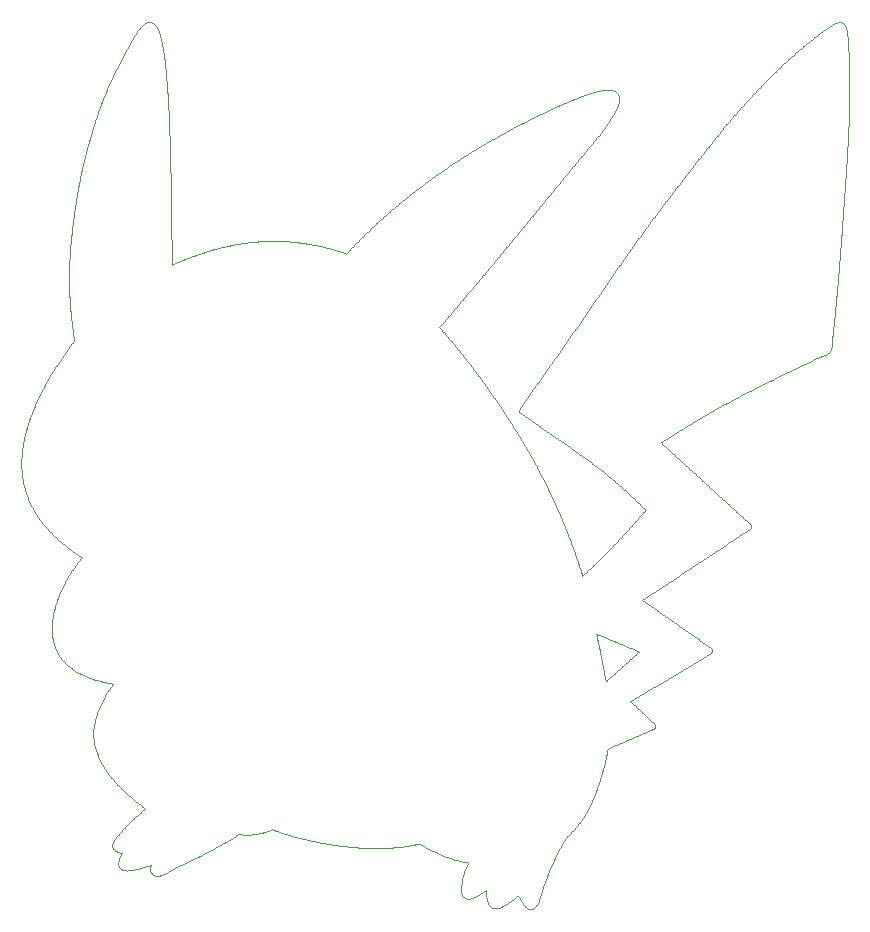
<source format=gm1>
G04 #@! TF.FileFunction,Profile,NP*
%FSLAX46Y46*%
G04 Gerber Fmt 4.6, Leading zero omitted, Abs format (unit mm)*
G04 Created by KiCad (PCBNEW 4.0.7) date 07/16/18 22:17:09*
%MOMM*%
%LPD*%
G01*
G04 APERTURE LIST*
%ADD10C,0.100000*%
G04 APERTURE END LIST*
D10*
X113692745Y-47542591D02*
X113599015Y-47559721D01*
X113599015Y-47559721D02*
X113507205Y-47589591D01*
X113507205Y-47589591D02*
X113419465Y-47630861D01*
X113419465Y-47630861D02*
X113338155Y-47680421D01*
X113338155Y-47680421D02*
X113260955Y-47737401D01*
X113260955Y-47737401D02*
X113187815Y-47799841D01*
X113187815Y-47799841D02*
X113118005Y-47866381D01*
X113118005Y-47866381D02*
X113050915Y-47935841D01*
X113050915Y-47935841D02*
X112987735Y-48005831D01*
X112987735Y-48005831D02*
X112927045Y-48077351D01*
X112927045Y-48077351D02*
X112868535Y-48150091D01*
X112868535Y-48150091D02*
X112811425Y-48224511D01*
X112811425Y-48224511D02*
X112755625Y-48300301D01*
X112755625Y-48300301D02*
X112701075Y-48377161D01*
X112701075Y-48377161D02*
X112648105Y-48454241D01*
X112648105Y-48454241D02*
X112596565Y-48531411D01*
X112596565Y-48531411D02*
X112545075Y-48610491D01*
X112545075Y-48610491D02*
X112494651Y-48689711D01*
X112494651Y-48689711D02*
X112445262Y-48768871D01*
X112445262Y-48768871D02*
X112394586Y-48851611D01*
X112394586Y-48851611D02*
X112344793Y-48934331D01*
X112344793Y-48934331D02*
X112295319Y-49017841D01*
X112295319Y-49017841D02*
X112246248Y-49101881D01*
X112246248Y-49101881D02*
X112197659Y-49186211D01*
X112197659Y-49186211D02*
X112149630Y-49270591D01*
X112149630Y-49270591D02*
X112102236Y-49354791D01*
X112102236Y-49354791D02*
X112054549Y-49440391D01*
X112054549Y-49440391D02*
X112007710Y-49525261D01*
X112007710Y-49525261D02*
X111960858Y-49610901D01*
X111960858Y-49610901D02*
X111914166Y-49696931D01*
X111914166Y-49696931D02*
X111867799Y-49783001D01*
X111867799Y-49783001D02*
X111821918Y-49868751D01*
X111821918Y-49868751D02*
X111775905Y-49955281D01*
X111775905Y-49955281D02*
X111730752Y-50040681D01*
X111730752Y-50040681D02*
X111685205Y-50127271D01*
X111685205Y-50127271D02*
X111640275Y-50213101D01*
X111640275Y-50213101D02*
X111595569Y-50298871D01*
X111595569Y-50298871D02*
X111550836Y-50385041D01*
X111550836Y-50385041D02*
X111505962Y-50471791D01*
X111505962Y-50471791D02*
X111461464Y-50558101D01*
X111461464Y-50558101D02*
X111416910Y-50644771D01*
X111416910Y-50644771D02*
X111372982Y-50730461D01*
X111372982Y-50730461D02*
X111328795Y-50816851D01*
X111328795Y-50816851D02*
X111284717Y-50903211D01*
X111284717Y-50903211D02*
X111240745Y-50989531D01*
X111240745Y-50989531D02*
X111196366Y-51076781D01*
X111196366Y-51076781D02*
X111152598Y-51162951D01*
X111152598Y-51162951D02*
X111108670Y-51249541D01*
X111108670Y-51249541D02*
X111064980Y-51335741D01*
X111064980Y-51335741D02*
X111021477Y-51421641D01*
X111021477Y-51421641D02*
X110977652Y-51508231D01*
X110977652Y-51508231D02*
X110932283Y-51596841D01*
X110932283Y-51596841D02*
X110886717Y-51686681D01*
X110886717Y-51686681D02*
X110841717Y-51776261D01*
X110841717Y-51776261D02*
X110797298Y-51865531D01*
X110797298Y-51865531D02*
X110752823Y-51955781D01*
X110752823Y-51955781D02*
X110708991Y-52045591D01*
X110708991Y-52045591D02*
X110665812Y-52134931D01*
X110665812Y-52134931D02*
X110622698Y-52225001D01*
X110622698Y-52225001D02*
X110579709Y-52315701D01*
X110579709Y-52315701D02*
X110537462Y-52405711D01*
X110537462Y-52405711D02*
X110495417Y-52496181D01*
X110495417Y-52496181D02*
X110453625Y-52587001D01*
X110453625Y-52587001D02*
X110412643Y-52676951D01*
X110412643Y-52676951D02*
X110371975Y-52767091D01*
X110371975Y-52767091D02*
X110331664Y-52857331D01*
X110331664Y-52857331D02*
X110291289Y-52948621D01*
X110291289Y-52948621D02*
X110250935Y-53040791D01*
X110250935Y-53040791D02*
X110211111Y-53132671D01*
X110211111Y-53132671D02*
X110171847Y-53224181D01*
X110171847Y-53224181D02*
X110133170Y-53315231D01*
X110133170Y-53315231D02*
X110094333Y-53407581D01*
X110094333Y-53407581D02*
X110056185Y-53499211D01*
X110056185Y-53499211D02*
X110018028Y-53591801D01*
X110018028Y-53591801D02*
X109980646Y-53683421D01*
X109980646Y-53683421D02*
X109943387Y-53775661D01*
X109943387Y-53775661D02*
X109906337Y-53868311D01*
X109906337Y-53868311D02*
X109869577Y-53961171D01*
X109869577Y-53961171D02*
X109833181Y-54054031D01*
X109833181Y-54054031D02*
X109797216Y-54146711D01*
X109797216Y-54146711D02*
X109761746Y-54239021D01*
X109761746Y-54239021D02*
X109726317Y-54332141D01*
X109726317Y-54332141D02*
X109691050Y-54425751D01*
X109691050Y-54425751D02*
X109656059Y-54519551D01*
X109656059Y-54519551D02*
X109621447Y-54613241D01*
X109621447Y-54613241D02*
X109586889Y-54707701D01*
X109586889Y-54707701D02*
X109552538Y-54802501D01*
X109552538Y-54802501D02*
X109518533Y-54897251D01*
X109518533Y-54897251D02*
X109485001Y-54991571D01*
X109485001Y-54991571D02*
X109452056Y-55085101D01*
X109452056Y-55085101D02*
X109419171Y-55179321D01*
X109419171Y-55179321D02*
X109386554Y-55273621D01*
X109386554Y-55273621D02*
X109354393Y-55367431D01*
X109354393Y-55367431D02*
X109322343Y-55461731D01*
X109322343Y-55461731D02*
X109290664Y-55555741D01*
X109290664Y-55555741D02*
X109258705Y-55651381D01*
X109258705Y-55651381D02*
X109227293Y-55746171D01*
X109227293Y-55746171D02*
X109195957Y-55841501D01*
X109195957Y-55841501D02*
X109164800Y-55937031D01*
X109164800Y-55937031D02*
X109134307Y-56031241D01*
X109134307Y-56031241D02*
X109103814Y-56126151D01*
X109103814Y-56126151D02*
X109073576Y-56220941D01*
X109073576Y-56220941D02*
X109043575Y-56315631D01*
X109043575Y-56315631D02*
X109013789Y-56410261D01*
X109013789Y-56410261D02*
X108983843Y-56506011D01*
X108983843Y-56506011D02*
X108954031Y-56601911D01*
X108954031Y-56601911D02*
X108924602Y-56697121D01*
X108924602Y-56697121D02*
X108895256Y-56792581D01*
X108895256Y-56792581D02*
X108866154Y-56887721D01*
X108866154Y-56887721D02*
X108837219Y-56982981D01*
X108837219Y-56982981D02*
X108808219Y-57079321D01*
X108808219Y-57079321D02*
X108779855Y-57174411D01*
X108779855Y-57174411D02*
X108751454Y-57270511D01*
X108751454Y-57270511D02*
X108723365Y-57366441D01*
X108723365Y-57366441D02*
X108695593Y-57462181D01*
X108695593Y-57462181D02*
X108667837Y-57558771D01*
X108667837Y-57558771D02*
X108640721Y-57654031D01*
X108640721Y-57654031D02*
X108613643Y-57750071D01*
X108613643Y-57750071D02*
X108586627Y-57846811D01*
X108586627Y-57846811D02*
X108559975Y-57943181D01*
X108559975Y-57943181D02*
X108533690Y-58039161D01*
X108533690Y-58039161D02*
X108507507Y-58135711D01*
X108507507Y-58135711D02*
X108481448Y-58232771D01*
X108481448Y-58232771D02*
X108455533Y-58330271D01*
X108455533Y-58330271D02*
X108430273Y-58426271D01*
X108430273Y-58426271D02*
X108405169Y-58522641D01*
X108405169Y-58522641D02*
X108380239Y-58619321D01*
X108380239Y-58619321D02*
X108355500Y-58716261D01*
X108355500Y-58716261D02*
X108330968Y-58813391D01*
X108330968Y-58813391D02*
X108306658Y-58910661D01*
X108306658Y-58910661D02*
X108282584Y-59008001D01*
X108282584Y-59008001D02*
X108258759Y-59105361D01*
X108258759Y-59105361D02*
X108235196Y-59202691D01*
X108235196Y-59202691D02*
X108211906Y-59299931D01*
X108211906Y-59299931D02*
X108188900Y-59397031D01*
X108188900Y-59397031D02*
X108166188Y-59493941D01*
X108166188Y-59493941D02*
X108143426Y-59592141D01*
X108143426Y-59592141D02*
X108120995Y-59689991D01*
X108120995Y-59689991D02*
X108098903Y-59787441D01*
X108098903Y-59787441D02*
X108076833Y-59885891D01*
X108076833Y-59885891D02*
X108055133Y-59983801D01*
X108055133Y-59983801D02*
X108033807Y-60081121D01*
X108033807Y-60081121D02*
X108012564Y-60179171D01*
X108012564Y-60179171D02*
X107991435Y-60277831D01*
X107991435Y-60277831D02*
X107970723Y-60375671D01*
X107970723Y-60375671D02*
X107950428Y-60472661D01*
X107950428Y-60472661D02*
X107930293Y-60570011D01*
X107930293Y-60570011D02*
X107910342Y-60667611D01*
X107910342Y-60667611D02*
X107890598Y-60765341D01*
X107890598Y-60765341D02*
X107871083Y-60863091D01*
X107871083Y-60863091D02*
X107851815Y-60960761D01*
X107851815Y-60960761D02*
X107832813Y-61058241D01*
X107832813Y-61058241D02*
X107814092Y-61155431D01*
X107814092Y-61155431D02*
X107795270Y-61254341D01*
X107795270Y-61254341D02*
X107776788Y-61352661D01*
X107776788Y-61352661D02*
X107758656Y-61450301D01*
X107758656Y-61450301D02*
X107740531Y-61549111D01*
X107740531Y-61549111D02*
X107722801Y-61646961D01*
X107722801Y-61646961D02*
X107705146Y-61745601D01*
X107705146Y-61745601D02*
X107687611Y-61844801D01*
X107687611Y-61844801D02*
X107670535Y-61942621D01*
X107670535Y-61942621D02*
X107653631Y-62040651D01*
X107653631Y-62040651D02*
X107636935Y-62138681D01*
X107636935Y-62138681D02*
X107620221Y-62238061D01*
X107620221Y-62238061D02*
X107603801Y-62336921D01*
X107603801Y-62336921D02*
X107587700Y-62435081D01*
X107587700Y-62435081D02*
X107571716Y-62533751D01*
X107571716Y-62533751D02*
X107555902Y-62632591D01*
X107555902Y-62632591D02*
X107540307Y-62731291D01*
X107540307Y-62731291D02*
X107524973Y-62829551D01*
X107524973Y-62829551D02*
X107509759Y-62928251D01*
X107509759Y-62928251D02*
X107494730Y-63026971D01*
X107494730Y-63026971D02*
X107479943Y-63125301D01*
X107479943Y-63125301D02*
X107465151Y-63224881D01*
X107465151Y-63224881D02*
X107450736Y-63323101D01*
X107450736Y-63323101D02*
X107436473Y-63421461D01*
X107436473Y-63421461D02*
X107422202Y-63521071D01*
X107422202Y-63521071D02*
X107408050Y-63621031D01*
X107408050Y-63621031D02*
X107394132Y-63720511D01*
X107394132Y-63720511D02*
X107380547Y-63818741D01*
X107380547Y-63818741D02*
X107367028Y-63917611D01*
X107367028Y-63917611D02*
X107353741Y-64015881D01*
X107353741Y-64015881D02*
X107340538Y-64114601D01*
X107340538Y-64114601D02*
X107327370Y-64214141D01*
X107327370Y-64214141D02*
X107314272Y-64314214D01*
X107314272Y-64314214D02*
X107301353Y-64413954D01*
X107301353Y-64413954D02*
X107288603Y-64513384D01*
X107288603Y-64513384D02*
X107276012Y-64612544D01*
X107276012Y-64612544D02*
X107263421Y-64712649D01*
X107263421Y-64712649D02*
X107250953Y-64812689D01*
X107250953Y-64812689D02*
X107238853Y-64910619D01*
X107238853Y-64910619D02*
X107226636Y-65010319D01*
X107226636Y-65010319D02*
X107214584Y-65109459D01*
X107214584Y-65109459D02*
X107202711Y-65208569D01*
X107202711Y-65208569D02*
X107191238Y-65306489D01*
X107191238Y-65306489D02*
X107179960Y-65404969D01*
X107179960Y-65404969D02*
X107168888Y-65503949D01*
X107168888Y-65503949D02*
X107158214Y-65601709D01*
X107158214Y-65601709D02*
X107147752Y-65699919D01*
X107147752Y-65699919D02*
X107137512Y-65798539D01*
X107137512Y-65798539D02*
X107127504Y-65897519D01*
X107127504Y-65897519D02*
X107117734Y-65996819D01*
X107117734Y-65996819D02*
X107108364Y-66094819D01*
X107108364Y-66094819D02*
X107099234Y-66193089D01*
X107099234Y-66193089D02*
X107090354Y-66291589D01*
X107090354Y-66291589D02*
X107081734Y-66390279D01*
X107081734Y-66390279D02*
X107073374Y-66489119D01*
X107073374Y-66489119D02*
X107065284Y-66588059D01*
X107065284Y-66588059D02*
X107057464Y-66687059D01*
X107057464Y-66687059D02*
X107049924Y-66786079D01*
X107049924Y-66786079D02*
X107042674Y-66885089D01*
X107042674Y-66885089D02*
X107035714Y-66984039D01*
X107035714Y-66984039D02*
X107029044Y-67082899D01*
X107029044Y-67082899D02*
X107022664Y-67181629D01*
X107022664Y-67181629D02*
X107016584Y-67280189D01*
X107016584Y-67280189D02*
X107010724Y-67379859D01*
X107010724Y-67379859D02*
X107005244Y-67477959D01*
X107005244Y-67477959D02*
X106999994Y-67577059D01*
X106999994Y-67577059D02*
X106994994Y-67677059D01*
X106994994Y-67677059D02*
X106990374Y-67775419D01*
X106990374Y-67775419D02*
X106986014Y-67874569D01*
X106986014Y-67874569D02*
X106981924Y-67974429D01*
X106981924Y-67974429D02*
X106978194Y-68072579D01*
X106978194Y-68072579D02*
X106974744Y-68171339D01*
X106974744Y-68171339D02*
X106971574Y-68270619D01*
X106971574Y-68270619D02*
X106968704Y-68370329D01*
X106968704Y-68370329D02*
X106966134Y-68470392D01*
X106966134Y-68470392D02*
X106963914Y-68568602D01*
X106963914Y-68568602D02*
X106961984Y-68667072D01*
X106961984Y-68667072D02*
X106960364Y-68765732D01*
X106960364Y-68765732D02*
X106959044Y-68864502D01*
X106959044Y-68864502D02*
X106958034Y-68963302D01*
X106958034Y-68963302D02*
X106957337Y-69062052D01*
X106957337Y-69062052D02*
X106956953Y-69160692D01*
X106956953Y-69160692D02*
X106956881Y-69259142D01*
X106956881Y-69259142D02*
X106957127Y-69359150D01*
X106957127Y-69359150D02*
X106957695Y-69458760D01*
X106957695Y-69458760D02*
X106958580Y-69557900D01*
X106958580Y-69557900D02*
X106959780Y-69656520D01*
X106959780Y-69656520D02*
X106961320Y-69756200D01*
X106961320Y-69756200D02*
X106963170Y-69855160D01*
X106963170Y-69855160D02*
X106965360Y-69954930D01*
X106965360Y-69954930D02*
X106967850Y-70053800D01*
X106967850Y-70053800D02*
X106970680Y-70153220D01*
X106970680Y-70153220D02*
X106973860Y-70253030D01*
X106973860Y-70253030D02*
X106977380Y-70353078D01*
X106977380Y-70353078D02*
X106981240Y-70453213D01*
X106981240Y-70453213D02*
X106985430Y-70553290D01*
X106985430Y-70553290D02*
X106989950Y-70653170D01*
X106989950Y-70653170D02*
X106994780Y-70752710D01*
X106994780Y-70752710D02*
X106999920Y-70851790D01*
X106999920Y-70851790D02*
X107005360Y-70950280D01*
X107005360Y-70950280D02*
X107011150Y-71049230D01*
X107011150Y-71049230D02*
X107017290Y-71148410D01*
X107017290Y-71148410D02*
X107023690Y-71246520D01*
X107023690Y-71246520D02*
X107030480Y-71345560D01*
X107030480Y-71345560D02*
X107037640Y-71445230D01*
X107037640Y-71445230D02*
X107045010Y-71543280D01*
X107045010Y-71543280D02*
X107052720Y-71641520D01*
X107052720Y-71641520D02*
X107060740Y-71739680D01*
X107060740Y-71739680D02*
X107069200Y-71839230D01*
X107069200Y-71839230D02*
X107077920Y-71938050D01*
X107077920Y-71938050D02*
X107087020Y-72037510D01*
X107087020Y-72037510D02*
X107096310Y-72135660D01*
X107096310Y-72135660D02*
X107106050Y-72235210D01*
X107106050Y-72235210D02*
X107116040Y-72334200D01*
X107116040Y-72334200D02*
X107126236Y-72432270D01*
X107126236Y-72432270D02*
X107136725Y-72530350D01*
X107136725Y-72530350D02*
X107147577Y-72629110D01*
X107147577Y-72629110D02*
X107158715Y-72727900D01*
X107158715Y-72727900D02*
X107170181Y-72827140D01*
X107170181Y-72827140D02*
X107181878Y-72926070D01*
X107181878Y-72926070D02*
X107193706Y-73023980D01*
X107193706Y-73023980D02*
X107205778Y-73121940D01*
X107205778Y-73121940D02*
X107218160Y-73220590D01*
X107218160Y-73220590D02*
X107230682Y-73318690D01*
X107230682Y-73318690D02*
X107243524Y-73417800D01*
X107243524Y-73417800D02*
X107256444Y-73516220D01*
X107256444Y-73516220D02*
X107269502Y-73614610D01*
X107269502Y-73614610D02*
X107282530Y-73711940D01*
X107282530Y-73711940D02*
X107295902Y-73811260D01*
X107295902Y-73811260D02*
X107309076Y-73908840D01*
X107309076Y-73908840D02*
X107322255Y-74006540D01*
X107322255Y-74006540D02*
X107335536Y-74105490D01*
X107335536Y-74105490D02*
X107348688Y-74204490D01*
X107348688Y-74204490D02*
X107361499Y-74302540D01*
X107361499Y-74302540D02*
X107374098Y-74401380D01*
X107374098Y-74401380D02*
X107386180Y-74499550D01*
X107386180Y-74499550D02*
X107328432Y-74579530D01*
X107328432Y-74579530D02*
X107271209Y-74658790D01*
X107271209Y-74658790D02*
X107213330Y-74738990D01*
X107213330Y-74738990D02*
X107156114Y-74818350D01*
X107156114Y-74818350D02*
X107098401Y-74898500D01*
X107098401Y-74898500D02*
X107040283Y-74979350D01*
X107040283Y-74979350D02*
X106983025Y-75059160D01*
X106983025Y-75059160D02*
X106925507Y-75139510D01*
X106925507Y-75139510D02*
X106867817Y-75220310D01*
X106867817Y-75220310D02*
X106810042Y-75301470D01*
X106810042Y-75301470D02*
X106753360Y-75381350D01*
X106753360Y-75381350D02*
X106696717Y-75461440D01*
X106696717Y-75461440D02*
X106640193Y-75541660D01*
X106640193Y-75541660D02*
X106583865Y-75621910D01*
X106583865Y-75621910D02*
X106527808Y-75702110D01*
X106527808Y-75702110D02*
X106471116Y-75783570D01*
X106471116Y-75783570D02*
X106414887Y-75864740D01*
X106414887Y-75864740D02*
X106359189Y-75945540D01*
X106359189Y-75945540D02*
X106303181Y-76027200D01*
X106303181Y-76027200D02*
X106247001Y-76109550D01*
X106247001Y-76109550D02*
X106191636Y-76191150D01*
X106191636Y-76191150D02*
X106136313Y-76273160D01*
X106136313Y-76273160D02*
X106081160Y-76355410D01*
X106081160Y-76355410D02*
X106026301Y-76437730D01*
X106026301Y-76437730D02*
X105971855Y-76519950D01*
X105971855Y-76519950D02*
X105917216Y-76603010D01*
X105917216Y-76603010D02*
X105863266Y-76685590D01*
X105863266Y-76685590D02*
X105809441Y-76768560D01*
X105809441Y-76768560D02*
X105755917Y-76851670D01*
X105755917Y-76851670D02*
X105702253Y-76935630D01*
X105702253Y-76935630D02*
X105649853Y-77018250D01*
X105649853Y-77018250D02*
X105597674Y-77101180D01*
X105597674Y-77101180D02*
X105544879Y-77185780D01*
X105544879Y-77185780D02*
X105492840Y-77269880D01*
X105492840Y-77269880D02*
X105441745Y-77353180D01*
X105441745Y-77353180D02*
X105389983Y-77438320D01*
X105389983Y-77438320D02*
X105338871Y-77523180D01*
X105338871Y-77523180D02*
X105288697Y-77607280D01*
X105288697Y-77607280D02*
X105238263Y-77692640D01*
X105238263Y-77692640D02*
X105188119Y-77778380D01*
X105188119Y-77778380D02*
X105138771Y-77863640D01*
X105138771Y-77863640D02*
X105089529Y-77949630D01*
X105089529Y-77949630D02*
X105040582Y-78036050D01*
X105040582Y-78036050D02*
X104992712Y-78121530D01*
X104992712Y-78121530D02*
X104944926Y-78207860D01*
X104944926Y-78207860D02*
X104897650Y-78294300D01*
X104897650Y-78294300D02*
X104850889Y-78380860D01*
X104850889Y-78380860D02*
X104804102Y-78468580D01*
X104804102Y-78468580D02*
X104758391Y-78555420D01*
X104758391Y-78555420D02*
X104712934Y-78642940D01*
X104712934Y-78642940D02*
X104667626Y-78731410D01*
X104667626Y-78731410D02*
X104623361Y-78819100D01*
X104623361Y-78819100D02*
X104579628Y-78907030D01*
X104579628Y-78907030D02*
X104536204Y-78995420D01*
X104536204Y-78995420D02*
X104492870Y-79084480D01*
X104492870Y-79084480D02*
X104449667Y-79174170D01*
X104449667Y-79174170D02*
X104407387Y-79262850D01*
X104407387Y-79262850D02*
X104365284Y-79352090D01*
X104365284Y-79352090D02*
X104323397Y-79441850D01*
X104323397Y-79441850D02*
X104281764Y-79532070D01*
X104281764Y-79532070D02*
X104240422Y-79622710D01*
X104240422Y-79622710D02*
X104200076Y-79712220D01*
X104200076Y-79712220D02*
X104160059Y-79802090D01*
X104160059Y-79802090D02*
X104120405Y-79892260D01*
X104120405Y-79892260D02*
X104081147Y-79982690D01*
X104081147Y-79982690D02*
X104042318Y-80073340D01*
X104042318Y-80073340D02*
X104003948Y-80164150D01*
X104003948Y-80164150D02*
X103966067Y-80255080D01*
X103966067Y-80255080D02*
X103928149Y-80347440D01*
X103928149Y-80347440D02*
X103891347Y-80438440D01*
X103891347Y-80438440D02*
X103854594Y-80530740D01*
X103854594Y-80530740D02*
X103818468Y-80622930D01*
X103818468Y-80622930D02*
X103782992Y-80714970D01*
X103782992Y-80714970D02*
X103747715Y-80808070D01*
X103747715Y-80808070D02*
X103713161Y-80900890D01*
X103713161Y-80900890D02*
X103679347Y-80993380D01*
X103679347Y-80993380D02*
X103645864Y-81086710D01*
X103645864Y-81086710D02*
X103612773Y-81180760D01*
X103612773Y-81180760D02*
X103580526Y-81274280D01*
X103580526Y-81274280D02*
X103549134Y-81367230D01*
X103549134Y-81367230D02*
X103518240Y-81460690D01*
X103518240Y-81460690D02*
X103487894Y-81554560D01*
X103487894Y-81554560D02*
X103458146Y-81648730D01*
X103458146Y-81648730D02*
X103429038Y-81743110D01*
X103429038Y-81743110D02*
X103400614Y-81837610D01*
X103400614Y-81837610D02*
X103372911Y-81932120D01*
X103372911Y-81932120D02*
X103345964Y-82026560D01*
X103345964Y-82026560D02*
X103319278Y-82122760D01*
X103319278Y-82122760D02*
X103293463Y-82218610D01*
X103293463Y-82218610D02*
X103268541Y-82314030D01*
X103268541Y-82314030D02*
X103244084Y-82410720D01*
X103244084Y-82410720D02*
X103220607Y-82506720D01*
X103220607Y-82506720D02*
X103198118Y-82601950D01*
X103198118Y-82601950D02*
X103176254Y-82697990D01*
X103176254Y-82697990D02*
X103155088Y-82794640D01*
X103155088Y-82794640D02*
X103134689Y-82891690D01*
X103134689Y-82891690D02*
X103115115Y-82988940D01*
X103115115Y-82988940D02*
X103096417Y-83086190D01*
X103096417Y-83086190D02*
X103078640Y-83183260D01*
X103078640Y-83183260D02*
X103061819Y-83279950D01*
X103061819Y-83279950D02*
X103045768Y-83377430D01*
X103045768Y-83377430D02*
X103030565Y-83475380D01*
X103030565Y-83475380D02*
X103016451Y-83572260D01*
X103016451Y-83572260D02*
X103003112Y-83670310D01*
X103003112Y-83670310D02*
X102990643Y-83769100D01*
X102990643Y-83769100D02*
X102979123Y-83868220D01*
X102979123Y-83868220D02*
X102968612Y-83967270D01*
X102968612Y-83967270D02*
X102959155Y-84065860D01*
X102959155Y-84065860D02*
X102950777Y-84163630D01*
X102950777Y-84163630D02*
X102943359Y-84262050D01*
X102943359Y-84262050D02*
X102936969Y-84360520D01*
X102936969Y-84360520D02*
X102931647Y-84458460D01*
X102931647Y-84458460D02*
X102927349Y-84556860D01*
X102927349Y-84556860D02*
X102924123Y-84654920D01*
X102924123Y-84654920D02*
X102921936Y-84754590D01*
X102921936Y-84754590D02*
X102920867Y-84853350D01*
X102920867Y-84853350D02*
X102920905Y-84952600D01*
X102920905Y-84952600D02*
X102922072Y-85052010D01*
X102922072Y-85052010D02*
X102924341Y-85150010D01*
X102924341Y-85150010D02*
X102927757Y-85248660D01*
X102927757Y-85248660D02*
X102932312Y-85347120D01*
X102932312Y-85347120D02*
X102938098Y-85446760D01*
X102938098Y-85446760D02*
X102945037Y-85545840D01*
X102945037Y-85545840D02*
X102953058Y-85643630D01*
X102953058Y-85643630D02*
X102962304Y-85741910D01*
X102962304Y-85741910D02*
X102972838Y-85840970D01*
X102972838Y-85840970D02*
X102984461Y-85938880D01*
X102984461Y-85938880D02*
X102997300Y-86036800D01*
X102997300Y-86036800D02*
X103011395Y-86134690D01*
X103011395Y-86134690D02*
X103026845Y-86232920D01*
X103026845Y-86232920D02*
X103043668Y-86331440D01*
X103043668Y-86331440D02*
X103061555Y-86428510D01*
X103061555Y-86428510D02*
X103080803Y-86525810D01*
X103080803Y-86525810D02*
X103101421Y-86623270D01*
X103101421Y-86623270D02*
X103123416Y-86720850D01*
X103123416Y-86720850D02*
X103146791Y-86818480D01*
X103146791Y-86818480D02*
X103171147Y-86914570D01*
X103171147Y-86914570D02*
X103196854Y-87010660D01*
X103196854Y-87010660D02*
X103223913Y-87106700D01*
X103223913Y-87106700D02*
X103252318Y-87202640D01*
X103252318Y-87202640D02*
X103282064Y-87298430D01*
X103282064Y-87298430D02*
X103312667Y-87392600D01*
X103312667Y-87392600D02*
X103344566Y-87486570D01*
X103344566Y-87486570D02*
X103377749Y-87580290D01*
X103377749Y-87580290D02*
X103412202Y-87673720D01*
X103412202Y-87673720D02*
X103447908Y-87766820D01*
X103447908Y-87766820D02*
X103484848Y-87859540D01*
X103484848Y-87859540D02*
X103523003Y-87951840D01*
X103523003Y-87951840D02*
X103562348Y-88043670D01*
X103562348Y-88043670D02*
X103602860Y-88135000D01*
X103602860Y-88135000D02*
X103644511Y-88225790D01*
X103644511Y-88225790D02*
X103687273Y-88315990D01*
X103687273Y-88315990D02*
X103731116Y-88405580D01*
X103731116Y-88405580D02*
X103776007Y-88494510D01*
X103776007Y-88494510D02*
X103821912Y-88582760D01*
X103821912Y-88582760D02*
X103868797Y-88670290D01*
X103868797Y-88670290D02*
X103917223Y-88758140D01*
X103917223Y-88758140D02*
X103965958Y-88844110D01*
X103965958Y-88844110D02*
X104016163Y-88930300D01*
X104016163Y-88930300D02*
X104067805Y-89016610D01*
X104067805Y-89016610D02*
X104119627Y-89100990D01*
X104119627Y-89100990D02*
X104172802Y-89185390D01*
X104172802Y-89185390D02*
X104227287Y-89269730D01*
X104227287Y-89269730D02*
X104281811Y-89352090D01*
X104281811Y-89352090D02*
X104337550Y-89434310D01*
X104337550Y-89434310D02*
X104394453Y-89516300D01*
X104394453Y-89516300D02*
X104452467Y-89597990D01*
X104452467Y-89597990D02*
X104511535Y-89679300D01*
X104511535Y-89679300D02*
X104570383Y-89758530D01*
X104570383Y-89758530D02*
X104630173Y-89837320D01*
X104630173Y-89837320D02*
X104690842Y-89915590D01*
X104690842Y-89915590D02*
X104752326Y-89993280D01*
X104752326Y-89993280D02*
X104814557Y-90070320D01*
X104814557Y-90070320D02*
X104877465Y-90146660D01*
X104877465Y-90146660D02*
X104942146Y-90223600D01*
X104942146Y-90223600D02*
X105007337Y-90299640D01*
X105007337Y-90299640D02*
X105072962Y-90374730D01*
X105072962Y-90374730D02*
X105138945Y-90448820D01*
X105138945Y-90448820D02*
X105206321Y-90523080D01*
X105206321Y-90523080D02*
X105273867Y-90596170D01*
X105273867Y-90596170D02*
X105342585Y-90669200D01*
X105342585Y-90669200D02*
X105411280Y-90740930D01*
X105411280Y-90740930D02*
X105480917Y-90812380D01*
X105480917Y-90812380D02*
X105551360Y-90883420D01*
X105551360Y-90883420D02*
X105621460Y-90952930D01*
X105621460Y-90952930D02*
X105692126Y-91021850D01*
X105692126Y-91021850D02*
X105764186Y-91090990D01*
X105764186Y-91090990D02*
X105836484Y-91159240D01*
X105836484Y-91159240D02*
X105909800Y-91227350D01*
X105909800Y-91227350D02*
X105983019Y-91294300D01*
X105983019Y-91294300D02*
X106057747Y-91361580D01*
X106057747Y-91361580D02*
X106131992Y-91427400D01*
X106131992Y-91427400D02*
X106207261Y-91493120D01*
X106207261Y-91493120D02*
X106283258Y-91558480D01*
X106283258Y-91558480D02*
X106359686Y-91623240D01*
X106359686Y-91623240D02*
X106436250Y-91687170D01*
X106436250Y-91687170D02*
X106512659Y-91750060D01*
X106512659Y-91750060D02*
X106589994Y-91812820D01*
X106589994Y-91812820D02*
X106667797Y-91875070D01*
X106667797Y-91875070D02*
X106745617Y-91936480D01*
X106745617Y-91936480D02*
X106824196Y-91997640D01*
X106824196Y-91997640D02*
X106904031Y-92058930D01*
X106904031Y-92058930D02*
X106983273Y-92118950D01*
X106983273Y-92118950D02*
X107063316Y-92178780D01*
X107063316Y-92178780D02*
X107143213Y-92237720D01*
X107143213Y-92237720D02*
X107223752Y-92296360D01*
X107223752Y-92296360D02*
X107305215Y-92354910D01*
X107305215Y-92354910D02*
X107385985Y-92412230D01*
X107385985Y-92412230D02*
X107468341Y-92469940D01*
X107468341Y-92469940D02*
X107549610Y-92526180D01*
X107549610Y-92526180D02*
X107631226Y-92581970D01*
X107631226Y-92581970D02*
X107714173Y-92637980D01*
X107714173Y-92637980D02*
X107796333Y-92692790D01*
X107796333Y-92692790D02*
X107879947Y-92747910D01*
X107879947Y-92747910D02*
X107963392Y-92802270D01*
X107963392Y-92802270D02*
X108047639Y-92856500D01*
X108047639Y-92856500D02*
X107983918Y-92930740D01*
X107983918Y-92930740D02*
X107920430Y-93006480D01*
X107920430Y-93006480D02*
X107857323Y-93083470D01*
X107857323Y-93083470D02*
X107796097Y-93159770D01*
X107796097Y-93159770D02*
X107735468Y-93236870D01*
X107735468Y-93236870D02*
X107675532Y-93314590D01*
X107675532Y-93314590D02*
X107616373Y-93392780D01*
X107616373Y-93392780D02*
X107558063Y-93471280D01*
X107558063Y-93471280D02*
X107499387Y-93551730D01*
X107499387Y-93551730D02*
X107441723Y-93632230D01*
X107441723Y-93632230D02*
X107385120Y-93712660D01*
X107385120Y-93712660D02*
X107328410Y-93794670D01*
X107328410Y-93794670D02*
X107272887Y-93876390D01*
X107272887Y-93876390D02*
X107218578Y-93957710D01*
X107218578Y-93957710D02*
X107164377Y-94040280D01*
X107164377Y-94040280D02*
X107110382Y-94123990D01*
X107110382Y-94123990D02*
X107057762Y-94207000D01*
X107057762Y-94207000D02*
X107005479Y-94290930D01*
X107005479Y-94290930D02*
X106953620Y-94375660D01*
X106953620Y-94375660D02*
X106902271Y-94461070D01*
X106902271Y-94461070D02*
X106852467Y-94545410D01*
X106852467Y-94545410D02*
X106803270Y-94630230D01*
X106803270Y-94630230D02*
X106754752Y-94715420D01*
X106754752Y-94715420D02*
X106706115Y-94802420D01*
X106706115Y-94802420D02*
X106658349Y-94889510D01*
X106658349Y-94889510D02*
X106611513Y-94976580D01*
X106611513Y-94976580D02*
X106565661Y-95063500D01*
X106565661Y-95063500D02*
X106520098Y-95151630D01*
X106520098Y-95151630D02*
X106475671Y-95239340D01*
X106475671Y-95239340D02*
X106431734Y-95327910D01*
X106431734Y-95327910D02*
X106388409Y-95417150D01*
X106388409Y-95417150D02*
X106345810Y-95506860D01*
X106345810Y-95506860D02*
X106304042Y-95596840D01*
X106304042Y-95596840D02*
X106263204Y-95686900D01*
X106263204Y-95686900D02*
X106223383Y-95776840D01*
X106223383Y-95776840D02*
X106184154Y-95867670D01*
X106184154Y-95867670D02*
X106145671Y-95959080D01*
X106145671Y-95959080D02*
X106108523Y-96049680D01*
X106108523Y-96049680D02*
X106071913Y-96141440D01*
X106071913Y-96141440D02*
X106036036Y-96233960D01*
X106036036Y-96233960D02*
X106001070Y-96326850D01*
X106001070Y-96326850D02*
X105967171Y-96419730D01*
X105967171Y-96419730D02*
X105934475Y-96512220D01*
X105934475Y-96512220D02*
X105902513Y-96605710D01*
X105902513Y-96605710D02*
X105871521Y-96699610D01*
X105871521Y-96699610D02*
X105841703Y-96793340D01*
X105841703Y-96793340D02*
X105812783Y-96887830D01*
X105812783Y-96887830D02*
X105785024Y-96982300D01*
X105785024Y-96982300D02*
X105758284Y-97077320D01*
X105758284Y-97077320D02*
X105732849Y-97171910D01*
X105732849Y-97171910D02*
X105708379Y-97267430D01*
X105708379Y-97267430D02*
X105685250Y-97362500D01*
X105685250Y-97362500D02*
X105663110Y-97458690D01*
X105663110Y-97458690D02*
X105642077Y-97555720D01*
X105642077Y-97555720D02*
X105622367Y-97652750D01*
X105622367Y-97652750D02*
X105603999Y-97749790D01*
X105603999Y-97749790D02*
X105586799Y-97847980D01*
X105586799Y-97847980D02*
X105571189Y-97945030D01*
X105571189Y-97945030D02*
X105556899Y-98042690D01*
X105556899Y-98042690D02*
X105543944Y-98141220D01*
X105543944Y-98141220D02*
X105532598Y-98238700D01*
X105532598Y-98238700D02*
X105522728Y-98336250D01*
X105522728Y-98336250D02*
X105514378Y-98434440D01*
X105514378Y-98434440D02*
X105507658Y-98533280D01*
X105507658Y-98533280D02*
X105502638Y-98632520D01*
X105502638Y-98632520D02*
X105499378Y-98731920D01*
X105499378Y-98731920D02*
X105497928Y-98831260D01*
X105497928Y-98831260D02*
X105498323Y-98930300D01*
X105498323Y-98930300D02*
X105500623Y-99030250D01*
X105500623Y-99030250D02*
X105504843Y-99129370D01*
X105504843Y-99129370D02*
X105510963Y-99227470D01*
X105510963Y-99227470D02*
X105519193Y-99326890D01*
X105519193Y-99326890D02*
X105529340Y-99424710D01*
X105529340Y-99424710D02*
X105541650Y-99523110D01*
X105541650Y-99523110D02*
X105556150Y-99621630D01*
X105556150Y-99621630D02*
X105572834Y-99719820D01*
X105572834Y-99719820D02*
X105591664Y-99817270D01*
X105591664Y-99817270D02*
X105612570Y-99913590D01*
X105612570Y-99913590D02*
X105635915Y-100010230D01*
X105635915Y-100010230D02*
X105661624Y-100106550D01*
X105661624Y-100106550D02*
X105689573Y-100201940D01*
X105689573Y-100201940D02*
X105719592Y-100295840D01*
X105719592Y-100295840D02*
X105751978Y-100389150D01*
X105751978Y-100389150D02*
X105786485Y-100481120D01*
X105786485Y-100481120D02*
X105823828Y-100573480D01*
X105823828Y-100573480D02*
X105863614Y-100665040D01*
X105863614Y-100665040D02*
X105905362Y-100754720D01*
X105905362Y-100754720D02*
X105949470Y-100843410D01*
X105949470Y-100843410D02*
X105996119Y-100931390D01*
X105996119Y-100931390D02*
X106044358Y-101016920D01*
X106044358Y-101016920D02*
X106095549Y-101102410D01*
X106095549Y-101102410D02*
X106148744Y-101186200D01*
X106148744Y-101186200D02*
X106203915Y-101268320D01*
X106203915Y-101268320D02*
X106261153Y-101348950D01*
X106261153Y-101348950D02*
X106320666Y-101428380D01*
X106320666Y-101428380D02*
X106381889Y-101505900D01*
X106381889Y-101505900D02*
X106444845Y-101581630D01*
X106444845Y-101581630D02*
X106510260Y-101656450D01*
X106510260Y-101656450D02*
X106577348Y-101729400D01*
X106577348Y-101729400D02*
X106646188Y-101800580D01*
X106646188Y-101800580D02*
X106716671Y-101869960D01*
X106716671Y-101869960D02*
X106788682Y-101937520D01*
X106788682Y-101937520D02*
X106862104Y-102003250D01*
X106862104Y-102003250D02*
X106938059Y-102068160D01*
X106938059Y-102068160D02*
X107015177Y-102131120D01*
X107015177Y-102131120D02*
X107093327Y-102192130D01*
X107093327Y-102192130D02*
X107172376Y-102251190D01*
X107172376Y-102251190D02*
X107252192Y-102308320D01*
X107252192Y-102308320D02*
X107333859Y-102364350D01*
X107333859Y-102364350D02*
X107417211Y-102419170D01*
X107417211Y-102419170D02*
X107500880Y-102471960D01*
X107500880Y-102471960D02*
X107585907Y-102523450D01*
X107585907Y-102523450D02*
X107670945Y-102572900D01*
X107670945Y-102572900D02*
X107757002Y-102620990D01*
X107757002Y-102620990D02*
X107843890Y-102667660D01*
X107843890Y-102667660D02*
X107931415Y-102712870D01*
X107931415Y-102712870D02*
X108019382Y-102756580D01*
X108019382Y-102756580D02*
X108108657Y-102799260D01*
X108108657Y-102799260D02*
X108198970Y-102840810D01*
X108198970Y-102840810D02*
X108289037Y-102880690D01*
X108289037Y-102880690D02*
X108380627Y-102919730D01*
X108380627Y-102919730D02*
X108471470Y-102957010D01*
X108471470Y-102957010D02*
X108563229Y-102993280D01*
X108563229Y-102993280D02*
X108655539Y-103028420D01*
X108655539Y-103028420D02*
X108748038Y-103062340D01*
X108748038Y-103062340D02*
X108842027Y-103095540D01*
X108842027Y-103095540D02*
X108935355Y-103127290D01*
X108935355Y-103127290D02*
X109029201Y-103158040D01*
X109029201Y-103158040D02*
X109124475Y-103188110D01*
X109124475Y-103188110D02*
X109219040Y-103216850D01*
X109219040Y-103216850D02*
X109314995Y-103244930D01*
X109314995Y-103244930D02*
X109410158Y-103271730D01*
X109410158Y-103271730D02*
X109506144Y-103297760D01*
X109506144Y-103297760D02*
X109601829Y-103322730D01*
X109601829Y-103322730D02*
X109698121Y-103346910D01*
X109698121Y-103346910D02*
X109795336Y-103370390D01*
X109795336Y-103370390D02*
X109891562Y-103392740D01*
X109891562Y-103392740D02*
X109987985Y-103414270D01*
X109987985Y-103414270D02*
X110085892Y-103435280D01*
X110085892Y-103435280D02*
X110183598Y-103455410D01*
X110183598Y-103455410D02*
X110280348Y-103474550D01*
X110280348Y-103474550D02*
X110377831Y-103493060D01*
X110377831Y-103493060D02*
X110475151Y-103510780D01*
X110475151Y-103510780D02*
X110572408Y-103527760D01*
X110572408Y-103527760D02*
X110670730Y-103544200D01*
X110670730Y-103544200D02*
X110613333Y-103624650D01*
X110613333Y-103624650D02*
X110556648Y-103705740D01*
X110556648Y-103705740D02*
X110500744Y-103787360D01*
X110500744Y-103787360D02*
X110445683Y-103869390D01*
X110445683Y-103869390D02*
X110391525Y-103951710D01*
X110391525Y-103951710D02*
X110337764Y-104035090D01*
X110337764Y-104035090D02*
X110284500Y-104119390D01*
X110284500Y-104119390D02*
X110232878Y-104202770D01*
X110232878Y-104202770D02*
X110181872Y-104286840D01*
X110181872Y-104286840D02*
X110131567Y-104371480D01*
X110131567Y-104371480D02*
X110082046Y-104456560D01*
X110082046Y-104456560D02*
X110033386Y-104541950D01*
X110033386Y-104541950D02*
X109985658Y-104627530D01*
X109985658Y-104627530D02*
X109938087Y-104714730D01*
X109938087Y-104714730D02*
X109891647Y-104801810D01*
X109891647Y-104801810D02*
X109845619Y-104890150D01*
X109845619Y-104890150D02*
X109800896Y-104978060D01*
X109800896Y-104978060D02*
X109756814Y-105066860D01*
X109756814Y-105066860D02*
X109713512Y-105156330D01*
X109713512Y-105156330D02*
X109671119Y-105246260D01*
X109671119Y-105246260D02*
X109629755Y-105336430D01*
X109629755Y-105336430D02*
X109589528Y-105426640D01*
X109589528Y-105426640D02*
X109550537Y-105516670D01*
X109550537Y-105516670D02*
X109511864Y-105608760D01*
X109511864Y-105608760D02*
X109474718Y-105700110D01*
X109474718Y-105700110D02*
X109438281Y-105792800D01*
X109438281Y-105792800D02*
X109403190Y-105885320D01*
X109403190Y-105885320D02*
X109369562Y-105977360D01*
X109369562Y-105977360D02*
X109336803Y-106070650D01*
X109336803Y-106070650D02*
X109305165Y-106164660D01*
X109305165Y-106164660D02*
X109275156Y-106257940D01*
X109275156Y-106257940D02*
X109246359Y-106351880D01*
X109246359Y-106351880D02*
X109218541Y-106447500D01*
X109218541Y-106447500D02*
X109192462Y-106542380D01*
X109192462Y-106542380D02*
X109167529Y-106638890D01*
X109167529Y-106638890D02*
X109144433Y-106734570D01*
X109144433Y-106734570D02*
X109122785Y-106831230D01*
X109122785Y-106831230D02*
X109102930Y-106927620D01*
X109102930Y-106927620D02*
X109084725Y-107024740D01*
X109084725Y-107024740D02*
X109068214Y-107122900D01*
X109068214Y-107122900D02*
X109053806Y-107220030D01*
X109053806Y-107220030D02*
X109041351Y-107317420D01*
X109041351Y-107317420D02*
X109030804Y-107416410D01*
X109030804Y-107416410D02*
X109022484Y-107515200D01*
X109022484Y-107515200D02*
X109016494Y-107613000D01*
X109016494Y-107613000D02*
X109012814Y-107711590D01*
X109012814Y-107711590D02*
X109011594Y-107810070D01*
X109011594Y-107810070D02*
X109012984Y-107910194D01*
X109012984Y-107910194D02*
X109017104Y-108009554D01*
X109017104Y-108009554D02*
X109023754Y-108107864D01*
X109023754Y-108107864D02*
X109032854Y-108207084D01*
X109032854Y-108207084D02*
X109044174Y-108305334D01*
X109044174Y-108305334D02*
X109057829Y-108404104D01*
X109057829Y-108404104D02*
X109073510Y-108501614D01*
X109073510Y-108501614D02*
X109091372Y-108599284D01*
X109091372Y-108599284D02*
X109111032Y-108695424D01*
X109111032Y-108695424D02*
X109132680Y-108791374D01*
X109132680Y-108791374D02*
X109156225Y-108886924D01*
X109156225Y-108886924D02*
X109181566Y-108981874D01*
X109181566Y-108981874D02*
X109208968Y-109077314D01*
X109208968Y-109077314D02*
X109238340Y-109172904D01*
X109238340Y-109172904D02*
X109269172Y-109267164D01*
X109269172Y-109267164D02*
X109301317Y-109359924D01*
X109301317Y-109359924D02*
X109335437Y-109453204D01*
X109335437Y-109453204D02*
X109370980Y-109545554D01*
X109370980Y-109545554D02*
X109407781Y-109636714D01*
X109407781Y-109636714D02*
X109446072Y-109727384D01*
X109446072Y-109727384D02*
X109485662Y-109817204D01*
X109485662Y-109817204D02*
X109527142Y-109907544D01*
X109527142Y-109907544D02*
X109570253Y-109997794D01*
X109570253Y-109997794D02*
X109613944Y-110085894D01*
X109613944Y-110085894D02*
X109659466Y-110174434D01*
X109659466Y-110174434D02*
X109706438Y-110262664D01*
X109706438Y-110262664D02*
X109754455Y-110349864D01*
X109754455Y-110349864D02*
X109803096Y-110435394D01*
X109803096Y-110435394D02*
X109853205Y-110520794D01*
X109853205Y-110520794D02*
X109904153Y-110605034D01*
X109904153Y-110605034D02*
X109956428Y-110688964D01*
X109956428Y-110688964D02*
X110010208Y-110772854D01*
X110010208Y-110772854D02*
X110064380Y-110855014D01*
X110064380Y-110855014D02*
X110119609Y-110936524D01*
X110119609Y-110936524D02*
X110176659Y-111018484D01*
X110176659Y-111018484D02*
X110234529Y-111099444D01*
X110234529Y-111099444D02*
X110292742Y-111178804D01*
X110292742Y-111178804D02*
X110352327Y-111258004D01*
X110352327Y-111258004D02*
X110413460Y-111337234D01*
X110413460Y-111337234D02*
X110474930Y-111414944D01*
X110474930Y-111414944D02*
X110537423Y-111492044D01*
X110537423Y-111492044D02*
X110599652Y-111567214D01*
X110599652Y-111567214D02*
X110662770Y-111642104D01*
X110662770Y-111642104D02*
X110726543Y-111716434D01*
X110726543Y-111716434D02*
X110790739Y-111789954D01*
X110790739Y-111789954D02*
X110855964Y-111863354D01*
X110855964Y-111863354D02*
X110921897Y-111936274D01*
X110921897Y-111936274D02*
X110988222Y-112008374D01*
X110988222Y-112008374D02*
X111054631Y-112079364D01*
X111054631Y-112079364D02*
X111122233Y-112150424D01*
X111122233Y-112150424D02*
X111190535Y-112221034D01*
X111190535Y-112221034D02*
X111259057Y-112290724D01*
X111259057Y-112290724D02*
X111328538Y-112360254D01*
X111328538Y-112360254D02*
X111398326Y-112428984D01*
X111398326Y-112428984D02*
X111467801Y-112496354D01*
X111467801Y-112496354D02*
X111538342Y-112563714D01*
X111538342Y-112563714D02*
X111608975Y-112630154D01*
X111608975Y-112630154D02*
X111680452Y-112696404D01*
X111680452Y-112696404D02*
X111753007Y-112762684D01*
X111753007Y-112762684D02*
X111825024Y-112827544D01*
X111825024Y-112827544D02*
X111897468Y-112891904D01*
X111897468Y-112891904D02*
X111971351Y-112956664D01*
X111971351Y-112956664D02*
X112045261Y-113020624D01*
X112045261Y-113020624D02*
X112118575Y-113083284D01*
X112118575Y-113083284D02*
X112192625Y-113145844D01*
X112192625Y-113145844D02*
X112267582Y-113208464D01*
X112267582Y-113208464D02*
X112341963Y-113269964D01*
X112341963Y-113269964D02*
X112417414Y-113331754D01*
X112417414Y-113331754D02*
X112493472Y-113393734D01*
X112493472Y-113393734D02*
X112569688Y-113455834D01*
X112569688Y-113455834D02*
X112645818Y-113517904D01*
X112645818Y-113517904D02*
X112722278Y-113580344D01*
X112722278Y-113580344D02*
X112798848Y-113643034D01*
X112798848Y-113643034D02*
X112875458Y-113706024D01*
X112875458Y-113706024D02*
X112950608Y-113768214D01*
X112950608Y-113768214D02*
X113025688Y-113830894D01*
X113025688Y-113830894D02*
X113101378Y-113894864D01*
X113101378Y-113894864D02*
X113176458Y-113959384D01*
X113176458Y-113959384D02*
X113250848Y-114024774D01*
X113250848Y-114024774D02*
X113324068Y-114091104D01*
X113324068Y-114091104D02*
X113395668Y-114158584D01*
X113395668Y-114158584D02*
X113318178Y-114217584D01*
X113318178Y-114217584D02*
X113241408Y-114276844D01*
X113241408Y-114276844D02*
X113165428Y-114336364D01*
X113165428Y-114336364D02*
X113089318Y-114396894D01*
X113089318Y-114396894D02*
X113013228Y-114458364D01*
X113013228Y-114458364D02*
X112938208Y-114519954D01*
X112938208Y-114519954D02*
X112863428Y-114582354D01*
X112863428Y-114582354D02*
X112789038Y-114645474D01*
X112789038Y-114645474D02*
X112715968Y-114708524D01*
X112715968Y-114708524D02*
X112642718Y-114772784D01*
X112642718Y-114772784D02*
X112569518Y-114838074D01*
X112569518Y-114838074D02*
X112497988Y-114902934D01*
X112497988Y-114902934D02*
X112426812Y-114968524D01*
X112426812Y-114968524D02*
X112356197Y-115034644D01*
X112356197Y-115034644D02*
X112285111Y-115102264D01*
X112285111Y-115102264D02*
X112215097Y-115169894D01*
X112215097Y-115169894D02*
X112145222Y-115238414D01*
X112145222Y-115238414D02*
X112075835Y-115307464D01*
X112075835Y-115307464D02*
X112007269Y-115376674D01*
X112007269Y-115376674D02*
X111939842Y-115445674D01*
X111939842Y-115445674D02*
X111872081Y-115515944D01*
X111872081Y-115515944D02*
X111804610Y-115586824D01*
X111804610Y-115586824D02*
X111737251Y-115658484D01*
X111737251Y-115658484D02*
X111670733Y-115730114D01*
X111670733Y-115730114D02*
X111604426Y-115802354D01*
X111604426Y-115802354D02*
X111539299Y-115874114D01*
X111539299Y-115874114D02*
X111474079Y-115946754D01*
X111474079Y-115946754D02*
X111409290Y-116019674D01*
X111409290Y-116019674D02*
X111344925Y-116092854D01*
X111344925Y-116092854D02*
X111280978Y-116166264D01*
X111280978Y-116166264D02*
X111217320Y-116240034D01*
X111217320Y-116240034D02*
X111153722Y-116314404D01*
X111153722Y-116314404D02*
X111091503Y-116387794D01*
X111091503Y-116387794D02*
X111029299Y-116461774D01*
X111029299Y-116461774D02*
X110966373Y-116537224D01*
X110966373Y-116537224D02*
X110964313Y-116539824D01*
X110964313Y-116539824D02*
X110903168Y-116609694D01*
X110903168Y-116609694D02*
X110843821Y-116682324D01*
X110843821Y-116682324D02*
X110788541Y-116756564D01*
X110788541Y-116756564D02*
X110737747Y-116833944D01*
X110737747Y-116833944D02*
X110692728Y-116915664D01*
X110692728Y-116915664D02*
X110655800Y-117001894D01*
X110655800Y-117001894D02*
X110629358Y-117092444D01*
X110629358Y-117092444D02*
X110615496Y-117184754D01*
X110615496Y-117184754D02*
X110616696Y-117270394D01*
X110616696Y-117270394D02*
X110633494Y-117355134D01*
X110633494Y-117355134D02*
X110664407Y-117436244D01*
X110664407Y-117436244D02*
X110707047Y-117511264D01*
X110707047Y-117511264D02*
X110759996Y-117579764D01*
X110759996Y-117579764D02*
X110821319Y-117639884D01*
X110821319Y-117639884D02*
X110890936Y-117690664D01*
X110890936Y-117690664D02*
X110975402Y-117737504D01*
X110975402Y-117737504D02*
X111064026Y-117777404D01*
X111064026Y-117777404D02*
X111155337Y-117810554D01*
X111155337Y-117810554D02*
X111248946Y-117837894D01*
X111248946Y-117837894D02*
X111342291Y-117860044D01*
X111342291Y-117860044D02*
X111436639Y-117878774D01*
X111436639Y-117878774D02*
X111389440Y-117966404D01*
X111389440Y-117966404D02*
X111343540Y-118055234D01*
X111343540Y-118055234D02*
X111300010Y-118144234D01*
X111300010Y-118144234D02*
X111258859Y-118234744D01*
X111258859Y-118234744D02*
X111220999Y-118326664D01*
X111220999Y-118326664D02*
X111187512Y-118419924D01*
X111187512Y-118419924D02*
X111159372Y-118515694D01*
X111159372Y-118515694D02*
X111138374Y-118614464D01*
X111138374Y-118614464D02*
X111127165Y-118713914D01*
X111127165Y-118713914D02*
X111127987Y-118813784D01*
X111127987Y-118813784D02*
X111143118Y-118912824D01*
X111143118Y-118912824D02*
X111171546Y-118998214D01*
X111171546Y-118998214D02*
X111213809Y-119076714D01*
X111213809Y-119076714D02*
X111267521Y-119147164D01*
X111267521Y-119147164D02*
X111332202Y-119209804D01*
X111332202Y-119209804D02*
X111404613Y-119261434D01*
X111404613Y-119261434D02*
X111484182Y-119300914D01*
X111484182Y-119300914D02*
X111579744Y-119331594D01*
X111579744Y-119331594D02*
X111676760Y-119350304D01*
X111676760Y-119350304D02*
X111775693Y-119359004D01*
X111775693Y-119359004D02*
X111875516Y-119359725D01*
X111875516Y-119359725D02*
X111974591Y-119354625D01*
X111974591Y-119354625D02*
X112072404Y-119345625D01*
X112072404Y-119345625D02*
X112170390Y-119333325D01*
X112170390Y-119333325D02*
X112267870Y-119318325D01*
X112267870Y-119318325D02*
X112364218Y-119301175D01*
X112364218Y-119301175D02*
X112460312Y-119282075D01*
X112460312Y-119282075D02*
X112555416Y-119261465D01*
X112555416Y-119261465D02*
X112651416Y-119239175D01*
X112651416Y-119239175D02*
X112747196Y-119215655D01*
X112747196Y-119215655D02*
X112842796Y-119191085D01*
X112842796Y-119191085D02*
X112936966Y-119165975D01*
X112936966Y-119165975D02*
X113032326Y-119139795D01*
X113032326Y-119139795D02*
X113126766Y-119113255D01*
X113126766Y-119113255D02*
X113221386Y-119086195D01*
X113221386Y-119086195D02*
X113316056Y-119058785D01*
X113316056Y-119058785D02*
X113410646Y-119031195D01*
X113410646Y-119031195D02*
X113504286Y-119003815D01*
X113504286Y-119003815D02*
X113598566Y-118976325D01*
X113598566Y-118976325D02*
X113692496Y-118949145D01*
X113692496Y-118949145D02*
X113787606Y-118922005D01*
X113787606Y-118922005D02*
X113881466Y-118895755D01*
X113881466Y-118895755D02*
X113862516Y-118986915D01*
X113862516Y-118986915D02*
X113847646Y-119079715D01*
X113847646Y-119079715D02*
X113838646Y-119172875D01*
X113838646Y-119172875D02*
X113837546Y-119266415D01*
X113837546Y-119266415D02*
X113846646Y-119359735D01*
X113846646Y-119359735D02*
X113868496Y-119451275D01*
X113868496Y-119451275D02*
X113901266Y-119529255D01*
X113901266Y-119529255D02*
X113946216Y-119600865D01*
X113946216Y-119600865D02*
X114001976Y-119664835D01*
X114001976Y-119664835D02*
X114066876Y-119718655D01*
X114066876Y-119718655D02*
X114140826Y-119760295D01*
X114140826Y-119760295D02*
X114229806Y-119790635D01*
X114229806Y-119790635D02*
X114323146Y-119806105D01*
X114323146Y-119806105D02*
X114418116Y-119808105D01*
X114418116Y-119808105D02*
X114511866Y-119799605D01*
X114511866Y-119799605D02*
X114609756Y-119782825D01*
X114609756Y-119782825D02*
X114706636Y-119759725D01*
X114706636Y-119759725D02*
X114803066Y-119731095D01*
X114803066Y-119731095D02*
X114898136Y-119698015D01*
X114898136Y-119698015D02*
X114991016Y-119661585D01*
X114991016Y-119661585D02*
X115083036Y-119621945D01*
X115083036Y-119621945D02*
X115173046Y-119580145D01*
X115173046Y-119580145D02*
X115261746Y-119536385D01*
X115261746Y-119536385D02*
X115350816Y-119490185D01*
X115350816Y-119490185D02*
X115438016Y-119443055D01*
X115438016Y-119443055D02*
X115524966Y-119394465D01*
X115524966Y-119394465D02*
X115611556Y-119344745D01*
X115611556Y-119344745D02*
X115697886Y-119294105D01*
X115697886Y-119294105D02*
X115784166Y-119242675D01*
X115784166Y-119242675D02*
X115868516Y-119191845D01*
X115868516Y-119191845D02*
X115954146Y-119139945D01*
X115954146Y-119139945D02*
X116038906Y-119088535D01*
X116038906Y-119088535D02*
X116127736Y-119045715D01*
X116127736Y-119045715D02*
X116217696Y-119002435D01*
X116217696Y-119002435D02*
X116307366Y-118959355D01*
X116307366Y-118959355D02*
X116396706Y-118916485D01*
X116396706Y-118916485D02*
X116486926Y-118873235D01*
X116486926Y-118873235D02*
X116576686Y-118830235D01*
X116576686Y-118830235D02*
X116665946Y-118787495D01*
X116665946Y-118787495D02*
X116755856Y-118744445D01*
X116755856Y-118744445D02*
X116846306Y-118701135D01*
X116846306Y-118701135D02*
X116936056Y-118658145D01*
X116936056Y-118658145D02*
X117025076Y-118615475D01*
X117025076Y-118615475D02*
X117114426Y-118572605D01*
X117114426Y-118572605D02*
X117203996Y-118529575D01*
X117203996Y-118529575D02*
X117293706Y-118486425D01*
X117293706Y-118486425D02*
X117383446Y-118443175D01*
X117383446Y-118443175D02*
X117473126Y-118399875D01*
X117473126Y-118399875D02*
X117562656Y-118356545D01*
X117562656Y-118356545D02*
X117651946Y-118313215D01*
X117651946Y-118313215D02*
X117740906Y-118269925D01*
X117740906Y-118269925D02*
X117831266Y-118225815D01*
X117831266Y-118225815D02*
X117921046Y-118181845D01*
X117921046Y-118181845D02*
X118010166Y-118138035D01*
X118010166Y-118138035D02*
X118100216Y-118093585D01*
X118100216Y-118093585D02*
X118189366Y-118049395D01*
X118189366Y-118049395D02*
X118279126Y-118004695D01*
X118279126Y-118004695D02*
X118367776Y-117960345D01*
X118367776Y-117960345D02*
X118456726Y-117915615D01*
X118456726Y-117915615D02*
X118545796Y-117870585D01*
X118545796Y-117870585D02*
X118634796Y-117825335D01*
X118634796Y-117825335D02*
X118723546Y-117779945D01*
X118723546Y-117779945D02*
X118811876Y-117734495D01*
X118811876Y-117734495D02*
X118899626Y-117689055D01*
X118899626Y-117689055D02*
X118987846Y-117643075D01*
X118987846Y-117643075D02*
X119076246Y-117596685D01*
X119076246Y-117596685D02*
X119164546Y-117550005D01*
X119164546Y-117550005D02*
X119252496Y-117503175D01*
X119252496Y-117503175D02*
X119340866Y-117455755D01*
X119340866Y-117455755D02*
X119429276Y-117407935D01*
X119429276Y-117407935D02*
X119517376Y-117359895D01*
X119517376Y-117359895D02*
X119604826Y-117311805D01*
X119604826Y-117311805D02*
X119691306Y-117263845D01*
X119691306Y-117263845D02*
X119778126Y-117215275D01*
X119778126Y-117215275D02*
X119864746Y-117166375D01*
X119864746Y-117166375D02*
X119950656Y-117117425D01*
X119950656Y-117117425D02*
X120036736Y-117067915D01*
X120036736Y-117067915D02*
X120122286Y-117018245D01*
X120122286Y-117018245D02*
X120208996Y-116967395D01*
X120208996Y-116967395D02*
X120294676Y-116916645D01*
X120294676Y-116916645D02*
X120380546Y-116865255D01*
X120380546Y-116865255D02*
X120466316Y-116813385D01*
X120466316Y-116813385D02*
X120550636Y-116761845D01*
X120550636Y-116761845D02*
X120635276Y-116709555D01*
X120635276Y-116709555D02*
X120719526Y-116656935D01*
X120719526Y-116656935D02*
X120804546Y-116603235D01*
X120804546Y-116603235D02*
X120888856Y-116549385D01*
X120888856Y-116549385D02*
X120971836Y-116495765D01*
X120971836Y-116495765D02*
X121055016Y-116441405D01*
X121055016Y-116441405D02*
X121138616Y-116386115D01*
X121138616Y-116386115D02*
X121221026Y-116330965D01*
X121221026Y-116330965D02*
X121303216Y-116275305D01*
X121303216Y-116275305D02*
X121400086Y-116288425D01*
X121400086Y-116288425D02*
X121497706Y-116299805D01*
X121497706Y-116299805D02*
X121595706Y-116309305D01*
X121595706Y-116309305D02*
X121692336Y-116316805D01*
X121692336Y-116316805D02*
X121790156Y-116322505D01*
X121790156Y-116322505D02*
X121888676Y-116326305D01*
X121888676Y-116326305D02*
X121986206Y-116328105D01*
X121986206Y-116328105D02*
X122084826Y-116327902D01*
X122084826Y-116327902D02*
X122182846Y-116325702D01*
X122182846Y-116325702D02*
X122279896Y-116321502D01*
X122279896Y-116321502D02*
X122377616Y-116315302D01*
X122377616Y-116315302D02*
X122475356Y-116307102D01*
X122475356Y-116307102D02*
X122572526Y-116296962D01*
X122572526Y-116296962D02*
X122668566Y-116285002D01*
X122668566Y-116285002D02*
X122764526Y-116271142D01*
X122764526Y-116271142D02*
X122861086Y-116255272D01*
X122861086Y-116255272D02*
X122957226Y-116237582D01*
X122957226Y-116237582D02*
X123053256Y-116218052D01*
X123053256Y-116218052D02*
X123148046Y-116196982D01*
X123148046Y-116196982D02*
X123242636Y-116174222D01*
X123242636Y-116174222D02*
X123337416Y-116149712D01*
X123337416Y-116149712D02*
X123432166Y-116123552D01*
X123432166Y-116123552D02*
X123526136Y-116096012D01*
X123526136Y-116096012D02*
X123619386Y-116067172D01*
X123619386Y-116067172D02*
X123713096Y-116036742D01*
X123713096Y-116036742D02*
X123805136Y-116005492D01*
X123805136Y-116005492D02*
X123897246Y-115972942D01*
X123897246Y-115972942D02*
X123989736Y-115939042D01*
X123989736Y-115939042D02*
X124080866Y-115904522D01*
X124080866Y-115904522D02*
X124171766Y-115869062D01*
X124171766Y-115869062D02*
X124261956Y-115907412D01*
X124261956Y-115907412D02*
X124352786Y-115944492D01*
X124352786Y-115944492D02*
X124444806Y-115980732D01*
X124444806Y-115980732D02*
X124535936Y-116015502D01*
X124535936Y-116015502D02*
X124628546Y-116049822D01*
X124628546Y-116049822D02*
X124720756Y-116083102D01*
X124720756Y-116083102D02*
X124813706Y-116115822D01*
X124813706Y-116115822D02*
X124907096Y-116147942D01*
X124907096Y-116147942D02*
X125000656Y-116179412D01*
X125000656Y-116179412D02*
X125094166Y-116210202D01*
X125094166Y-116210202D02*
X125187396Y-116240292D01*
X125187396Y-116240292D02*
X125281666Y-116270132D01*
X125281666Y-116270132D02*
X125375286Y-116299212D01*
X125375286Y-116299212D02*
X125469576Y-116327972D01*
X125469576Y-116327972D02*
X125564346Y-116356372D01*
X125564346Y-116356372D02*
X125657986Y-116383942D01*
X125657986Y-116383942D02*
X125753216Y-116411512D01*
X125753216Y-116411512D02*
X125847016Y-116438212D01*
X125847016Y-116438212D02*
X125942036Y-116464822D01*
X125942036Y-116464822D02*
X126036706Y-116490902D01*
X126036706Y-116490902D02*
X126130886Y-116516432D01*
X126130886Y-116516432D02*
X126225726Y-116541732D01*
X126225726Y-116541732D02*
X126321006Y-116566742D01*
X126321006Y-116566742D02*
X126416506Y-116591422D01*
X126416506Y-116591422D02*
X126512016Y-116615712D01*
X126512016Y-116615712D02*
X126607326Y-116639572D01*
X126607326Y-116639572D02*
X126702226Y-116662962D01*
X126702226Y-116662962D02*
X126798716Y-116686372D01*
X126798716Y-116686372D02*
X126894266Y-116709192D01*
X126894266Y-116709192D02*
X126990756Y-116731862D01*
X126990756Y-116731862D02*
X127085786Y-116753842D01*
X127085786Y-116753842D02*
X127181116Y-116775542D01*
X127181116Y-116775542D02*
X127276356Y-116796882D01*
X127276356Y-116796882D02*
X127372906Y-116818172D01*
X127372906Y-116818172D02*
X127468486Y-116838902D01*
X127468486Y-116838902D02*
X127564356Y-116859362D01*
X127564356Y-116859362D02*
X127661466Y-116879752D01*
X127661466Y-116879752D02*
X127757596Y-116899592D01*
X127757596Y-116899592D02*
X127854936Y-116919342D01*
X127854936Y-116919342D02*
X127951216Y-116938552D01*
X127951216Y-116938552D02*
X128048136Y-116957552D01*
X128048136Y-116957552D02*
X128144536Y-116976122D01*
X128144536Y-116976122D02*
X128241356Y-116994442D01*
X128241356Y-116994442D02*
X128337076Y-117012232D01*
X128337076Y-117012232D02*
X128433646Y-117029852D01*
X128433646Y-117029852D02*
X128530246Y-117047162D01*
X128530246Y-117047162D02*
X128626876Y-117064152D01*
X128626876Y-117064152D02*
X128723536Y-117080822D01*
X128723536Y-117080822D02*
X128821386Y-117097362D01*
X128821386Y-117097362D02*
X128917916Y-117113362D01*
X128917916Y-117113362D02*
X129015746Y-117129252D01*
X129015746Y-117129252D02*
X129112976Y-117144712D01*
X129112976Y-117144712D02*
X129210726Y-117159932D01*
X129210726Y-117159932D02*
X129308136Y-117174762D01*
X129308136Y-117174762D02*
X129406296Y-117189362D01*
X129406296Y-117189362D02*
X129503476Y-117203482D01*
X129503476Y-117203482D02*
X129601326Y-117217352D01*
X129601326Y-117217352D02*
X129699796Y-117230962D01*
X129699796Y-117230962D02*
X129797186Y-117244072D01*
X129797186Y-117244072D02*
X129895106Y-117256902D01*
X129895106Y-117256902D02*
X129993496Y-117269442D01*
X129993496Y-117269442D02*
X130092286Y-117281672D01*
X130092286Y-117281672D02*
X130191426Y-117293582D01*
X130191426Y-117293582D02*
X130289326Y-117304982D01*
X130289326Y-117304982D02*
X130387486Y-117316062D01*
X130387486Y-117316062D02*
X130485856Y-117326792D01*
X130485856Y-117326792D02*
X130584376Y-117337172D01*
X130584376Y-117337172D02*
X130682986Y-117347192D01*
X130682986Y-117347192D02*
X130781636Y-117356792D01*
X130781636Y-117356792D02*
X130880256Y-117366092D01*
X130880256Y-117366092D02*
X130978796Y-117374992D01*
X130978796Y-117374992D02*
X131077206Y-117383492D01*
X131077206Y-117383492D02*
X131176776Y-117391692D01*
X131176776Y-117391692D02*
X131274736Y-117399392D01*
X131274736Y-117399392D02*
X131373706Y-117406692D01*
X131373706Y-117406692D02*
X131473566Y-117413692D01*
X131473566Y-117413692D02*
X131571676Y-117420192D01*
X131571676Y-117420192D02*
X131670536Y-117426292D01*
X131670536Y-117426292D02*
X131770026Y-117431992D01*
X131770026Y-117431992D02*
X131868836Y-117437292D01*
X131868836Y-117437292D02*
X131966926Y-117442092D01*
X131966926Y-117442092D02*
X132065396Y-117446492D01*
X132065396Y-117446492D02*
X132164126Y-117450492D01*
X132164126Y-117450492D02*
X132263026Y-117454092D01*
X132263026Y-117454092D02*
X132361976Y-117457292D01*
X132361976Y-117457292D02*
X132460866Y-117459992D01*
X132460866Y-117459992D02*
X132559596Y-117462292D01*
X132559596Y-117462292D02*
X132658066Y-117464092D01*
X132658066Y-117464092D02*
X132758142Y-117465492D01*
X132758142Y-117465492D02*
X132857662Y-117466378D01*
X132857662Y-117466378D02*
X132956542Y-117466787D01*
X132956542Y-117466787D02*
X133056502Y-117466714D01*
X133056502Y-117466714D02*
X133155542Y-117466156D01*
X133155542Y-117466156D02*
X133255302Y-117465056D01*
X133255302Y-117465056D02*
X133353882Y-117463556D01*
X133353882Y-117463556D02*
X133452832Y-117461456D01*
X133452832Y-117461456D02*
X133551942Y-117458856D01*
X133551942Y-117458856D02*
X133651002Y-117455756D01*
X133651002Y-117455756D02*
X133749802Y-117452156D01*
X133749802Y-117452156D02*
X133849572Y-117447956D01*
X133849572Y-117447956D02*
X133948602Y-117443256D01*
X133948602Y-117443256D02*
X134046712Y-117438056D01*
X134046712Y-117438056D02*
X134146292Y-117432256D01*
X134146292Y-117432256D02*
X134244422Y-117425956D01*
X134244422Y-117425956D02*
X134343302Y-117419056D01*
X134343302Y-117419056D02*
X134442512Y-117411556D01*
X134442512Y-117411556D02*
X134541632Y-117403456D01*
X134541632Y-117403456D02*
X134640262Y-117394756D01*
X134640262Y-117394756D02*
X134738022Y-117385556D01*
X134738022Y-117385556D02*
X134836412Y-117375656D01*
X134836412Y-117375656D02*
X134934802Y-117365136D01*
X134934802Y-117365136D02*
X135034252Y-117353856D01*
X135034252Y-117353856D02*
X135132352Y-117342076D01*
X135132352Y-117342076D02*
X135231502Y-117329496D01*
X135231502Y-117329496D02*
X135329282Y-117316416D01*
X135329282Y-117316416D02*
X135427522Y-117302596D01*
X135427522Y-117302596D02*
X135525012Y-117288186D01*
X135525012Y-117288186D02*
X135622762Y-117273036D01*
X135622762Y-117273036D02*
X135721122Y-117257056D01*
X135721122Y-117257056D02*
X135818082Y-117240576D01*
X135818082Y-117240576D02*
X135916472Y-117223096D01*
X135916472Y-117223096D02*
X136013022Y-117205186D01*
X136013022Y-117205186D02*
X136110652Y-117186306D01*
X136110652Y-117186306D02*
X136208022Y-117166676D01*
X136208022Y-117166676D02*
X136305522Y-117146206D01*
X136305522Y-117146206D02*
X136403422Y-117124816D01*
X136403422Y-117124816D02*
X136499802Y-117102916D01*
X136499802Y-117102916D02*
X136595802Y-117080256D01*
X136595802Y-117080256D02*
X136682302Y-117129806D01*
X136682302Y-117129806D02*
X136768172Y-117178836D01*
X136768172Y-117178836D02*
X136855052Y-117228226D01*
X136855052Y-117228226D02*
X136941222Y-117276936D01*
X136941222Y-117276936D02*
X137028252Y-117325776D01*
X137028252Y-117325776D02*
X137116012Y-117374626D01*
X137116012Y-117374626D02*
X137202922Y-117422536D01*
X137202922Y-117422536D02*
X137290432Y-117470246D01*
X137290432Y-117470246D02*
X137378432Y-117517646D01*
X137378432Y-117517646D02*
X137466832Y-117564616D01*
X137466832Y-117564616D02*
X137554202Y-117610356D01*
X137554202Y-117610356D02*
X137643132Y-117656176D01*
X137643132Y-117656176D02*
X137732162Y-117701256D01*
X137732162Y-117701256D02*
X137821202Y-117745516D01*
X137821202Y-117745516D02*
X137911342Y-117789446D01*
X137911342Y-117789446D02*
X138001222Y-117832346D01*
X138001222Y-117832346D02*
X138090752Y-117874146D01*
X138090752Y-117874146D02*
X138182012Y-117915786D01*
X138182012Y-117915786D02*
X138272582Y-117956126D01*
X138272582Y-117956126D02*
X138364422Y-117996016D01*
X138364422Y-117996016D02*
X138455232Y-118034446D01*
X138455232Y-118034446D02*
X138546842Y-118072186D01*
X138546842Y-118072186D02*
X138638952Y-118109086D01*
X138638952Y-118109086D02*
X138731262Y-118145016D01*
X138731262Y-118145016D02*
X138825182Y-118180516D01*
X138825182Y-118180516D02*
X138918562Y-118214746D01*
X138918562Y-118214746D02*
X139012682Y-118248186D01*
X139012682Y-118248186D02*
X139107052Y-118280656D01*
X139107052Y-118280656D02*
X139201172Y-118311996D01*
X139201172Y-118311996D02*
X139295922Y-118342516D01*
X139295922Y-118342516D02*
X139390612Y-118371996D01*
X139390612Y-118371996D02*
X139486992Y-118400976D01*
X139486992Y-118400976D02*
X139582812Y-118428786D01*
X139582812Y-118428786D02*
X139679352Y-118455806D01*
X139679352Y-118455806D02*
X139776302Y-118481956D01*
X139776302Y-118481956D02*
X139872202Y-118506876D01*
X139872202Y-118506876D02*
X139968952Y-118531086D01*
X139968952Y-118531086D02*
X140065762Y-118554406D01*
X140065762Y-118554406D02*
X140162632Y-118576846D01*
X140162632Y-118576846D02*
X140259572Y-118598426D01*
X140259572Y-118598426D02*
X140357712Y-118619416D01*
X140357712Y-118619416D02*
X140454562Y-118639296D01*
X140454562Y-118639296D02*
X140551562Y-118658406D01*
X140551562Y-118658406D02*
X140648822Y-118676786D01*
X140648822Y-118676786D02*
X140747492Y-118694646D01*
X140747492Y-118694646D02*
X140709162Y-118785596D01*
X140709162Y-118785596D02*
X140669752Y-118876896D01*
X140669752Y-118876896D02*
X140630082Y-118967786D01*
X140630082Y-118967786D02*
X140589902Y-119059876D01*
X140589902Y-119059876D02*
X140550162Y-119151996D01*
X140550162Y-119151996D02*
X140511732Y-119243056D01*
X140511732Y-119243056D02*
X140473912Y-119335686D01*
X140473912Y-119335686D02*
X140437892Y-119427956D01*
X140437892Y-119427956D02*
X140403602Y-119521046D01*
X140403602Y-119521046D02*
X140371482Y-119614936D01*
X140371482Y-119614936D02*
X140341962Y-119709626D01*
X140341962Y-119709626D02*
X140315202Y-119806256D01*
X140315202Y-119806256D02*
X140292012Y-119903836D01*
X140292012Y-119903836D02*
X140273062Y-120001466D01*
X140273062Y-120001466D02*
X140258642Y-120100046D01*
X140258642Y-120100046D02*
X140249342Y-120198956D01*
X140249342Y-120198956D02*
X140229832Y-120291126D01*
X140229832Y-120291126D02*
X140211482Y-120383416D01*
X140211482Y-120383416D02*
X140194382Y-120476856D01*
X140194382Y-120476856D02*
X140179242Y-120569326D01*
X140179242Y-120569326D02*
X140166092Y-120663046D01*
X140166092Y-120663046D02*
X140155632Y-120756756D01*
X140155632Y-120756756D02*
X140148432Y-120850236D01*
X140148432Y-120850236D02*
X140145232Y-120944526D01*
X140145232Y-120944526D02*
X140147032Y-121037936D01*
X140147032Y-121037936D02*
X140154932Y-121132266D01*
X140154932Y-121132266D02*
X140170112Y-121225196D01*
X140170112Y-121225196D02*
X140193832Y-121316486D01*
X140193832Y-121316486D02*
X140227072Y-121405076D01*
X140227072Y-121405076D02*
X140271622Y-121487506D01*
X140271622Y-121487506D02*
X140329392Y-121562956D01*
X140329392Y-121562956D02*
X140398102Y-121628256D01*
X140398102Y-121628256D02*
X140477242Y-121681756D01*
X140477242Y-121681756D02*
X140562972Y-121719276D01*
X140562972Y-121719276D02*
X140645622Y-121739826D01*
X140645622Y-121739826D02*
X140730932Y-121748826D01*
X140730932Y-121748826D02*
X140816852Y-121747026D01*
X140816852Y-121747026D02*
X140902182Y-121736126D01*
X140902182Y-121736126D02*
X140986192Y-121718156D01*
X140986192Y-121718156D02*
X141080042Y-121691636D01*
X141080042Y-121691636D02*
X141172292Y-121659956D01*
X141172292Y-121659956D02*
X141264362Y-121623366D01*
X141264362Y-121623366D02*
X141355112Y-121582956D01*
X141355112Y-121582956D02*
X141443492Y-121539896D01*
X141443492Y-121539896D02*
X141530232Y-121494486D01*
X141530232Y-121494486D02*
X141615512Y-121447136D01*
X141615512Y-121447136D02*
X141700362Y-121397706D01*
X141700362Y-121397706D02*
X141784722Y-121346576D01*
X141784722Y-121346576D02*
X141868532Y-121294116D01*
X141868532Y-121294116D02*
X141951112Y-121241096D01*
X141951112Y-121241096D02*
X142033882Y-121186896D01*
X142033882Y-121186896D02*
X142116042Y-121132316D01*
X142116042Y-121132316D02*
X142198322Y-121077156D01*
X142198322Y-121077156D02*
X142280162Y-121022076D01*
X142280162Y-121022076D02*
X142280008Y-121115256D01*
X142280008Y-121115256D02*
X142280995Y-121208646D01*
X142280995Y-121208646D02*
X142283295Y-121301976D01*
X142283295Y-121301976D02*
X142287195Y-121395756D01*
X142287195Y-121395756D02*
X142292995Y-121488736D01*
X142292995Y-121488736D02*
X142300995Y-121582056D01*
X142300995Y-121582056D02*
X142311665Y-121675326D01*
X142311665Y-121675326D02*
X142325305Y-121766906D01*
X142325305Y-121766906D02*
X142342945Y-121859186D01*
X142342945Y-121859186D02*
X142365225Y-121950456D01*
X142365225Y-121950456D02*
X142392785Y-122039166D01*
X142392785Y-122039166D02*
X142427325Y-122126196D01*
X142427325Y-122126196D02*
X142470305Y-122210116D01*
X142470305Y-122210116D02*
X142522385Y-122288296D01*
X142522385Y-122288296D02*
X142582645Y-122358806D01*
X142582645Y-122358806D02*
X142651475Y-122421726D01*
X142651475Y-122421726D02*
X142728515Y-122475606D01*
X142728515Y-122475606D02*
X142812815Y-122518406D01*
X142812815Y-122518406D02*
X142901285Y-122547566D01*
X142901285Y-122547566D02*
X142986535Y-122562786D01*
X142986535Y-122562786D02*
X143072385Y-122567586D01*
X143072385Y-122567586D02*
X143157765Y-122562886D01*
X143157765Y-122562886D02*
X143242725Y-122549836D01*
X143242725Y-122549836D02*
X143325435Y-122530036D01*
X143325435Y-122530036D02*
X143406695Y-122504656D01*
X143406695Y-122504656D02*
X143493245Y-122472126D01*
X143493245Y-122472126D02*
X143576805Y-122435866D01*
X143576805Y-122435866D02*
X143659755Y-122395536D01*
X143659755Y-122395536D02*
X143740525Y-122352486D01*
X143740525Y-122352486D02*
X143820195Y-122306726D01*
X143820195Y-122306726D02*
X143898815Y-122258726D01*
X143898815Y-122258726D02*
X143975535Y-122209506D01*
X143975535Y-122209506D02*
X144052525Y-122158096D01*
X144052525Y-122158096D02*
X144127845Y-122106186D01*
X144127845Y-122106186D02*
X144203595Y-122052726D01*
X144203595Y-122052726D02*
X144278305Y-121999086D01*
X144278305Y-121999086D02*
X144352885Y-121944986D01*
X144352885Y-121944986D02*
X144433195Y-121886886D01*
X144433195Y-121886886D02*
X144514685Y-121828636D01*
X144514685Y-121828636D02*
X144595905Y-121771356D01*
X144595905Y-121771356D02*
X144678005Y-121714286D01*
X144678005Y-121714286D02*
X144760265Y-121657986D01*
X144760265Y-121657986D02*
X144843115Y-121602236D01*
X144843115Y-121602236D02*
X144925205Y-121547976D01*
X144925205Y-121547976D02*
X145008665Y-121493846D01*
X145008665Y-121493846D02*
X145051255Y-121563666D01*
X145051255Y-121563666D02*
X145094035Y-121633746D01*
X145094035Y-121633746D02*
X145135795Y-121703676D01*
X145135795Y-121703676D02*
X145176705Y-121774646D01*
X145176705Y-121774646D02*
X145215885Y-121845246D01*
X145215885Y-121845246D02*
X145263555Y-121932676D01*
X145263555Y-121932676D02*
X145311395Y-122018676D01*
X145311395Y-122018676D02*
X145361065Y-122103926D01*
X145361065Y-122103926D02*
X145414065Y-122188526D01*
X145414065Y-122188526D02*
X145470775Y-122270616D01*
X145470775Y-122270616D02*
X145531535Y-122348516D01*
X145531535Y-122348516D02*
X145597815Y-122422016D01*
X145597815Y-122422016D02*
X145670125Y-122489666D01*
X145670125Y-122489666D02*
X145739735Y-122542266D01*
X145739735Y-122542266D02*
X145815455Y-122585546D01*
X145815455Y-122585546D02*
X145896635Y-122617146D01*
X145896635Y-122617146D02*
X145983275Y-122634726D01*
X145983275Y-122634726D02*
X146070105Y-122635926D01*
X146070105Y-122635926D02*
X146165555Y-122617856D01*
X146165555Y-122617856D02*
X146255765Y-122580876D01*
X146255765Y-122580876D02*
X146337365Y-122529146D01*
X146337365Y-122529146D02*
X146409855Y-122466686D01*
X146409855Y-122466686D02*
X146475235Y-122394596D01*
X146475235Y-122394596D02*
X146531425Y-122319536D01*
X146531425Y-122319536D02*
X146582665Y-122240206D01*
X146582665Y-122240206D02*
X146629385Y-122157736D01*
X146629385Y-122157736D02*
X146671985Y-122073326D01*
X146671985Y-122073326D02*
X146711505Y-121986586D01*
X146711505Y-121986586D02*
X146748005Y-121898916D01*
X146748005Y-121898916D02*
X146781535Y-121811736D01*
X146781535Y-121811736D02*
X146813595Y-121722336D01*
X146813595Y-121722336D02*
X146843695Y-121632986D01*
X146843695Y-121632986D02*
X146872165Y-121543666D01*
X146872165Y-121543666D02*
X146899575Y-121453316D01*
X146899575Y-121453316D02*
X146925815Y-121362896D01*
X146925815Y-121362896D02*
X146951385Y-121271186D01*
X146951385Y-121271186D02*
X146975825Y-121180356D01*
X146975825Y-121180356D02*
X146999685Y-121088816D01*
X146999685Y-121088816D02*
X147023005Y-120996736D01*
X147023005Y-120996736D02*
X147024605Y-120993136D01*
X147024605Y-120993136D02*
X147056605Y-120899156D01*
X147056605Y-120899156D02*
X147088495Y-120806206D01*
X147088495Y-120806206D02*
X147120655Y-120713186D01*
X147120655Y-120713186D02*
X147152685Y-120621276D01*
X147152685Y-120621276D02*
X147184965Y-120529436D01*
X147184965Y-120529436D02*
X147217845Y-120436726D01*
X147217845Y-120436726D02*
X147251285Y-120343306D01*
X147251285Y-120343306D02*
X147284885Y-120250336D01*
X147284885Y-120250336D02*
X147318625Y-120157896D01*
X147318625Y-120157896D02*
X147352495Y-120066056D01*
X147352495Y-120066056D02*
X147387145Y-119973086D01*
X147387145Y-119973086D02*
X147421855Y-119880966D01*
X147421855Y-119880966D02*
X147456605Y-119789776D01*
X147456605Y-119789776D02*
X147492015Y-119697906D01*
X147492015Y-119697906D02*
X147527395Y-119607176D01*
X147527395Y-119607176D02*
X147563355Y-119516086D01*
X147563355Y-119516086D02*
X147599825Y-119424826D01*
X147599825Y-119424826D02*
X147636755Y-119333586D01*
X147636755Y-119333586D02*
X147674085Y-119242546D01*
X147674085Y-119242546D02*
X147711745Y-119151896D01*
X147711745Y-119151896D02*
X147749685Y-119061796D01*
X147749685Y-119061796D02*
X147788385Y-118971126D01*
X147788385Y-118971126D02*
X147827745Y-118880186D01*
X147827745Y-118880186D02*
X147867145Y-118790446D01*
X147867145Y-118790446D02*
X147907535Y-118699766D01*
X147907535Y-118699766D02*
X147947775Y-118610716D01*
X147947775Y-118610716D02*
X147988765Y-118521326D01*
X147988765Y-118521326D02*
X148030345Y-118431976D01*
X148030345Y-118431976D02*
X148072375Y-118343016D01*
X148072375Y-118343016D02*
X148114695Y-118254776D01*
X148114695Y-118254776D02*
X148157995Y-118165866D01*
X148157995Y-118165866D02*
X148201225Y-118078466D01*
X148201225Y-118078466D02*
X148245775Y-117989786D01*
X148245775Y-117989786D02*
X148290555Y-117902046D01*
X148290555Y-117902046D02*
X148336015Y-117814346D01*
X148336015Y-117814346D02*
X148381815Y-117727396D01*
X148381815Y-117727396D02*
X148428235Y-117640646D01*
X148428235Y-117640646D02*
X148475425Y-117553856D01*
X148475425Y-117553856D02*
X148522835Y-117468066D01*
X148522835Y-117468066D02*
X148570945Y-117382376D01*
X148570945Y-117382376D02*
X148619955Y-117296476D01*
X148619955Y-117296476D02*
X148668895Y-117212076D01*
X148668895Y-117212076D02*
X148718405Y-117128046D01*
X148718405Y-117128046D02*
X148769185Y-117043226D01*
X148769185Y-117043226D02*
X148820385Y-116959086D01*
X148820385Y-116959086D02*
X148871615Y-116876226D01*
X148871615Y-116876226D02*
X148923825Y-116793136D01*
X148923825Y-116793136D02*
X148977185Y-116709566D01*
X148977185Y-116709566D02*
X149030675Y-116627126D01*
X149030675Y-116627126D02*
X149084915Y-116544846D01*
X149084915Y-116544846D02*
X149155475Y-116476826D01*
X149155475Y-116476826D02*
X149224995Y-116408696D01*
X149224995Y-116408696D02*
X149294995Y-116338936D01*
X149294995Y-116338936D02*
X149363715Y-116269246D01*
X149363715Y-116269246D02*
X149432565Y-116198166D01*
X149432565Y-116198166D02*
X149499925Y-116127326D01*
X149499925Y-116127326D02*
X149567105Y-116055336D01*
X149567105Y-116055336D02*
X149633915Y-115982336D01*
X149633915Y-115982336D02*
X149700175Y-115908476D01*
X149700175Y-115908476D02*
X149764555Y-115835236D01*
X149764555Y-115835236D02*
X149829285Y-115760046D01*
X149829285Y-115760046D02*
X149893015Y-115684416D01*
X149893015Y-115684416D02*
X149955625Y-115608476D01*
X149955625Y-115608476D02*
X150017015Y-115532356D01*
X150017015Y-115532356D02*
X150077995Y-115455016D01*
X150077995Y-115455016D02*
X150138345Y-115376696D01*
X150138345Y-115376696D02*
X150197065Y-115298696D01*
X150197065Y-115298696D02*
X150255635Y-115219026D01*
X150255635Y-115219026D02*
X150312325Y-115140046D01*
X150312325Y-115140046D02*
X150368495Y-115059886D01*
X150368495Y-115059886D02*
X150423895Y-114978856D01*
X150423895Y-114978856D02*
X150478325Y-114897266D01*
X150478325Y-114897266D02*
X150531595Y-114815406D01*
X150531595Y-114815406D02*
X150584595Y-114731896D01*
X150584595Y-114731896D02*
X150636005Y-114648836D01*
X150636005Y-114648836D02*
X150686635Y-114564966D01*
X150686635Y-114564966D02*
X150736215Y-114480756D01*
X150736215Y-114480756D02*
X150785295Y-114395286D01*
X150785295Y-114395286D02*
X150833495Y-114309226D01*
X150833495Y-114309226D02*
X150880485Y-114223226D01*
X150880485Y-114223226D02*
X150926605Y-114136746D01*
X150926605Y-114136746D02*
X150972005Y-114049516D01*
X150972005Y-114049516D02*
X151016705Y-113961546D01*
X151016705Y-113961546D02*
X151060605Y-113873096D01*
X151060605Y-113873096D02*
X151103075Y-113785526D01*
X151103075Y-113785526D02*
X151145055Y-113697006D01*
X151145055Y-113697006D02*
X151186855Y-113606886D01*
X151186855Y-113606886D02*
X151227175Y-113518066D01*
X151227175Y-113518066D02*
X151266795Y-113428946D01*
X151266795Y-113428946D02*
X151306235Y-113338426D01*
X151306235Y-113338426D02*
X151345115Y-113247376D01*
X151345115Y-113247376D02*
X151383145Y-113156616D01*
X151383145Y-113156616D02*
X151420415Y-113066026D01*
X151420415Y-113066026D02*
X151457405Y-112974516D01*
X151457405Y-112974516D02*
X151460005Y-112967316D01*
X151460005Y-112967316D02*
X151494075Y-112873966D01*
X151494075Y-112873966D02*
X151527875Y-112780856D01*
X151527875Y-112780856D02*
X151561965Y-112686376D01*
X151561965Y-112686376D02*
X151595655Y-112592386D01*
X151595655Y-112592386D02*
X151628895Y-112498966D01*
X151628895Y-112498966D02*
X151662205Y-112404616D01*
X151662205Y-112404616D02*
X151694955Y-112311076D01*
X151694955Y-112311076D02*
X151727635Y-112216916D01*
X151727635Y-112216916D02*
X151759655Y-112123786D01*
X151759655Y-112123786D02*
X151791465Y-112030346D01*
X151791465Y-112030346D02*
X151822985Y-111936776D01*
X151822985Y-111936776D02*
X151854135Y-111843246D01*
X151854135Y-111843246D02*
X151885275Y-111748646D01*
X151885275Y-111748646D02*
X151916285Y-111653276D01*
X151916285Y-111653276D02*
X151946655Y-111558636D01*
X151946655Y-111558636D02*
X151976705Y-111463716D01*
X151976705Y-111463716D02*
X152006325Y-111368796D01*
X152006325Y-111368796D02*
X152035755Y-111273056D01*
X152035755Y-111273056D02*
X152064855Y-111176886D01*
X152064855Y-111176886D02*
X152093495Y-111080676D01*
X152093495Y-111080676D02*
X152121545Y-110984786D01*
X152121545Y-110984786D02*
X152148905Y-110889576D01*
X152148905Y-110889576D02*
X152175965Y-110793636D01*
X152175965Y-110793636D02*
X152202535Y-110697546D01*
X152202535Y-110697546D02*
X152228465Y-110601866D01*
X152228465Y-110601866D02*
X152253985Y-110505646D01*
X152253985Y-110505646D02*
X152278885Y-110409656D01*
X152278885Y-110409656D02*
X152303305Y-110313316D01*
X152303305Y-110313316D02*
X152327295Y-110216366D01*
X152327295Y-110216366D02*
X152350545Y-110119956D01*
X152350545Y-110119956D02*
X152373295Y-110023106D01*
X152373295Y-110023106D02*
X152395595Y-109925476D01*
X152395595Y-109925476D02*
X152416995Y-109829016D01*
X152416995Y-109829016D02*
X152437775Y-109732456D01*
X152437775Y-109732456D02*
X152458205Y-109634456D01*
X152458205Y-109634456D02*
X152477905Y-109536716D01*
X152477905Y-109536716D02*
X152496725Y-109439976D01*
X152496725Y-109439976D02*
X152515005Y-109342466D01*
X152515005Y-109342466D02*
X152532765Y-109243896D01*
X152532765Y-109243896D02*
X152549655Y-109146186D01*
X152549655Y-109146186D02*
X152565865Y-109048186D01*
X152565865Y-109048186D02*
X152656165Y-109009076D01*
X152656165Y-109009076D02*
X152746615Y-108969896D01*
X152746615Y-108969896D02*
X152836555Y-108930936D01*
X152836555Y-108930936D02*
X152927395Y-108891586D01*
X152927395Y-108891586D02*
X153017665Y-108852486D01*
X153017665Y-108852486D02*
X153107905Y-108813396D01*
X153107905Y-108813396D02*
X153198165Y-108774296D01*
X153198165Y-108774296D02*
X153289045Y-108734926D01*
X153289045Y-108734926D02*
X153379785Y-108695626D01*
X153379785Y-108695626D02*
X153469765Y-108656656D01*
X153469765Y-108656656D02*
X153560205Y-108617486D01*
X153560205Y-108617486D02*
X153650695Y-108578286D01*
X153650695Y-108578286D02*
X153740895Y-108539216D01*
X153740895Y-108539216D02*
X153830475Y-108500416D01*
X153830475Y-108500416D02*
X153920865Y-108461266D01*
X153920865Y-108461266D02*
X154011755Y-108421896D01*
X154011755Y-108421896D02*
X154102845Y-108382436D01*
X154102845Y-108382436D02*
X154192245Y-108343716D01*
X154192245Y-108343716D02*
X154282935Y-108304436D01*
X154282935Y-108304436D02*
X154373015Y-108265416D01*
X154373015Y-108265416D02*
X154463725Y-108226126D01*
X154463725Y-108226126D02*
X154553265Y-108187346D01*
X154553265Y-108187346D02*
X154642805Y-108148566D01*
X154642805Y-108148566D02*
X154733355Y-108109346D01*
X154733355Y-108109346D02*
X154824415Y-108069906D01*
X154824415Y-108069906D02*
X154914255Y-108030996D01*
X154914255Y-108030996D02*
X155004925Y-107991726D01*
X155004925Y-107991726D02*
X155095775Y-107952376D01*
X155095775Y-107952376D02*
X155186185Y-107913216D01*
X155186185Y-107913216D02*
X155276535Y-107874076D01*
X155276535Y-107874076D02*
X155366055Y-107835296D01*
X155366055Y-107835296D02*
X155456645Y-107796056D01*
X155456645Y-107796056D02*
X155547005Y-107756916D01*
X155547005Y-107756916D02*
X155637405Y-107717756D01*
X155637405Y-107717756D02*
X155727615Y-107678686D01*
X155727615Y-107678686D02*
X155818185Y-107639456D01*
X155818185Y-107639456D02*
X155908675Y-107600266D01*
X155908675Y-107600266D02*
X155999535Y-107560906D01*
X155999535Y-107560906D02*
X156089275Y-107522036D01*
X156089275Y-107522036D02*
X156179475Y-107482966D01*
X156179475Y-107482966D02*
X156269175Y-107444116D01*
X156269175Y-107444116D02*
X156360245Y-107404666D01*
X156360245Y-107404666D02*
X156450405Y-107365616D01*
X156450405Y-107365616D02*
X156518645Y-107321776D01*
X156518645Y-107321776D02*
X156569675Y-107257656D01*
X156569675Y-107257656D02*
X156597425Y-107179426D01*
X156597425Y-107179426D02*
X156598335Y-107098326D01*
X156598335Y-107098326D02*
X156572845Y-107020446D01*
X156572845Y-107020446D02*
X156522765Y-106954256D01*
X156522765Y-106954256D02*
X156450465Y-106886026D01*
X156450465Y-106886026D02*
X156377595Y-106817256D01*
X156377595Y-106817256D02*
X156304555Y-106748326D01*
X156304555Y-106748326D02*
X156232005Y-106679856D01*
X156232005Y-106679856D02*
X156159915Y-106611816D01*
X156159915Y-106611816D02*
X156087435Y-106543416D01*
X156087435Y-106543416D02*
X156014815Y-106474886D01*
X156014815Y-106474886D02*
X155942915Y-106407026D01*
X155942915Y-106407026D02*
X155869665Y-106337886D01*
X155869665Y-106337886D02*
X155797465Y-106269746D01*
X155797465Y-106269746D02*
X155725045Y-106201396D01*
X155725045Y-106201396D02*
X155652915Y-106133326D01*
X155652915Y-106133326D02*
X155579925Y-106064436D01*
X155579925Y-106064436D02*
X155506705Y-105995336D01*
X155506705Y-105995336D02*
X155433875Y-105926596D01*
X155433875Y-105926596D02*
X155362025Y-105858786D01*
X155362025Y-105858786D02*
X155289085Y-105789946D01*
X155289085Y-105789946D02*
X155216105Y-105721066D01*
X155216105Y-105721066D02*
X155142985Y-105652056D01*
X155142985Y-105652056D02*
X155069975Y-105583146D01*
X155069975Y-105583146D02*
X154997645Y-105514886D01*
X154997645Y-105514886D02*
X154925265Y-105446576D01*
X154925265Y-105446576D02*
X154853215Y-105378576D01*
X154853215Y-105378576D02*
X154780595Y-105310036D01*
X154780595Y-105310036D02*
X154708785Y-105242266D01*
X154708785Y-105242266D02*
X154636455Y-105174006D01*
X154636455Y-105174006D02*
X154564125Y-105105736D01*
X154564125Y-105105736D02*
X154491365Y-105037066D01*
X154491365Y-105037066D02*
X154576105Y-104986136D01*
X154576105Y-104986136D02*
X154660985Y-104935116D01*
X154660985Y-104935116D02*
X154745905Y-104884076D01*
X154745905Y-104884076D02*
X154831055Y-104832896D01*
X154831055Y-104832896D02*
X154915835Y-104781936D01*
X154915835Y-104781936D02*
X155000915Y-104730796D01*
X155000915Y-104730796D02*
X155085845Y-104679746D01*
X155085845Y-104679746D02*
X155170715Y-104628736D01*
X155170715Y-104628736D02*
X155255985Y-104577486D01*
X155255985Y-104577486D02*
X155341065Y-104526346D01*
X155341065Y-104526346D02*
X155425445Y-104475626D01*
X155425445Y-104475626D02*
X155510095Y-104424746D01*
X155510095Y-104424746D02*
X155594715Y-104373886D01*
X155594715Y-104373886D02*
X155680495Y-104322326D01*
X155680495Y-104322326D02*
X155765775Y-104271066D01*
X155765775Y-104271066D02*
X155850345Y-104220236D01*
X155850345Y-104220236D02*
X155935505Y-104169056D01*
X155935505Y-104169056D02*
X156021105Y-104117606D01*
X156021105Y-104117606D02*
X156105525Y-104066866D01*
X156105525Y-104066866D02*
X156190135Y-104016016D01*
X156190135Y-104016016D02*
X156274825Y-103965116D01*
X156274825Y-103965116D02*
X156359485Y-103914226D01*
X156359485Y-103914226D02*
X156444025Y-103863406D01*
X156444025Y-103863406D02*
X156529845Y-103811816D01*
X156529845Y-103811816D02*
X156615375Y-103760416D01*
X156615375Y-103760416D02*
X156700515Y-103709236D01*
X156700515Y-103709236D02*
X156785205Y-103658336D01*
X156785205Y-103658336D02*
X156869375Y-103607746D01*
X156869375Y-103607746D02*
X156954405Y-103556636D01*
X156954405Y-103556636D02*
X157040195Y-103505066D01*
X157040195Y-103505066D02*
X157125235Y-103453946D01*
X157125235Y-103453946D02*
X157209475Y-103403316D01*
X157209475Y-103403316D02*
X157294255Y-103352356D01*
X157294255Y-103352356D02*
X157379485Y-103301126D01*
X157379485Y-103301126D02*
X157463715Y-103250506D01*
X157463715Y-103250506D02*
X157549585Y-103198896D01*
X157549585Y-103198896D02*
X157634305Y-103147976D01*
X157634305Y-103147976D02*
X157719145Y-103096976D01*
X157719145Y-103096976D02*
X157804025Y-103045956D01*
X157804025Y-103045956D02*
X157888845Y-102994976D01*
X157888845Y-102994976D02*
X157973525Y-102944076D01*
X157973525Y-102944076D02*
X158059205Y-102892576D01*
X158059205Y-102892576D02*
X158144525Y-102841296D01*
X158144525Y-102841296D02*
X158229405Y-102790276D01*
X158229405Y-102790276D02*
X158314925Y-102738876D01*
X158314925Y-102738876D02*
X158399795Y-102687866D01*
X158399795Y-102687866D02*
X158485035Y-102636636D01*
X158485035Y-102636636D02*
X158569425Y-102585916D01*
X158569425Y-102585916D02*
X158653935Y-102535116D01*
X158653935Y-102535116D02*
X158738425Y-102484336D01*
X158738425Y-102484336D02*
X158822745Y-102433656D01*
X158822745Y-102433656D02*
X158907725Y-102382576D01*
X158907725Y-102382576D02*
X158993135Y-102331236D01*
X158993135Y-102331236D02*
X159077835Y-102280326D01*
X159077835Y-102280326D02*
X159163475Y-102228856D01*
X159163475Y-102228856D02*
X159248015Y-102178036D01*
X159248015Y-102178036D02*
X159332995Y-102126956D01*
X159332995Y-102126956D02*
X159418115Y-102075796D01*
X159418115Y-102075796D02*
X159503085Y-102024726D01*
X159503085Y-102024726D02*
X159587615Y-101973916D01*
X159587615Y-101973916D02*
X159672835Y-101922696D01*
X159672835Y-101922696D02*
X159758285Y-101871336D01*
X159758285Y-101871336D02*
X159843525Y-101820106D01*
X159843525Y-101820106D02*
X159929335Y-101768536D01*
X159929335Y-101768536D02*
X160015095Y-101716996D01*
X160015095Y-101716996D02*
X160100215Y-101665836D01*
X160100215Y-101665836D02*
X160185145Y-101614796D01*
X160185145Y-101614796D02*
X160270095Y-101563736D01*
X160270095Y-101563736D02*
X160355045Y-101512676D01*
X160355045Y-101512676D02*
X160439755Y-101461756D01*
X160439755Y-101461756D02*
X160524515Y-101410816D01*
X160524515Y-101410816D02*
X160610455Y-101359166D01*
X160610455Y-101359166D02*
X160695345Y-101308146D01*
X160695345Y-101308146D02*
X160780235Y-101257116D01*
X160780235Y-101257116D02*
X160864735Y-101206326D01*
X160864735Y-101206326D02*
X160950005Y-101155076D01*
X160950005Y-101155076D02*
X161035495Y-101103686D01*
X161035495Y-101103686D02*
X161121045Y-101052266D01*
X161121045Y-101052266D02*
X161205005Y-101001806D01*
X161205005Y-101001806D02*
X161290385Y-100950486D01*
X161290385Y-100950486D02*
X161352585Y-100897646D01*
X161352585Y-100897646D02*
X161394755Y-100826806D01*
X161394755Y-100826806D02*
X161411635Y-100745006D01*
X161411635Y-100745006D02*
X161401195Y-100664056D01*
X161401195Y-100664056D02*
X161364755Y-100590106D01*
X161364755Y-100590106D02*
X161305345Y-100531396D01*
X161305345Y-100531396D02*
X161225345Y-100475266D01*
X161225345Y-100475266D02*
X161144605Y-100418626D01*
X161144605Y-100418626D02*
X161064395Y-100362346D01*
X161064395Y-100362346D02*
X160983555Y-100305626D01*
X160983555Y-100305626D02*
X160902725Y-100248906D01*
X160902725Y-100248906D02*
X160822425Y-100192566D01*
X160822425Y-100192566D02*
X160742185Y-100136266D01*
X160742185Y-100136266D02*
X160660825Y-100079176D01*
X160660825Y-100079176D02*
X160580185Y-100022596D01*
X160580185Y-100022596D02*
X160499735Y-99966156D01*
X160499735Y-99966156D02*
X160418735Y-99909326D01*
X160418735Y-99909326D02*
X160337515Y-99852346D01*
X160337515Y-99852346D02*
X160256385Y-99795426D01*
X160256385Y-99795426D02*
X160175595Y-99738736D01*
X160175595Y-99738736D02*
X160095365Y-99682446D01*
X160095365Y-99682446D02*
X160014625Y-99625796D01*
X160014625Y-99625796D02*
X159933525Y-99568896D01*
X159933525Y-99568896D02*
X159852205Y-99511846D01*
X159852205Y-99511846D02*
X159770805Y-99454736D01*
X159770805Y-99454736D02*
X159689445Y-99397646D01*
X159689445Y-99397646D02*
X159608235Y-99340666D01*
X159608235Y-99340666D02*
X159527275Y-99283866D01*
X159527275Y-99283866D02*
X159446675Y-99227316D01*
X159446675Y-99227316D02*
X159366515Y-99171076D01*
X159366515Y-99171076D02*
X159285625Y-99114326D01*
X159285625Y-99114326D02*
X159204115Y-99057136D01*
X159204115Y-99057136D02*
X159123315Y-99000446D01*
X159123315Y-99000446D02*
X159043295Y-98944296D01*
X159043295Y-98944296D02*
X158962915Y-98887896D01*
X158962915Y-98887896D02*
X158882265Y-98831306D01*
X158882265Y-98831306D02*
X158801445Y-98774606D01*
X158801445Y-98774606D02*
X158720555Y-98717846D01*
X158720555Y-98717846D02*
X158639685Y-98661106D01*
X158639685Y-98661106D02*
X158558925Y-98604446D01*
X158558925Y-98604446D02*
X158478375Y-98547936D01*
X158478375Y-98547936D02*
X158398125Y-98491626D01*
X158398125Y-98491626D02*
X158317195Y-98434846D01*
X158317195Y-98434846D02*
X158235725Y-98377686D01*
X158235725Y-98377686D02*
X158154895Y-98320976D01*
X158154895Y-98320976D02*
X158074785Y-98264776D01*
X158074785Y-98264776D02*
X157994505Y-98208446D01*
X157994505Y-98208446D02*
X157914195Y-98152096D01*
X157914195Y-98152096D02*
X157833995Y-98095826D01*
X157833995Y-98095826D02*
X157753145Y-98039096D01*
X157753145Y-98039096D02*
X157671855Y-97982056D01*
X157671855Y-97982056D02*
X157591195Y-97925466D01*
X157591195Y-97925466D02*
X157509645Y-97868246D01*
X157509645Y-97868246D02*
X157429095Y-97811736D01*
X157429095Y-97811736D02*
X157348125Y-97754926D01*
X157348125Y-97754926D02*
X157267025Y-97698026D01*
X157267025Y-97698026D02*
X157186065Y-97641226D01*
X157186065Y-97641226D02*
X157105525Y-97584716D01*
X157105525Y-97584716D02*
X157024345Y-97527756D01*
X157024345Y-97527756D02*
X156942965Y-97470656D01*
X156942965Y-97470656D02*
X156863005Y-97414556D01*
X156863005Y-97414556D02*
X156782405Y-97358006D01*
X156782405Y-97358006D02*
X156701745Y-97301416D01*
X156701745Y-97301416D02*
X156621595Y-97245176D01*
X156621595Y-97245176D02*
X156540565Y-97188326D01*
X156540565Y-97188326D02*
X156459545Y-97131486D01*
X156459545Y-97131486D02*
X156379385Y-97075246D01*
X156379385Y-97075246D02*
X156297835Y-97018036D01*
X156297835Y-97018036D02*
X156216425Y-96960916D01*
X156216425Y-96960916D02*
X156135325Y-96904016D01*
X156135325Y-96904016D02*
X156054015Y-96846966D01*
X156054015Y-96846966D02*
X155972895Y-96790046D01*
X155972895Y-96790046D02*
X155893165Y-96734106D01*
X155893165Y-96734106D02*
X155812595Y-96677576D01*
X155812595Y-96677576D02*
X155731705Y-96620826D01*
X155731705Y-96620826D02*
X155650635Y-96563946D01*
X155650635Y-96563946D02*
X155570945Y-96508036D01*
X155570945Y-96508036D02*
X155489715Y-96451046D01*
X155489715Y-96451046D02*
X155572835Y-96396306D01*
X155572835Y-96396306D02*
X155656115Y-96341456D01*
X155656115Y-96341456D02*
X155739235Y-96286716D01*
X155739235Y-96286716D02*
X155821905Y-96232266D01*
X155821905Y-96232266D02*
X155905435Y-96177246D01*
X155905435Y-96177246D02*
X155988585Y-96122476D01*
X155988585Y-96122476D02*
X156070965Y-96068216D01*
X156070965Y-96068216D02*
X156154375Y-96013276D01*
X156154375Y-96013276D02*
X156238065Y-95958156D01*
X156238065Y-95958156D02*
X156321395Y-95903266D01*
X156321395Y-95903266D02*
X156403805Y-95848986D01*
X156403805Y-95848986D02*
X156486575Y-95794466D01*
X156486575Y-95794466D02*
X156569405Y-95739906D01*
X156569405Y-95739906D02*
X156652015Y-95685496D01*
X156652015Y-95685496D02*
X156734165Y-95631386D01*
X156734165Y-95631386D02*
X156817515Y-95576486D01*
X156817515Y-95576486D02*
X156900045Y-95522126D01*
X156900045Y-95522126D02*
X156983495Y-95467156D01*
X156983495Y-95467156D02*
X157065835Y-95412926D01*
X157065835Y-95412926D02*
X157148855Y-95358246D01*
X157148855Y-95358246D02*
X157232465Y-95303176D01*
X157232465Y-95303176D02*
X157315605Y-95248416D01*
X157315605Y-95248416D02*
X157398175Y-95194036D01*
X157398175Y-95194036D02*
X157481075Y-95139426D01*
X157481075Y-95139426D02*
X157564245Y-95084646D01*
X157564245Y-95084646D02*
X157647625Y-95029726D01*
X157647625Y-95029726D02*
X157731145Y-94974716D01*
X157731145Y-94974716D02*
X157814745Y-94919656D01*
X157814745Y-94919656D02*
X157898375Y-94864576D01*
X157898375Y-94864576D02*
X157981975Y-94809506D01*
X157981975Y-94809506D02*
X158065505Y-94754496D01*
X158065505Y-94754496D02*
X158148905Y-94699566D01*
X158148905Y-94699566D02*
X158232135Y-94644746D01*
X158232135Y-94644746D02*
X158315155Y-94590066D01*
X158315155Y-94590066D02*
X158397925Y-94535556D01*
X158397925Y-94535556D02*
X158480395Y-94481236D01*
X158480395Y-94481236D02*
X158562535Y-94427136D01*
X158562535Y-94427136D02*
X158646265Y-94371986D01*
X158646265Y-94371986D02*
X158729575Y-94317116D01*
X158729575Y-94317116D02*
X158812435Y-94262536D01*
X158812435Y-94262536D02*
X158894825Y-94208276D01*
X158894825Y-94208276D02*
X158978605Y-94153096D01*
X158978605Y-94153096D02*
X159061825Y-94098286D01*
X159061825Y-94098286D02*
X159144455Y-94043856D01*
X159144455Y-94043856D02*
X159227405Y-93989216D01*
X159227405Y-93989216D02*
X159310625Y-93934406D01*
X159310625Y-93934406D02*
X159393155Y-93880046D01*
X159393155Y-93880046D02*
X159476795Y-93824956D01*
X159476795Y-93824956D02*
X159559665Y-93770376D01*
X159559665Y-93770376D02*
X159642645Y-93715716D01*
X159642645Y-93715716D02*
X159725685Y-93661026D01*
X159725685Y-93661026D02*
X159807865Y-93606896D01*
X159807865Y-93606896D02*
X159890905Y-93552206D01*
X159890905Y-93552206D02*
X159973025Y-93498116D01*
X159973025Y-93498116D02*
X160055895Y-93443536D01*
X160055895Y-93443536D02*
X160139445Y-93388506D01*
X160139445Y-93388506D02*
X160221945Y-93334166D01*
X160221945Y-93334166D02*
X160305025Y-93279446D01*
X160305025Y-93279446D02*
X160388605Y-93224396D01*
X160388605Y-93224396D02*
X160471025Y-93170116D01*
X160471025Y-93170116D02*
X160553835Y-93115576D01*
X160553835Y-93115576D02*
X160636965Y-93060816D01*
X160636965Y-93060816D02*
X160720345Y-93005896D01*
X160720345Y-93005896D02*
X160803895Y-92950866D01*
X160803895Y-92950866D02*
X160886085Y-92896736D01*
X160886085Y-92896736D02*
X160969785Y-92841606D01*
X160969785Y-92841606D02*
X161052025Y-92787436D01*
X161052025Y-92787436D02*
X161135585Y-92732396D01*
X161135585Y-92732396D02*
X161218955Y-92677486D01*
X161218955Y-92677486D02*
X161302055Y-92622756D01*
X161302055Y-92622756D02*
X161384825Y-92568246D01*
X161384825Y-92568246D02*
X161467185Y-92513996D01*
X161467185Y-92513996D02*
X161550335Y-92459236D01*
X161550335Y-92459236D02*
X161632885Y-92404866D01*
X161632885Y-92404866D02*
X161715985Y-92350136D01*
X161715985Y-92350136D02*
X161798305Y-92295916D01*
X161798305Y-92295916D02*
X161880925Y-92241496D01*
X161880925Y-92241496D02*
X161963705Y-92186976D01*
X161963705Y-92186976D02*
X162046505Y-92132436D01*
X162046505Y-92132436D02*
X162129185Y-92077986D01*
X162129185Y-92077986D02*
X162211595Y-92023706D01*
X162211595Y-92023706D02*
X162294605Y-91969036D01*
X162294605Y-91969036D02*
X162377985Y-91914126D01*
X162377985Y-91914126D02*
X162460575Y-91859726D01*
X162460575Y-91859726D02*
X162544055Y-91804736D01*
X162544055Y-91804736D02*
X162626385Y-91750506D01*
X162626385Y-91750506D02*
X162709125Y-91696006D01*
X162709125Y-91696006D02*
X162791985Y-91641436D01*
X162791985Y-91641436D02*
X162874665Y-91586976D01*
X162874665Y-91586976D02*
X162958375Y-91531836D01*
X162958375Y-91531836D02*
X163041225Y-91477266D01*
X163041225Y-91477266D02*
X163124315Y-91422546D01*
X163124315Y-91422546D02*
X163207195Y-91367956D01*
X163207195Y-91367956D02*
X163290645Y-91312986D01*
X163290645Y-91312986D02*
X163374065Y-91258036D01*
X163374065Y-91258036D02*
X163456875Y-91203496D01*
X163456875Y-91203496D02*
X163540525Y-91148396D01*
X163540525Y-91148396D02*
X163624085Y-91093356D01*
X163624085Y-91093356D02*
X163706675Y-91038956D01*
X163706675Y-91038956D02*
X163789075Y-90984686D01*
X163789075Y-90984686D02*
X163871555Y-90930356D01*
X163871555Y-90930356D02*
X163953945Y-90876086D01*
X163953945Y-90876086D02*
X164036795Y-90821516D01*
X164036795Y-90821516D02*
X164119695Y-90766916D01*
X164119695Y-90766916D02*
X164203095Y-90711986D01*
X164203095Y-90711986D02*
X164285575Y-90657666D01*
X164285575Y-90657666D02*
X164368625Y-90602966D01*
X164368625Y-90602966D02*
X164451305Y-90548516D01*
X164451305Y-90548516D02*
X164534365Y-90493816D01*
X164534365Y-90493816D02*
X164618315Y-90438516D01*
X164618315Y-90438516D02*
X164674005Y-90388516D01*
X164674005Y-90388516D02*
X164712745Y-90323416D01*
X164712745Y-90323416D02*
X164730275Y-90248856D01*
X164730275Y-90248856D02*
X164724775Y-90174216D01*
X164724775Y-90174216D02*
X164696995Y-90103736D01*
X164696995Y-90103736D02*
X164648755Y-90044236D01*
X164648755Y-90044236D02*
X164575415Y-89977796D01*
X164575415Y-89977796D02*
X164500925Y-89910306D01*
X164500925Y-89910306D02*
X164427235Y-89843526D01*
X164427235Y-89843526D02*
X164353395Y-89776596D01*
X164353395Y-89776596D02*
X164279425Y-89709536D01*
X164279425Y-89709536D02*
X164205345Y-89642366D01*
X164205345Y-89642366D02*
X164131175Y-89575096D01*
X164131175Y-89575096D02*
X164057825Y-89508556D01*
X164057825Y-89508556D02*
X163983525Y-89441146D01*
X163983525Y-89441146D02*
X163910065Y-89374486D01*
X163910065Y-89374486D02*
X163835715Y-89306996D01*
X163835715Y-89306996D02*
X163762215Y-89240276D01*
X163762215Y-89240276D02*
X163687875Y-89172776D01*
X163687875Y-89172776D02*
X163614415Y-89106056D01*
X163614415Y-89106056D02*
X163540175Y-89038616D01*
X163540175Y-89038616D02*
X163466825Y-88971976D01*
X163466825Y-88971976D02*
X163392745Y-88904656D01*
X163392745Y-88904656D02*
X163319565Y-88838146D01*
X163319565Y-88838146D02*
X163245705Y-88771006D01*
X163245705Y-88771006D02*
X163171215Y-88703286D01*
X163171215Y-88703286D02*
X163097675Y-88636406D01*
X163097675Y-88636406D02*
X163023545Y-88568986D01*
X163023545Y-88568986D02*
X162950375Y-88502426D01*
X162950375Y-88502426D02*
X162876675Y-88435376D01*
X162876675Y-88435376D02*
X162802485Y-88367866D01*
X162802485Y-88367866D02*
X162729285Y-88301246D01*
X162729285Y-88301246D02*
X162655645Y-88234216D01*
X162655645Y-88234216D02*
X162581605Y-88166816D01*
X162581605Y-88166816D02*
X162507215Y-88099086D01*
X162507215Y-88099086D02*
X162433865Y-88032296D01*
X162433865Y-88032296D02*
X162360205Y-87965206D01*
X162360205Y-87965206D02*
X162286285Y-87897866D01*
X162286285Y-87897866D02*
X162212125Y-87830306D01*
X162212125Y-87830306D02*
X162137775Y-87762556D01*
X162137775Y-87762556D02*
X162064545Y-87695816D01*
X162064545Y-87695816D02*
X161991165Y-87628926D01*
X161991165Y-87628926D02*
X161917675Y-87561926D01*
X161917675Y-87561926D02*
X161844105Y-87494846D01*
X161844105Y-87494846D02*
X161770495Y-87427726D01*
X161770495Y-87427726D02*
X161696885Y-87360596D01*
X161696885Y-87360596D02*
X161623315Y-87293486D01*
X161623315Y-87293486D02*
X161549815Y-87226436D01*
X161549815Y-87226436D02*
X161476415Y-87159476D01*
X161476415Y-87159476D02*
X161402065Y-87091636D01*
X161402065Y-87091636D02*
X161328995Y-87024956D01*
X161328995Y-87024956D02*
X161255075Y-86957496D01*
X161255075Y-86957496D02*
X161181435Y-86890276D01*
X161181435Y-86890276D02*
X161108095Y-86823326D01*
X161108095Y-86823326D02*
X161034095Y-86755756D01*
X161034095Y-86755756D02*
X160960485Y-86688546D01*
X160960485Y-86688546D02*
X160887305Y-86621716D01*
X160887305Y-86621716D02*
X160813635Y-86554436D01*
X160813635Y-86554436D02*
X160739555Y-86486776D01*
X160739555Y-86486776D02*
X160665155Y-86418806D01*
X160665155Y-86418806D02*
X160591395Y-86351416D01*
X160591395Y-86351416D02*
X160518295Y-86284626D01*
X160518295Y-86284626D02*
X160445025Y-86217676D01*
X160445025Y-86217676D02*
X160371665Y-86150636D01*
X160371665Y-86150636D02*
X160298285Y-86083576D01*
X160298285Y-86083576D02*
X160224955Y-86016556D01*
X160224955Y-86016556D02*
X160151745Y-85949646D01*
X160151745Y-85949646D02*
X160077215Y-85881506D01*
X160077215Y-85881506D02*
X160003015Y-85813666D01*
X160003015Y-85813666D02*
X159929205Y-85746186D01*
X159929205Y-85746186D02*
X159855855Y-85679116D01*
X159855855Y-85679116D02*
X159781645Y-85611256D01*
X159781645Y-85611256D02*
X159708085Y-85543986D01*
X159708085Y-85543986D02*
X159633915Y-85476156D01*
X159633915Y-85476156D02*
X159560575Y-85409076D01*
X159560575Y-85409076D02*
X159486875Y-85341666D01*
X159486875Y-85341666D02*
X159412975Y-85274076D01*
X159412975Y-85274076D02*
X159339025Y-85206426D01*
X159339025Y-85206426D02*
X159265165Y-85138866D01*
X159265165Y-85138866D02*
X159191545Y-85071516D01*
X159191545Y-85071516D02*
X159118295Y-85004496D01*
X159118295Y-85004496D02*
X159044535Y-84937006D01*
X159044535Y-84937006D02*
X158970495Y-84869266D01*
X158970495Y-84869266D02*
X158897345Y-84802336D01*
X158897345Y-84802336D02*
X158823385Y-84734656D01*
X158823385Y-84734656D02*
X158748935Y-84666536D01*
X158748935Y-84666536D02*
X158675135Y-84599006D01*
X158675135Y-84599006D02*
X158601385Y-84531516D01*
X158601385Y-84531516D02*
X158527205Y-84463636D01*
X158527205Y-84463636D02*
X158453705Y-84396376D01*
X158453705Y-84396376D02*
X158379765Y-84328706D01*
X158379765Y-84328706D02*
X158305845Y-84261056D01*
X158305845Y-84261056D02*
X158232365Y-84193816D01*
X158232365Y-84193816D02*
X158158585Y-84126296D01*
X158158585Y-84126296D02*
X158085095Y-84059046D01*
X158085095Y-84059046D02*
X158011445Y-83991646D01*
X158011445Y-83991646D02*
X157938365Y-83924766D01*
X157938365Y-83924766D02*
X157863925Y-83856636D01*
X157863925Y-83856636D02*
X157789395Y-83788426D01*
X157789395Y-83788426D02*
X157715945Y-83721206D01*
X157715945Y-83721206D02*
X157642025Y-83653556D01*
X157642025Y-83653556D02*
X157568265Y-83586056D01*
X157568265Y-83586056D02*
X157494645Y-83518686D01*
X157494645Y-83518686D02*
X157420275Y-83450626D01*
X157420275Y-83450626D02*
X157346885Y-83383456D01*
X157346885Y-83383456D02*
X157273125Y-83315956D01*
X157273125Y-83315956D02*
X157198775Y-83247916D01*
X157198775Y-83247916D02*
X157125275Y-83180666D01*
X157125275Y-83180666D02*
X157051765Y-83113406D01*
X157051765Y-83113406D02*
X157134625Y-83059276D01*
X157134625Y-83059276D02*
X157218535Y-83004616D01*
X157218535Y-83004616D02*
X157301835Y-82950516D01*
X157301835Y-82950516D02*
X157386145Y-82895916D01*
X157386145Y-82895916D02*
X157469835Y-82841886D01*
X157469835Y-82841886D02*
X157554505Y-82787386D01*
X157554505Y-82787386D02*
X157638535Y-82733456D01*
X157638535Y-82733456D02*
X157721935Y-82680086D01*
X157721935Y-82680086D02*
X157806275Y-82626276D01*
X157806275Y-82626276D02*
X157889975Y-82573026D01*
X157889975Y-82573026D02*
X157974575Y-82519366D01*
X157974575Y-82519366D02*
X158058525Y-82466276D01*
X158058525Y-82466276D02*
X158143345Y-82412796D01*
X158143345Y-82412796D02*
X158227505Y-82359886D01*
X158227505Y-82359886D02*
X158312495Y-82306616D01*
X158312495Y-82306616D02*
X158396815Y-82253926D01*
X158396815Y-82253926D02*
X158481945Y-82200886D01*
X158481945Y-82200886D02*
X158566395Y-82148426D01*
X158566395Y-82148426D02*
X158651615Y-82095646D01*
X158651615Y-82095646D02*
X158736145Y-82043446D01*
X158736145Y-82043446D02*
X158821415Y-81990956D01*
X158821415Y-81990956D02*
X158905985Y-81939046D01*
X158905985Y-81939046D02*
X158991265Y-81886856D01*
X158991265Y-81886856D02*
X159077225Y-81834406D01*
X159077225Y-81834406D02*
X159162455Y-81782556D01*
X159162455Y-81782556D02*
X159246975Y-81731296D01*
X159246975Y-81731296D02*
X159332145Y-81679796D01*
X159332145Y-81679796D02*
X159417935Y-81628076D01*
X159417935Y-81628076D02*
X159502985Y-81576956D01*
X159502985Y-81576956D02*
X159588625Y-81525626D01*
X159588625Y-81525626D02*
X159674825Y-81474116D01*
X159674825Y-81474116D02*
X159760265Y-81423206D01*
X159760265Y-81423206D02*
X159846245Y-81372136D01*
X159846245Y-81372136D02*
X159932735Y-81320916D01*
X159932735Y-81320916D02*
X160018445Y-81270306D01*
X160018445Y-81270306D02*
X160104635Y-81219566D01*
X160104635Y-81219566D02*
X160191275Y-81168706D01*
X160191275Y-81168706D02*
X160277115Y-81118466D01*
X160277115Y-81118466D02*
X160363385Y-81068116D01*
X160363385Y-81068116D02*
X160450065Y-81017686D01*
X160450065Y-81017686D02*
X160535925Y-80967876D01*
X160535925Y-80967876D02*
X160622165Y-80917986D01*
X160622165Y-80917986D02*
X160708755Y-80868046D01*
X160708755Y-80868046D02*
X160794515Y-80818726D01*
X160794515Y-80818726D02*
X160881745Y-80768706D01*
X160881745Y-80768706D02*
X160968125Y-80719316D01*
X160968125Y-80719316D02*
X161054785Y-80669906D01*
X161054785Y-80669906D02*
X161141695Y-80620496D01*
X161141695Y-80620496D02*
X161227735Y-80571716D01*
X161227735Y-80571716D02*
X161315105Y-80522326D01*
X161315105Y-80522326D02*
X161401585Y-80473576D01*
X161401585Y-80473576D02*
X161489325Y-80424266D01*
X161489325Y-80424266D02*
X161576145Y-80375606D01*
X161576145Y-80375606D02*
X161663105Y-80326996D01*
X161663105Y-80326996D02*
X161750195Y-80278456D01*
X161750195Y-80278456D02*
X161837375Y-80229996D01*
X161837375Y-80229996D02*
X161924635Y-80181626D01*
X161924635Y-80181626D02*
X162011955Y-80133356D01*
X162011955Y-80133356D02*
X162099315Y-80085196D01*
X162099315Y-80085196D02*
X162187675Y-80036626D01*
X162187675Y-80036626D02*
X162275035Y-79988736D01*
X162275035Y-79988736D02*
X162363325Y-79940456D01*
X162363325Y-79940456D02*
X162450605Y-79892866D01*
X162450605Y-79892866D02*
X162538755Y-79844926D01*
X162538755Y-79844926D02*
X162625875Y-79797666D01*
X162625875Y-79797666D02*
X162713815Y-79750096D01*
X162713815Y-79750096D02*
X162802515Y-79702236D01*
X162802515Y-79702236D02*
X162890135Y-79655086D01*
X162890135Y-79655086D02*
X162978465Y-79607676D01*
X162978465Y-79607676D02*
X163065705Y-79560966D01*
X163065705Y-79560966D02*
X163153585Y-79514036D01*
X163153585Y-79514036D02*
X163242065Y-79466906D01*
X163242065Y-79466906D02*
X163329415Y-79420496D01*
X163329415Y-79420496D02*
X163417305Y-79373906D01*
X163417305Y-79373906D02*
X163505695Y-79327176D01*
X163505695Y-79327176D02*
X163594525Y-79280326D01*
X163594525Y-79280326D02*
X163682155Y-79234216D01*
X163682155Y-79234216D02*
X163770185Y-79188006D01*
X163770185Y-79188006D02*
X163858565Y-79141726D01*
X163858565Y-79141726D02*
X163947245Y-79095396D01*
X163947245Y-79095396D02*
X164036175Y-79049046D01*
X164036175Y-79049046D02*
X164125315Y-79002686D01*
X164125315Y-79002686D02*
X164213155Y-78957106D01*
X164213155Y-78957106D02*
X164302605Y-78910806D01*
X164302605Y-78910806D02*
X164390715Y-78865296D01*
X164390715Y-78865296D02*
X164480295Y-78819126D01*
X164480295Y-78819126D02*
X164568495Y-78773776D01*
X164568495Y-78773776D02*
X164658045Y-78727826D01*
X164658045Y-78727826D02*
X164746165Y-78682706D01*
X164746165Y-78682706D02*
X164835505Y-78637056D01*
X164835505Y-78637056D02*
X164924675Y-78591586D01*
X164924675Y-78591586D02*
X165013635Y-78546316D01*
X165013635Y-78546316D02*
X165102345Y-78501266D01*
X165102345Y-78501266D02*
X165190775Y-78456456D01*
X165190775Y-78456456D02*
X165280085Y-78411286D01*
X165280085Y-78411286D02*
X165368995Y-78366406D01*
X165368995Y-78366406D02*
X165457465Y-78321826D01*
X165457465Y-78321826D02*
X165546605Y-78276996D01*
X165546605Y-78276996D02*
X165636325Y-78231956D01*
X165636325Y-78231956D02*
X165725425Y-78187306D01*
X165725425Y-78187306D02*
X165813875Y-78143066D01*
X165813875Y-78143066D02*
X165902705Y-78098716D01*
X165902705Y-78098716D02*
X165991825Y-78054296D01*
X165991825Y-78054296D02*
X166081135Y-78009856D01*
X166081135Y-78009856D02*
X166170555Y-77965436D01*
X166170555Y-77965436D02*
X166259995Y-77921076D01*
X166259995Y-77921076D02*
X166349375Y-77876826D01*
X166349375Y-77876826D02*
X166438605Y-77832716D01*
X166438605Y-77832716D02*
X166527605Y-77788786D01*
X166527605Y-77788786D02*
X166618075Y-77744206D01*
X166618075Y-77744206D02*
X166708065Y-77699916D01*
X166708065Y-77699916D02*
X166797515Y-77655966D01*
X166797515Y-77655966D02*
X166886345Y-77612376D01*
X166886345Y-77612376D02*
X166976085Y-77568406D01*
X166976085Y-77568406D02*
X167066545Y-77524136D01*
X167066545Y-77524136D02*
X167156025Y-77480416D01*
X167156025Y-77480416D02*
X167245925Y-77436536D01*
X167245925Y-77436536D02*
X167336065Y-77392596D01*
X167336065Y-77392596D02*
X167426275Y-77348676D01*
X167426275Y-77348676D02*
X167516375Y-77304866D01*
X167516375Y-77304866D02*
X167606195Y-77261246D01*
X167606195Y-77261246D02*
X167696825Y-77217276D01*
X167696825Y-77217276D02*
X167786765Y-77173686D01*
X167786765Y-77173686D02*
X167875865Y-77130556D01*
X167875865Y-77130556D02*
X167966245Y-77086846D01*
X167966245Y-77086846D02*
X168055335Y-77043806D01*
X168055335Y-77043806D02*
X168145105Y-77000476D01*
X168145105Y-77000476D02*
X168235185Y-76957046D01*
X168235185Y-76957046D02*
X168325205Y-76913676D01*
X168325205Y-76913676D02*
X168414825Y-76870536D01*
X168414825Y-76870536D02*
X168505465Y-76826946D01*
X168505465Y-76826946D02*
X168594885Y-76783976D01*
X168594885Y-76783976D02*
X168684375Y-76740996D01*
X168684375Y-76740996D02*
X168774905Y-76697556D01*
X168774905Y-76697556D02*
X168864305Y-76654686D01*
X168864305Y-76654686D02*
X168954755Y-76611336D01*
X168954755Y-76611336D02*
X169045315Y-76567966D01*
X169045315Y-76567966D02*
X169136235Y-76524456D01*
X169136235Y-76524456D02*
X169226425Y-76481316D01*
X169226425Y-76481316D02*
X169316815Y-76438096D01*
X169316815Y-76438096D02*
X169405985Y-76395486D01*
X169405985Y-76395486D02*
X169495815Y-76352576D01*
X169495815Y-76352576D02*
X169585535Y-76309736D01*
X169585535Y-76309736D02*
X169676405Y-76266366D01*
X169676405Y-76266366D02*
X169766845Y-76223216D01*
X169766845Y-76223216D02*
X169856195Y-76180606D01*
X169856195Y-76180606D02*
X169946075Y-76137746D01*
X169946075Y-76137746D02*
X170036765Y-76094516D01*
X170036765Y-76094516D02*
X170126505Y-76051746D01*
X170126505Y-76051746D02*
X170216345Y-76008936D01*
X170216345Y-76008936D02*
X170308145Y-75974286D01*
X170308145Y-75974286D02*
X170399455Y-75939496D01*
X170399455Y-75939496D02*
X170491025Y-75904176D01*
X170491025Y-75904176D02*
X170582995Y-75868116D01*
X170582995Y-75868116D02*
X170675715Y-75830986D01*
X170675715Y-75830986D02*
X170766345Y-75793756D01*
X170766345Y-75793756D02*
X170857645Y-75755216D01*
X170857645Y-75755216D02*
X170947655Y-75715546D01*
X170947655Y-75715546D02*
X171036105Y-75673196D01*
X171036105Y-75673196D02*
X171121735Y-75626906D01*
X171121735Y-75626906D02*
X171204035Y-75574486D01*
X171204035Y-75574486D02*
X171281055Y-75514036D01*
X171281055Y-75514036D02*
X171350035Y-75444436D01*
X171350035Y-75444436D02*
X171409035Y-75365056D01*
X171409035Y-75365056D02*
X171452825Y-75285626D01*
X171452825Y-75285626D02*
X171486555Y-75200886D01*
X171486555Y-75200886D02*
X171510575Y-75112546D01*
X171510575Y-75112546D02*
X171526505Y-75023156D01*
X171526505Y-75023156D02*
X171537025Y-74932126D01*
X171537025Y-74932126D02*
X171544225Y-74841116D01*
X171544225Y-74841116D02*
X171550025Y-74751146D01*
X171550025Y-74751146D02*
X171556525Y-74651416D01*
X171556525Y-74651416D02*
X171563425Y-74551232D01*
X171563425Y-74551232D02*
X171570725Y-74452312D01*
X171570725Y-74452312D02*
X171578525Y-74353672D01*
X171578525Y-74353672D02*
X171586925Y-74255292D01*
X171586925Y-74255292D02*
X171596025Y-74156022D01*
X171596025Y-74156022D02*
X171605625Y-74056932D01*
X171605625Y-74056932D02*
X171615785Y-73958252D01*
X171615785Y-73958252D02*
X171626565Y-73858942D01*
X171626565Y-73858942D02*
X171637835Y-73760102D01*
X171637835Y-73760102D02*
X171649745Y-73660252D01*
X171649745Y-73660252D02*
X171650274Y-73656652D01*
X171650274Y-73656652D02*
X171660984Y-73556802D01*
X171660984Y-73556802D02*
X171671564Y-73457572D01*
X171671564Y-73457572D02*
X171682014Y-73358962D01*
X171682014Y-73358962D02*
X171692514Y-73259332D01*
X171692514Y-73259332D02*
X171702884Y-73160332D01*
X171702884Y-73160332D02*
X171713294Y-73060352D01*
X171713294Y-73060352D02*
X171723574Y-72961022D01*
X171723574Y-72961022D02*
X171733734Y-72862342D01*
X171733734Y-72862342D02*
X171743924Y-72762732D01*
X171743924Y-72762732D02*
X171753994Y-72663782D01*
X171753994Y-72663782D02*
X171764094Y-72563942D01*
X171764094Y-72563942D02*
X171774094Y-72464782D01*
X171774094Y-72464782D02*
X171783894Y-72366302D01*
X171783894Y-72366302D02*
X171793794Y-72266972D01*
X171793794Y-72266972D02*
X171803694Y-72166815D01*
X171803694Y-72166815D02*
X171813494Y-72067375D01*
X171813494Y-72067375D02*
X171823194Y-71968645D01*
X171823194Y-71968645D02*
X171832894Y-71869135D01*
X171832894Y-71869135D02*
X171842594Y-71768880D01*
X171842594Y-71768880D02*
X171852194Y-71669370D01*
X171852194Y-71669370D02*
X171861694Y-71570600D01*
X171861694Y-71570600D02*
X171871194Y-71471130D01*
X171871194Y-71471130D02*
X171880694Y-71370984D01*
X171880694Y-71370984D02*
X171890094Y-71271614D01*
X171890094Y-71271614D02*
X171899294Y-71173014D01*
X171899294Y-71173014D02*
X171908494Y-71073784D01*
X171908494Y-71073784D02*
X171917794Y-70973944D01*
X171917794Y-70973944D02*
X171926894Y-70874914D01*
X171926894Y-70874914D02*
X171935994Y-70775314D01*
X171935994Y-70775314D02*
X171945094Y-70675177D01*
X171945094Y-70675177D02*
X171954094Y-70575877D01*
X171954094Y-70575877D02*
X171962994Y-70477397D01*
X171962994Y-70477397D02*
X171971994Y-70377104D01*
X171971994Y-70377104D02*
X171980894Y-70277674D01*
X171980894Y-70277674D02*
X171989694Y-70179104D01*
X171989694Y-70179104D02*
X171998594Y-70078810D01*
X171998594Y-70078810D02*
X172007394Y-69979410D01*
X172007394Y-69979410D02*
X172015994Y-69880890D01*
X172015994Y-69880890D02*
X172024694Y-69780748D01*
X172024694Y-69780748D02*
X172033294Y-69681528D01*
X172033294Y-69681528D02*
X172041894Y-69581988D01*
X172041894Y-69581988D02*
X172050494Y-69482158D01*
X172050494Y-69482158D02*
X172058994Y-69383268D01*
X172058994Y-69383268D02*
X172067594Y-69282927D01*
X172067594Y-69282927D02*
X172075994Y-69183567D01*
X172075994Y-69183567D02*
X172084394Y-69083997D01*
X172084394Y-69083997D02*
X172092794Y-68984247D01*
X172092794Y-68984247D02*
X172101094Y-68885497D01*
X172101094Y-68885497D02*
X172109394Y-68785464D01*
X172109394Y-68785464D02*
X172117594Y-68686454D01*
X172117594Y-68686454D02*
X172125894Y-68586240D01*
X172125894Y-68586240D02*
X172134094Y-68487080D01*
X172134094Y-68487080D02*
X172142294Y-68386788D01*
X172142294Y-68386788D02*
X172150394Y-68287578D01*
X172150394Y-68287578D02*
X172158594Y-68187311D01*
X172158594Y-68187311D02*
X172166594Y-68088151D01*
X172166594Y-68088151D02*
X172174694Y-67988008D01*
X172174694Y-67988008D02*
X172182694Y-67888998D01*
X172182694Y-67888998D02*
X172190694Y-67789078D01*
X172190694Y-67789078D02*
X172198594Y-67690318D01*
X172198594Y-67690318D02*
X172206494Y-67590718D01*
X172206494Y-67590718D02*
X172214394Y-67490328D01*
X172214394Y-67490328D02*
X172222194Y-67391158D01*
X172222194Y-67391158D02*
X172229994Y-67291268D01*
X172229994Y-67291268D02*
X172237694Y-67192618D01*
X172237694Y-67192618D02*
X172245394Y-67093328D01*
X172245394Y-67093328D02*
X172253194Y-66993438D01*
X172253194Y-66993438D02*
X172260794Y-66894838D01*
X172260794Y-66894838D02*
X172268394Y-66795718D01*
X172268394Y-66795718D02*
X172276094Y-66696128D01*
X172276094Y-66696128D02*
X172283794Y-66596121D01*
X172283794Y-66596121D02*
X172291494Y-66495755D01*
X172291494Y-66495755D02*
X172298994Y-66396795D01*
X172298994Y-66396795D02*
X172306494Y-66297535D01*
X172306494Y-66297535D02*
X172313994Y-66198025D01*
X172313994Y-66198025D02*
X172321494Y-66098325D01*
X172321494Y-66098325D02*
X172328994Y-65998485D01*
X172328994Y-65998485D02*
X172336494Y-65898555D01*
X172336494Y-65898555D02*
X172343994Y-65798585D01*
X172343994Y-65798585D02*
X172351394Y-65698625D01*
X172351394Y-65698625D02*
X172358794Y-65598735D01*
X172358794Y-65598735D02*
X172366194Y-65498955D01*
X172366194Y-65498955D02*
X172373494Y-65399335D01*
X172373494Y-65399335D02*
X172380794Y-65299915D01*
X172380794Y-65299915D02*
X172388094Y-65200755D01*
X172388094Y-65200755D02*
X172395394Y-65100495D01*
X172395394Y-65100495D02*
X172402694Y-65000625D01*
X172402694Y-65000625D02*
X172409894Y-64901195D01*
X172409894Y-64901195D02*
X172417194Y-64800916D01*
X172417194Y-64800916D02*
X172424394Y-64701206D01*
X172424394Y-64701206D02*
X172431494Y-64602096D01*
X172431494Y-64602096D02*
X172438694Y-64502386D01*
X172438694Y-64502386D02*
X172445894Y-64402182D01*
X172445894Y-64402182D02*
X172452994Y-64302792D01*
X172452994Y-64302792D02*
X172459994Y-64204242D01*
X172459994Y-64204242D02*
X172466994Y-64105432D01*
X172466994Y-64105432D02*
X172473994Y-64006452D01*
X172473994Y-64006452D02*
X172480994Y-63907402D01*
X172480994Y-63907402D02*
X172487994Y-63808392D01*
X172487994Y-63808392D02*
X172494994Y-63709512D01*
X172494994Y-63709512D02*
X172501994Y-63610852D01*
X172501994Y-63610852D02*
X172509094Y-63510507D01*
X172509094Y-63510507D02*
X172516094Y-63410667D01*
X172516094Y-63410667D02*
X172523094Y-63311427D01*
X172523094Y-63311427D02*
X172530094Y-63211000D01*
X172530094Y-63211000D02*
X172537094Y-63111430D01*
X172537094Y-63111430D02*
X172543994Y-63012790D01*
X172543994Y-63012790D02*
X172550894Y-62913440D01*
X172550894Y-62913440D02*
X172557794Y-62813600D01*
X172557794Y-62813600D02*
X172564794Y-62713476D01*
X172564794Y-62713476D02*
X172571694Y-62613276D01*
X172571694Y-62613276D02*
X172578594Y-62513200D01*
X172578594Y-62513200D02*
X172585494Y-62413440D01*
X172585494Y-62413440D02*
X172592394Y-62314180D01*
X172592394Y-62314180D02*
X172599294Y-62214240D01*
X172599294Y-62214240D02*
X172606194Y-62113929D01*
X172606194Y-62113929D02*
X172612994Y-62014829D01*
X172612994Y-62014829D02*
X172619894Y-61914650D01*
X172619894Y-61914650D02*
X172626694Y-61815000D01*
X172626694Y-61815000D02*
X172633494Y-61716150D01*
X172633494Y-61716150D02*
X172640294Y-61617280D01*
X172640294Y-61617280D02*
X172647194Y-61516731D01*
X172647194Y-61516731D02*
X172653994Y-61417121D01*
X172653994Y-61417121D02*
X172660794Y-61316948D01*
X172660794Y-61316948D02*
X172667594Y-61216827D01*
X172667594Y-61216827D02*
X172674394Y-61117347D01*
X172674394Y-61117347D02*
X172681194Y-61017497D01*
X172681194Y-61017497D02*
X172687994Y-60918077D01*
X172687994Y-60918077D02*
X172694794Y-60818487D01*
X172694794Y-60818487D02*
X172701494Y-60719707D01*
X172701494Y-60719707D02*
X172708294Y-60620307D01*
X172708294Y-60620307D02*
X172714994Y-60521697D01*
X172714994Y-60521697D02*
X172721794Y-60422247D01*
X172721794Y-60422247D02*
X172728594Y-60322219D01*
X172728594Y-60322219D02*
X172735394Y-60222469D01*
X172735394Y-60222469D02*
X172742194Y-60122959D01*
X172742194Y-60122959D02*
X172748994Y-60022504D01*
X172748994Y-60022504D02*
X172755694Y-59923434D01*
X172755694Y-59923434D02*
X172762494Y-59823934D01*
X172762494Y-59823934D02*
X172769294Y-59723714D01*
X172769294Y-59723714D02*
X172775994Y-59624724D01*
X172775994Y-59624724D02*
X172782694Y-59525794D01*
X172782694Y-59525794D02*
X172789494Y-59426224D01*
X172789494Y-59426224D02*
X172796194Y-59326424D01*
X172796194Y-59326424D02*
X172802794Y-59227574D01*
X172802794Y-59227574D02*
X172809394Y-59127380D01*
X172809394Y-59127380D02*
X172815794Y-59028160D01*
X172815794Y-59028160D02*
X172822194Y-58927672D01*
X172822194Y-58927672D02*
X172828494Y-58828182D01*
X172828494Y-58828182D02*
X172834694Y-58728592D01*
X172834694Y-58728592D02*
X172840794Y-58628932D01*
X172840794Y-58628932D02*
X172846794Y-58530282D01*
X172846794Y-58530282D02*
X172852794Y-58430522D01*
X172852794Y-58430522D02*
X172858594Y-58331812D01*
X172858594Y-58331812D02*
X172864394Y-58232052D01*
X172864394Y-58232052D02*
X172870094Y-58133362D01*
X172870094Y-58133362D02*
X172875694Y-58033702D01*
X172875694Y-58033702D02*
X172881294Y-57933123D01*
X172881294Y-57933123D02*
X172886694Y-57833673D01*
X172886694Y-57833673D02*
X172892094Y-57733371D01*
X172892094Y-57733371D02*
X172897294Y-57634221D01*
X172897294Y-57634221D02*
X172902494Y-57534281D01*
X172902494Y-57534281D02*
X172907494Y-57435511D01*
X172907494Y-57435511D02*
X172912494Y-57336031D01*
X172912494Y-57336031D02*
X172917394Y-57235882D01*
X172917394Y-57235882D02*
X172922094Y-57136952D01*
X172922094Y-57136952D02*
X172926794Y-57037422D01*
X172926794Y-57037422D02*
X172931394Y-56937348D01*
X172931394Y-56937348D02*
X172935794Y-56838548D01*
X172935794Y-56838548D02*
X172940194Y-56739258D01*
X172940194Y-56739258D02*
X172944494Y-56639538D01*
X172944494Y-56639538D02*
X172948694Y-56539435D01*
X172948694Y-56539435D02*
X172952794Y-56439004D01*
X172952794Y-56439004D02*
X172956694Y-56339954D01*
X172956694Y-56339954D02*
X172960494Y-56240624D01*
X172960494Y-56240624D02*
X172964194Y-56141074D01*
X172964194Y-56141074D02*
X172967794Y-56041354D01*
X172967794Y-56041354D02*
X172971294Y-55941514D01*
X172971294Y-55941514D02*
X172974694Y-55841604D01*
X172974694Y-55841604D02*
X172977994Y-55741674D01*
X172977994Y-55741674D02*
X172981194Y-55641764D01*
X172981194Y-55641764D02*
X172984294Y-55541924D01*
X172984294Y-55541924D02*
X172987294Y-55442204D01*
X172987294Y-55442204D02*
X172990194Y-55342654D01*
X172990194Y-55342654D02*
X172992894Y-55243304D01*
X172992894Y-55243304D02*
X172995494Y-55144214D01*
X172995494Y-55144214D02*
X172997994Y-55044064D01*
X172997994Y-55044064D02*
X173000394Y-54944304D01*
X173000394Y-54944304D02*
X173002694Y-54844964D01*
X173002694Y-54844964D02*
X173004894Y-54744810D01*
X173004894Y-54744810D02*
X173006894Y-54645210D01*
X173006894Y-54645210D02*
X173008794Y-54546200D01*
X173008794Y-54546200D02*
X173010594Y-54446610D01*
X173010594Y-54446610D02*
X173012294Y-54346536D01*
X173012294Y-54346536D02*
X173013894Y-54246087D01*
X173013894Y-54246087D02*
X173015294Y-54145366D01*
X173015294Y-54145366D02*
X173016594Y-54045596D01*
X173016594Y-54045596D02*
X173017794Y-53946806D01*
X173017794Y-53946806D02*
X173018794Y-53847946D01*
X173018794Y-53847946D02*
X173019698Y-53749116D01*
X173019698Y-53749116D02*
X173020489Y-53648353D01*
X173020489Y-53648353D02*
X173021146Y-53547901D01*
X173021146Y-53547901D02*
X173021669Y-53447849D01*
X173021669Y-53447849D02*
X173022058Y-53348289D01*
X173022058Y-53348289D02*
X173022314Y-53249299D01*
X173022314Y-53249299D02*
X173022440Y-53149138D01*
X173022440Y-53149138D02*
X173022431Y-53049808D01*
X173022431Y-53049808D02*
X173022288Y-52949648D01*
X173022288Y-52949648D02*
X173022005Y-52848876D01*
X173022005Y-52848876D02*
X173021590Y-52749336D01*
X173021590Y-52749336D02*
X173021037Y-52649506D01*
X173021037Y-52649506D02*
X173020345Y-52549586D01*
X173020345Y-52549586D02*
X173019515Y-52449766D01*
X173019515Y-52449766D02*
X173018549Y-52350246D01*
X173018549Y-52350246D02*
X173017449Y-52249801D01*
X173017449Y-52249801D02*
X173016249Y-52150101D01*
X173016249Y-52150101D02*
X173014849Y-52051321D01*
X173014849Y-52051321D02*
X173013349Y-51951114D01*
X173013349Y-51951114D02*
X173011649Y-51851124D01*
X173011649Y-51851124D02*
X173009849Y-51751624D01*
X173009849Y-51751624D02*
X173007849Y-51651784D01*
X173007849Y-51651784D02*
X173005749Y-51552004D01*
X173005749Y-51552004D02*
X173003549Y-51452654D01*
X173003549Y-51452654D02*
X173001149Y-51352184D01*
X173001149Y-51352184D02*
X172998649Y-51253054D01*
X172998649Y-51253054D02*
X172995949Y-51153854D01*
X172995949Y-51153854D02*
X172993049Y-51053513D01*
X172993049Y-51053513D02*
X172990049Y-50954423D01*
X172990049Y-50954423D02*
X172986849Y-50854179D01*
X172986849Y-50854179D02*
X172983549Y-50753827D01*
X172983549Y-50753827D02*
X172980049Y-50653090D01*
X172980049Y-50653090D02*
X172976449Y-50553170D01*
X172976449Y-50553170D02*
X172972649Y-50453040D01*
X172972649Y-50453040D02*
X172968749Y-50354280D01*
X172968749Y-50354280D02*
X172964749Y-50254810D01*
X172964749Y-50254810D02*
X172960549Y-50155470D01*
X172960549Y-50155470D02*
X172956149Y-50054878D01*
X172956149Y-50054878D02*
X172951649Y-49954784D01*
X172951649Y-49954784D02*
X172947049Y-49855924D01*
X172947049Y-49855924D02*
X172942249Y-49756494D01*
X172942249Y-49756494D02*
X172937249Y-49656200D01*
X172937249Y-49656200D02*
X172932149Y-49556990D01*
X172932149Y-49556990D02*
X172926849Y-49457690D01*
X172926849Y-49457690D02*
X172925249Y-49364830D01*
X172925249Y-49364830D02*
X172921349Y-49271680D01*
X172921349Y-49271680D02*
X172915349Y-49178900D01*
X172915349Y-49178900D02*
X172907249Y-49084670D01*
X172907249Y-49084670D02*
X172897549Y-48992160D01*
X172897549Y-48992160D02*
X172886429Y-48899290D01*
X172886429Y-48899290D02*
X172874339Y-48806630D01*
X172874339Y-48806630D02*
X172861829Y-48713610D01*
X172861829Y-48713610D02*
X172849889Y-48619920D01*
X172849889Y-48619920D02*
X172840489Y-48526490D01*
X172840489Y-48526490D02*
X172833089Y-48438810D01*
X172833089Y-48438810D02*
X172823689Y-48350090D01*
X172823689Y-48350090D02*
X172811759Y-48262480D01*
X172811759Y-48262480D02*
X172796379Y-48175040D01*
X172796379Y-48175040D02*
X172776389Y-48087560D01*
X172776389Y-48087560D02*
X172750999Y-48002190D01*
X172750999Y-48002190D02*
X172718949Y-47919110D01*
X172718949Y-47919110D02*
X172679249Y-47839200D01*
X172679249Y-47839200D02*
X172622609Y-47757590D01*
X172622609Y-47757590D02*
X172552389Y-47687280D01*
X172552389Y-47687280D02*
X172471889Y-47629710D01*
X172471889Y-47629710D02*
X172382979Y-47585920D01*
X172382979Y-47585920D02*
X172287809Y-47558170D01*
X172287809Y-47558170D02*
X172189349Y-47549770D01*
X172189349Y-47549770D02*
X172091279Y-47557970D01*
X172091279Y-47557970D02*
X171995439Y-47576620D01*
X171995439Y-47576620D02*
X171901329Y-47604890D01*
X171901329Y-47604890D02*
X171808929Y-47641550D01*
X171808929Y-47641550D02*
X171719869Y-47684230D01*
X171719869Y-47684230D02*
X171633309Y-47731410D01*
X171633309Y-47731410D02*
X171548519Y-47781780D01*
X171548519Y-47781780D02*
X171465529Y-47833810D01*
X171465529Y-47833810D02*
X171382439Y-47887400D01*
X171382439Y-47887400D02*
X171299629Y-47941240D01*
X171299629Y-47941240D02*
X171216769Y-47994610D01*
X171216769Y-47994610D02*
X171133609Y-48046920D01*
X171133609Y-48046920D02*
X171049679Y-48100630D01*
X171049679Y-48100630D02*
X170967149Y-48156590D01*
X170967149Y-48156590D02*
X170885819Y-48214320D01*
X170885819Y-48214320D02*
X170806009Y-48273010D01*
X170806009Y-48273010D02*
X170726119Y-48333280D01*
X170726119Y-48333280D02*
X170647269Y-48393740D01*
X170647269Y-48393740D02*
X170568049Y-48454840D01*
X170568049Y-48454840D02*
X170489599Y-48515040D01*
X170489599Y-48515040D02*
X170409809Y-48575150D01*
X170409809Y-48575150D02*
X170330389Y-48632890D01*
X170330389Y-48632890D02*
X170248899Y-48688750D01*
X170248899Y-48688750D02*
X170233919Y-48699080D01*
X170233919Y-48699080D02*
X170155319Y-48759690D01*
X170155319Y-48759690D02*
X170075679Y-48821500D01*
X170075679Y-48821500D02*
X169996979Y-48882970D01*
X169996979Y-48882970D02*
X169918249Y-48944850D01*
X169918249Y-48944850D02*
X169839519Y-49007120D01*
X169839519Y-49007120D02*
X169761729Y-49069020D01*
X169761729Y-49069020D02*
X169683039Y-49132020D01*
X169683039Y-49132020D02*
X169605309Y-49194630D01*
X169605309Y-49194630D02*
X169527639Y-49257570D01*
X169527639Y-49257570D02*
X169450039Y-49320820D01*
X169450039Y-49320820D02*
X169373409Y-49383650D01*
X169373409Y-49383650D02*
X169296009Y-49447480D01*
X169296009Y-49447480D02*
X169219579Y-49510870D01*
X169219579Y-49510870D02*
X169142439Y-49575210D01*
X169142439Y-49575210D02*
X169066299Y-49639080D01*
X169066299Y-49639080D02*
X168989499Y-49703860D01*
X168989499Y-49703860D02*
X168913709Y-49768150D01*
X168913709Y-49768150D02*
X168837309Y-49833300D01*
X168837309Y-49833300D02*
X168761929Y-49897930D01*
X168761929Y-49897930D02*
X168685999Y-49963380D01*
X168685999Y-49963380D02*
X168611099Y-50028280D01*
X168611099Y-50028280D02*
X168535709Y-50093950D01*
X168535709Y-50093950D02*
X168459869Y-50160360D01*
X168459869Y-50160360D02*
X168385089Y-50226170D01*
X168385089Y-50226170D02*
X168309909Y-50292670D01*
X168309909Y-50292670D02*
X168235799Y-50358560D01*
X168235799Y-50358560D02*
X168161329Y-50425090D01*
X168161329Y-50425090D02*
X168086549Y-50492230D01*
X168086549Y-50492230D02*
X168012869Y-50558700D01*
X168012869Y-50558700D02*
X167938929Y-50625730D01*
X167938929Y-50625730D02*
X167864759Y-50693290D01*
X167864759Y-50693290D02*
X167791719Y-50760140D01*
X167791719Y-50760140D02*
X167718489Y-50827470D01*
X167718489Y-50827470D02*
X167645119Y-50895240D01*
X167645119Y-50895240D02*
X167571649Y-50963410D01*
X167571649Y-50963410D02*
X167498119Y-51031950D01*
X167498119Y-51031950D02*
X167425769Y-51099690D01*
X167425769Y-51099690D02*
X167352209Y-51168870D01*
X167352209Y-51168870D02*
X167279859Y-51237210D01*
X167279859Y-51237210D02*
X167207559Y-51305800D01*
X167207559Y-51305800D02*
X167135339Y-51374610D01*
X167135339Y-51374610D02*
X167063239Y-51443600D01*
X167063239Y-51443600D02*
X166991289Y-51512730D01*
X166991289Y-51512730D02*
X166919519Y-51581970D01*
X166919519Y-51581970D02*
X166847969Y-51651290D01*
X166847969Y-51651290D02*
X166775629Y-51721650D01*
X166775629Y-51721650D02*
X166704619Y-51791000D01*
X166704619Y-51791000D02*
X166632919Y-51861300D01*
X166632919Y-51861300D02*
X166561599Y-51931500D01*
X166561599Y-51931500D02*
X166490679Y-52001580D01*
X166490679Y-52001580D02*
X166419249Y-52072430D01*
X166419249Y-52072430D02*
X166348319Y-52143060D01*
X166348319Y-52143060D02*
X166277899Y-52213440D01*
X166277899Y-52213440D02*
X166207139Y-52284430D01*
X166207139Y-52284430D02*
X166136119Y-52355940D01*
X166136119Y-52355940D02*
X166065759Y-52427050D01*
X166065759Y-52427050D02*
X165996069Y-52497720D01*
X165996069Y-52497720D02*
X165926269Y-52568760D01*
X165926269Y-52568760D02*
X165856429Y-52640090D01*
X165856429Y-52640090D02*
X165786619Y-52711630D01*
X165786619Y-52711630D02*
X165716909Y-52783320D01*
X165716909Y-52783320D02*
X165647359Y-52855080D01*
X165647359Y-52855080D02*
X165578039Y-52926840D01*
X165578039Y-52926840D02*
X165509009Y-52998530D01*
X165509009Y-52998530D02*
X165440339Y-53070090D01*
X165440339Y-53070090D02*
X165370739Y-53142850D01*
X165370739Y-53142850D02*
X165301679Y-53215270D01*
X165301679Y-53215270D02*
X165233209Y-53287300D01*
X165233209Y-53287300D02*
X165164149Y-53360170D01*
X165164149Y-53360170D02*
X165095859Y-53432460D01*
X165095859Y-53432460D02*
X165027209Y-53505350D01*
X165027209Y-53505350D02*
X164958349Y-53578680D01*
X164958349Y-53578680D02*
X164890509Y-53651130D01*
X164890509Y-53651130D02*
X164822669Y-53723790D01*
X164822669Y-53723790D02*
X164754969Y-53796510D01*
X164754969Y-53796510D02*
X164686539Y-53870220D01*
X164686539Y-53870220D02*
X164618569Y-53943640D01*
X164618569Y-53943640D02*
X164550249Y-54017640D01*
X164550249Y-54017640D02*
X164482679Y-54091030D01*
X164482679Y-54091030D02*
X164415119Y-54164610D01*
X164415119Y-54164610D02*
X164347759Y-54238160D01*
X164347759Y-54238160D02*
X164279999Y-54312330D01*
X164279999Y-54312330D02*
X164212129Y-54386820D01*
X164212129Y-54386820D02*
X164144419Y-54461320D01*
X164144419Y-54461320D02*
X164077129Y-54535540D01*
X164077129Y-54535540D02*
X164010509Y-54609210D01*
X164010509Y-54609210D02*
X163943539Y-54683440D01*
X163943539Y-54683440D02*
X163876629Y-54757780D01*
X163876629Y-54757780D02*
X163810179Y-54831790D01*
X163810179Y-54831790D02*
X163743509Y-54906210D01*
X163743509Y-54906210D02*
X163677149Y-54980450D01*
X163677149Y-54980450D02*
X163609789Y-55055980D01*
X163609789Y-55055980D02*
X163543129Y-55130890D01*
X163543129Y-55130890D02*
X163476209Y-55206260D01*
X163476209Y-55206260D02*
X163409269Y-55281820D01*
X163409269Y-55281820D02*
X163343349Y-55356380D01*
X163343349Y-55356380D02*
X163277059Y-55431510D01*
X163277059Y-55431510D02*
X163210959Y-55506570D01*
X163210959Y-55506570D02*
X163145039Y-55581580D01*
X163145039Y-55581580D02*
X163078499Y-55657440D01*
X163078499Y-55657440D02*
X163012889Y-55732390D01*
X163012889Y-55732390D02*
X162946999Y-55807800D01*
X162946999Y-55807800D02*
X162880639Y-55883890D01*
X162880639Y-55883890D02*
X162815099Y-55959180D01*
X162815099Y-55959180D02*
X162749599Y-56034550D01*
X162749599Y-56034550D02*
X162743899Y-56040750D01*
X162743899Y-56040750D02*
X162681049Y-56118260D01*
X162681049Y-56118260D02*
X162618669Y-56195250D01*
X162618669Y-56195250D02*
X162555679Y-56273040D01*
X162555679Y-56273040D02*
X162493169Y-56350290D01*
X162493169Y-56350290D02*
X162430069Y-56428310D01*
X162430069Y-56428310D02*
X162367459Y-56505780D01*
X162367459Y-56505780D02*
X162304289Y-56583990D01*
X162304289Y-56583990D02*
X162241609Y-56661650D01*
X162241609Y-56661650D02*
X162178399Y-56740020D01*
X162178399Y-56740020D02*
X162115689Y-56817820D01*
X162115689Y-56817820D02*
X162053479Y-56895060D01*
X162053479Y-56895060D02*
X161990759Y-56972980D01*
X161990759Y-56972980D02*
X161927559Y-57051550D01*
X161927559Y-57051550D02*
X161864869Y-57129530D01*
X161864869Y-57129530D02*
X161802689Y-57206930D01*
X161802689Y-57206930D02*
X161740059Y-57284950D01*
X161740059Y-57284950D02*
X161676989Y-57363570D01*
X161676989Y-57363570D02*
X161614449Y-57441590D01*
X161614449Y-57441590D02*
X161552439Y-57519000D01*
X161552439Y-57519000D02*
X161490019Y-57596980D01*
X161490019Y-57596980D02*
X161427209Y-57675510D01*
X161427209Y-57675510D02*
X161364939Y-57753410D01*
X161364939Y-57753410D02*
X161303209Y-57830690D01*
X161303209Y-57830690D02*
X161241109Y-57908490D01*
X161241109Y-57908490D02*
X161178669Y-57986780D01*
X161178669Y-57986780D02*
X161116779Y-58064430D01*
X161116779Y-58064430D02*
X161054569Y-58142540D01*
X161054569Y-58142540D02*
X160992049Y-58221090D01*
X160992049Y-58221090D02*
X160930109Y-58298980D01*
X160930109Y-58298980D02*
X160867879Y-58377290D01*
X160867879Y-58377290D02*
X160805389Y-58456000D01*
X160805389Y-58456000D02*
X160743479Y-58534020D01*
X160743479Y-58534020D02*
X160681329Y-58612410D01*
X160681329Y-58612410D02*
X160618949Y-58691150D01*
X160618949Y-58691150D02*
X160557169Y-58769190D01*
X160557169Y-58769190D02*
X160495189Y-58847550D01*
X160495189Y-58847550D02*
X160433019Y-58926220D01*
X160433019Y-58926220D02*
X160371459Y-59004170D01*
X160371459Y-59004170D02*
X160309729Y-59082390D01*
X160309729Y-59082390D02*
X160247849Y-59160870D01*
X160247849Y-59160870D02*
X160186599Y-59238620D01*
X160186599Y-59238620D02*
X160124449Y-59317560D01*
X160124449Y-59317560D02*
X160062949Y-59395740D01*
X160062949Y-59395740D02*
X160000609Y-59475060D01*
X160000609Y-59475060D02*
X159938929Y-59553600D01*
X159938929Y-59553600D02*
X159877179Y-59632290D01*
X159877179Y-59632290D02*
X159815379Y-59711110D01*
X159815379Y-59711110D02*
X159754259Y-59789130D01*
X159754259Y-59789130D02*
X159692399Y-59868160D01*
X159692399Y-59868160D02*
X159631229Y-59946380D01*
X159631229Y-59946380D02*
X159569369Y-60025540D01*
X159569369Y-60025540D02*
X159508209Y-60103870D01*
X159508209Y-60103870D02*
X159446409Y-60183090D01*
X159446409Y-60183090D02*
X159385329Y-60261450D01*
X159385329Y-60261450D02*
X159323649Y-60340650D01*
X159323649Y-60340650D02*
X159262699Y-60418980D01*
X159262699Y-60418980D02*
X159201199Y-60498090D01*
X159201199Y-60498090D02*
X159140439Y-60576300D01*
X159140439Y-60576300D02*
X159079169Y-60655240D01*
X159079169Y-60655240D02*
X159017429Y-60734860D01*
X159017429Y-60734860D02*
X158956469Y-60813540D01*
X158956469Y-60813540D02*
X158895079Y-60892850D01*
X158895079Y-60892850D02*
X158834479Y-60971210D01*
X158834479Y-60971210D02*
X158773489Y-61050140D01*
X158773489Y-61050140D02*
X158712139Y-61129600D01*
X158712139Y-61129600D02*
X158651609Y-61208070D01*
X158651609Y-61208070D02*
X158590769Y-61287020D01*
X158590769Y-61287020D02*
X158529639Y-61366410D01*
X158529639Y-61366410D02*
X158468269Y-61446190D01*
X158468269Y-61446190D02*
X158407769Y-61524920D01*
X158407769Y-61524920D02*
X158347059Y-61603990D01*
X158347059Y-61603990D02*
X158286169Y-61683360D01*
X158286169Y-61683360D02*
X158225139Y-61762990D01*
X158225139Y-61762990D02*
X158163999Y-61842840D01*
X158163999Y-61842840D02*
X158103779Y-61921560D01*
X158103779Y-61921560D02*
X158043479Y-62000450D01*
X158043479Y-62000450D02*
X157983129Y-62079480D01*
X157983129Y-62079480D02*
X157922769Y-62158600D01*
X157922769Y-62158600D02*
X157862419Y-62237780D01*
X157862419Y-62237780D02*
X157802119Y-62316980D01*
X157802119Y-62316980D02*
X157741889Y-62396150D01*
X157741889Y-62396150D02*
X157680869Y-62476450D01*
X157680869Y-62476450D02*
X157620889Y-62555450D01*
X157620889Y-62555450D02*
X157560199Y-62635460D01*
X157560199Y-62635460D02*
X157499729Y-62715270D01*
X157499729Y-62715270D02*
X157439499Y-62794830D01*
X157439499Y-62794830D02*
X157378719Y-62875210D01*
X157378719Y-62875210D02*
X157319069Y-62954170D01*
X157319069Y-62954170D02*
X157258939Y-63033840D01*
X157258939Y-63033840D02*
X157198399Y-63114120D01*
X157198399Y-63114120D02*
X157138289Y-63193920D01*
X157138289Y-63193920D02*
X157078619Y-63273210D01*
X157078619Y-63273210D02*
X157018689Y-63352940D01*
X157018689Y-63352940D02*
X156958549Y-63433010D01*
X156958549Y-63433010D02*
X156898279Y-63513350D01*
X156898279Y-63513350D02*
X156837929Y-63593870D01*
X156837929Y-63593870D02*
X156777569Y-63674490D01*
X156777569Y-63674490D02*
X156717259Y-63755130D01*
X156717259Y-63755130D02*
X156657049Y-63835710D01*
X156657049Y-63835710D02*
X156597009Y-63916160D01*
X156597009Y-63916160D02*
X156537179Y-63996400D01*
X156537179Y-63996400D02*
X156477629Y-64076360D01*
X156477629Y-64076360D02*
X156418399Y-64155970D01*
X156418399Y-64155970D02*
X156358409Y-64236680D01*
X156358409Y-64236680D02*
X156298909Y-64316820D01*
X156298909Y-64316820D02*
X156238859Y-64397780D01*
X156238859Y-64397780D02*
X156179449Y-64477970D01*
X156179449Y-64477970D02*
X156119699Y-64558710D01*
X156119699Y-64558710D02*
X156060719Y-64638490D01*
X156060719Y-64638490D02*
X156001589Y-64718560D01*
X156001589Y-64718560D02*
X155942429Y-64798750D01*
X155942429Y-64798750D02*
X155883369Y-64878900D01*
X155883369Y-64878900D02*
X155824509Y-64958860D01*
X155824509Y-64958860D02*
X155765129Y-65039620D01*
X155765129Y-65039620D02*
X155705419Y-65120910D01*
X155705419Y-65120910D02*
X155646349Y-65201430D01*
X155646349Y-65201430D02*
X155587259Y-65282060D01*
X155587259Y-65282060D02*
X155528319Y-65362560D01*
X155528319Y-65362560D02*
X155469019Y-65443650D01*
X155469019Y-65443650D02*
X155409599Y-65524990D01*
X155409599Y-65524990D02*
X155350299Y-65606260D01*
X155350299Y-65606260D02*
X155291349Y-65687140D01*
X155291349Y-65687140D02*
X155232969Y-65767340D01*
X155232969Y-65767340D02*
X155174269Y-65848070D01*
X155174269Y-65848070D02*
X155115609Y-65928830D01*
X155115609Y-65928830D02*
X155057329Y-66009150D01*
X155057329Y-66009150D02*
X154998839Y-66089850D01*
X154998839Y-66089850D02*
X154940619Y-66170280D01*
X154940619Y-66170280D02*
X154882299Y-66250930D01*
X154882299Y-66250930D02*
X154823719Y-66332030D01*
X154823719Y-66332030D02*
X154764909Y-66413550D01*
X154764909Y-66413550D02*
X154706069Y-66495220D01*
X154706069Y-66495220D02*
X154648119Y-66575740D01*
X154648119Y-66575740D02*
X154589829Y-66656820D01*
X154589829Y-66656820D02*
X154531709Y-66737760D01*
X154531709Y-66737760D02*
X154473739Y-66818590D01*
X154473739Y-66818590D02*
X154415219Y-66900280D01*
X154415219Y-66900280D02*
X154357509Y-66980940D01*
X154357509Y-66980940D02*
X154299549Y-67062040D01*
X154299549Y-67062040D02*
X154241179Y-67143820D01*
X154241179Y-67143820D02*
X154183519Y-67224690D01*
X154183519Y-67224690D02*
X154125899Y-67305610D01*
X154125899Y-67305610D02*
X154122799Y-67309710D01*
X154122799Y-67309710D02*
X154066219Y-67392590D01*
X154066219Y-67392590D02*
X154010099Y-67474780D01*
X154010099Y-67474780D02*
X153953289Y-67557950D01*
X153953289Y-67557950D02*
X153896949Y-67640410D01*
X153896949Y-67640410D02*
X153841069Y-67722180D01*
X153841069Y-67722180D02*
X153784529Y-67804890D01*
X153784529Y-67804890D02*
X153728459Y-67886890D01*
X153728459Y-67886890D02*
X153671759Y-67969790D01*
X153671759Y-67969790D02*
X153615529Y-68051980D01*
X153615529Y-68051980D02*
X153558689Y-68135030D01*
X153558689Y-68135030D02*
X153502329Y-68217360D01*
X153502329Y-68217360D02*
X153445389Y-68300520D01*
X153445389Y-68300520D02*
X153388929Y-68382950D01*
X153388929Y-68382950D02*
X153332949Y-68464660D01*
X153332949Y-68464660D02*
X153276409Y-68547160D01*
X153276409Y-68547160D02*
X153220349Y-68628940D01*
X153220349Y-68628940D02*
X153163759Y-68711470D01*
X153163759Y-68711470D02*
X153107649Y-68793270D01*
X153107649Y-68793270D02*
X153051029Y-68875790D01*
X153051029Y-68875790D02*
X152994899Y-68957570D01*
X152994899Y-68957570D02*
X152938279Y-69040050D01*
X152938279Y-69040050D02*
X152882149Y-69121780D01*
X152882149Y-69121780D02*
X152825549Y-69204180D01*
X152825549Y-69204180D02*
X152768499Y-69287210D01*
X152768499Y-69287210D02*
X152711959Y-69369480D01*
X152711959Y-69369480D02*
X152655919Y-69450990D01*
X152655919Y-69450990D02*
X152599449Y-69533100D01*
X152599449Y-69533100D02*
X152542569Y-69615790D01*
X152542569Y-69615790D02*
X152486199Y-69697710D01*
X152486199Y-69697710D02*
X152429439Y-69780170D01*
X152429439Y-69780170D02*
X152372299Y-69863160D01*
X152372299Y-69863160D02*
X152315689Y-69945360D01*
X152315689Y-69945360D02*
X152259599Y-70026780D01*
X152259599Y-70026780D02*
X152203149Y-70108700D01*
X152203149Y-70108700D02*
X152146359Y-70191080D01*
X152146359Y-70191080D02*
X152090099Y-70272670D01*
X152090099Y-70272670D02*
X152033519Y-70354710D01*
X152033519Y-70354710D02*
X151976629Y-70437160D01*
X151976629Y-70437160D02*
X151920279Y-70518810D01*
X151920279Y-70518810D02*
X151863639Y-70600860D01*
X151863639Y-70600860D02*
X151806729Y-70683280D01*
X151806729Y-70683280D02*
X151750369Y-70764880D01*
X151750369Y-70764880D02*
X151693749Y-70846830D01*
X151693749Y-70846830D02*
X151636889Y-70929100D01*
X151636889Y-70929100D02*
X151580579Y-71010550D01*
X151580579Y-71010550D02*
X151523269Y-71093420D01*
X151523269Y-71093420D02*
X151466529Y-71175440D01*
X151466529Y-71175440D02*
X151409599Y-71257720D01*
X151409599Y-71257720D02*
X151352479Y-71340240D01*
X151352479Y-71340240D02*
X151295939Y-71421900D01*
X151295939Y-71421900D02*
X151239229Y-71503780D01*
X151239229Y-71503780D02*
X151182369Y-71585860D01*
X151182369Y-71585860D02*
X151125369Y-71668120D01*
X151125369Y-71668120D02*
X151068239Y-71750530D01*
X151068239Y-71750530D02*
X151011709Y-71832060D01*
X151011709Y-71832060D02*
X150954359Y-71914740D01*
X150954359Y-71914740D02*
X150897619Y-71996520D01*
X150897619Y-71996520D02*
X150840799Y-72078400D01*
X150840799Y-72078400D02*
X150783899Y-72160370D01*
X150783899Y-72160370D02*
X150726939Y-72242400D01*
X150726939Y-72242400D02*
X150669929Y-72324470D01*
X150669929Y-72324470D02*
X150612889Y-72406570D01*
X150612889Y-72406570D02*
X150555829Y-72488680D01*
X150555829Y-72488680D02*
X150499399Y-72569860D01*
X150499399Y-72569860D02*
X150442319Y-72651950D01*
X150442319Y-72651950D02*
X150385879Y-72733090D01*
X150385879Y-72733090D02*
X150328829Y-72815080D01*
X150328829Y-72815080D02*
X150271819Y-72897000D01*
X150271819Y-72897000D02*
X150214859Y-72978820D01*
X150214859Y-72978820D02*
X150157359Y-73061390D01*
X150157359Y-73061390D02*
X150100539Y-73142970D01*
X150100539Y-73142970D02*
X150043219Y-73225250D01*
X150043219Y-73225250D02*
X149986579Y-73306520D01*
X149986579Y-73306520D02*
X149929469Y-73388440D01*
X149929469Y-73388440D02*
X149871929Y-73470960D01*
X149871929Y-73470960D02*
X149815099Y-73552450D01*
X149815099Y-73552450D02*
X149757869Y-73634490D01*
X149757869Y-73634490D02*
X149700259Y-73717040D01*
X149700259Y-73717040D02*
X149643389Y-73798520D01*
X149643389Y-73798520D02*
X149586179Y-73880460D01*
X149586179Y-73880460D02*
X149528659Y-73962830D01*
X149528659Y-73962830D02*
X149471889Y-74044100D01*
X149471889Y-74044100D02*
X149414839Y-74125740D01*
X149414839Y-74125740D02*
X149357539Y-74207720D01*
X149357539Y-74207720D02*
X149300019Y-74289990D01*
X149300019Y-74289990D02*
X149243289Y-74371120D01*
X149243289Y-74371120D02*
X149186369Y-74452500D01*
X149186369Y-74452500D02*
X149129289Y-74534090D01*
X149129289Y-74534090D02*
X149072069Y-74615860D01*
X149072069Y-74615860D02*
X149014739Y-74697760D01*
X149014739Y-74697760D02*
X148957329Y-74779760D01*
X148957329Y-74779760D02*
X148899869Y-74861820D01*
X148899869Y-74861820D02*
X148842379Y-74943900D01*
X148842379Y-74943900D02*
X148784879Y-75025970D01*
X148784879Y-75025970D02*
X148727409Y-75107990D01*
X148727409Y-75107990D02*
X148669979Y-75189920D01*
X148669979Y-75189920D02*
X148612629Y-75271730D01*
X148612629Y-75271730D02*
X148555369Y-75353380D01*
X148555369Y-75353380D02*
X148498229Y-75434840D01*
X148498229Y-75434840D02*
X148441239Y-75516080D01*
X148441239Y-75516080D02*
X148383629Y-75598180D01*
X148383629Y-75598180D02*
X148326239Y-75679950D01*
X148326239Y-75679950D02*
X148269089Y-75761370D01*
X148269089Y-75761370D02*
X148211459Y-75843450D01*
X148211459Y-75843450D02*
X148154129Y-75925080D01*
X148154129Y-75925080D02*
X148097129Y-76006230D01*
X148097129Y-76006230D02*
X148039769Y-76087870D01*
X148039769Y-76087870D02*
X147982119Y-76169910D01*
X147982119Y-76169910D02*
X147924229Y-76252270D01*
X147924229Y-76252270D02*
X147866819Y-76333930D01*
X147866819Y-76333930D02*
X147809909Y-76414870D01*
X147809909Y-76414870D02*
X147752879Y-76495970D01*
X147752879Y-76495970D02*
X147695779Y-76577150D01*
X147695779Y-76577150D02*
X147638669Y-76658330D01*
X147638669Y-76658330D02*
X147581599Y-76739440D01*
X147581599Y-76739440D02*
X147524619Y-76820400D01*
X147524619Y-76820400D02*
X147466649Y-76902760D01*
X147466649Y-76902760D02*
X147408919Y-76984760D01*
X147408919Y-76984760D02*
X147351479Y-77066330D01*
X147351479Y-77066330D02*
X147294379Y-77147410D01*
X147294379Y-77147410D02*
X147236629Y-77229390D01*
X147236629Y-77229390D02*
X147179359Y-77310680D01*
X147179359Y-77310680D02*
X147121639Y-77392600D01*
X147121639Y-77392600D02*
X147064529Y-77473640D01*
X147064529Y-77473640D02*
X147007149Y-77555060D01*
X147007149Y-77555060D02*
X146949609Y-77636690D01*
X146949609Y-77636690D02*
X146892019Y-77718380D01*
X146892019Y-77718380D02*
X146834489Y-77799970D01*
X146834489Y-77799970D02*
X146777129Y-77881310D01*
X146777129Y-77881310D02*
X146720039Y-77962250D01*
X146720039Y-77962250D02*
X146662549Y-78043740D01*
X146662549Y-78043740D02*
X146604839Y-78125540D01*
X146604839Y-78125540D02*
X146547079Y-78207400D01*
X146547079Y-78207400D02*
X146489429Y-78289090D01*
X146489429Y-78289090D02*
X146431399Y-78371310D01*
X146431399Y-78371310D02*
X146373219Y-78453730D01*
X146373219Y-78453730D02*
X146315119Y-78536030D01*
X146315119Y-78536030D02*
X146257309Y-78617900D01*
X146257309Y-78617900D02*
X146200009Y-78699050D01*
X146200009Y-78699050D02*
X146142359Y-78780680D01*
X146142359Y-78780680D02*
X146084699Y-78862310D01*
X146084699Y-78862310D02*
X146027369Y-78943460D01*
X146027369Y-78943460D02*
X145969799Y-79024950D01*
X145969799Y-79024950D02*
X145911609Y-79107310D01*
X145911609Y-79107310D02*
X145854169Y-79188600D01*
X145854169Y-79188600D02*
X145796429Y-79270300D01*
X145796429Y-79270300D02*
X145739079Y-79351440D01*
X145739079Y-79351440D02*
X145681529Y-79432860D01*
X145681529Y-79432860D02*
X145623569Y-79514850D01*
X145623569Y-79514850D02*
X145566359Y-79595780D01*
X145566359Y-79595780D02*
X145509139Y-79676710D01*
X145509139Y-79676710D02*
X145451109Y-79758770D01*
X145451109Y-79758770D02*
X145393279Y-79840540D01*
X145393279Y-79840540D02*
X145336079Y-79921420D01*
X145336079Y-79921420D02*
X145278459Y-80002880D01*
X145278459Y-80002880D02*
X145220249Y-80085170D01*
X145220249Y-80085170D02*
X145162579Y-80166700D01*
X145162579Y-80166700D02*
X145104769Y-80248420D01*
X145104769Y-80248420D02*
X145065139Y-80337250D01*
X145065139Y-80337250D02*
X145062439Y-80433830D01*
X145062439Y-80433830D02*
X145096609Y-80524590D01*
X145096609Y-80524590D02*
X145163179Y-80595680D01*
X145163179Y-80595680D02*
X145244779Y-80654120D01*
X145244779Y-80654120D02*
X145325509Y-80711810D01*
X145325509Y-80711810D02*
X145407079Y-80769970D01*
X145407079Y-80769970D02*
X145487749Y-80827380D01*
X145487749Y-80827380D02*
X145569189Y-80885220D01*
X145569189Y-80885220D02*
X145651349Y-80943460D01*
X145651349Y-80943460D02*
X145732549Y-81000910D01*
X145732549Y-81000910D02*
X145814399Y-81058720D01*
X145814399Y-81058720D02*
X145895259Y-81115740D01*
X145895259Y-81115740D02*
X145976709Y-81173080D01*
X145976709Y-81173080D02*
X146058699Y-81230710D01*
X146058699Y-81230710D02*
X146139639Y-81287520D01*
X146139639Y-81287520D02*
X146221059Y-81344580D01*
X146221059Y-81344580D02*
X146302899Y-81401860D01*
X146302899Y-81401860D02*
X146385109Y-81459330D01*
X146385109Y-81459330D02*
X146466199Y-81515940D01*
X146466199Y-81515940D02*
X146547599Y-81572700D01*
X146547599Y-81572700D02*
X146629269Y-81629590D01*
X146629269Y-81629590D02*
X146711149Y-81686570D01*
X146711149Y-81686570D02*
X146793199Y-81743610D01*
X146793199Y-81743610D02*
X146875369Y-81800680D01*
X146875369Y-81800680D02*
X146957609Y-81857760D01*
X146957609Y-81857760D02*
X147039869Y-81914810D01*
X147039869Y-81914810D02*
X147122109Y-81971810D01*
X147122109Y-81971810D02*
X147204279Y-82028730D01*
X147204279Y-82028730D02*
X147286339Y-82085540D01*
X147286339Y-82085540D02*
X147368239Y-82142210D01*
X147368239Y-82142210D02*
X147449939Y-82198730D01*
X147449939Y-82198730D02*
X147532579Y-82255880D01*
X147532579Y-82255880D02*
X147614889Y-82312790D01*
X147614889Y-82312790D02*
X147696839Y-82369430D01*
X147696839Y-82369430D02*
X147779499Y-82426560D01*
X147779499Y-82426560D02*
X147861669Y-82483350D01*
X147861669Y-82483350D02*
X147943319Y-82539780D01*
X147943319Y-82539780D02*
X148025459Y-82596560D01*
X148025459Y-82596560D02*
X148107989Y-82653620D01*
X148107989Y-82653620D02*
X148190819Y-82710910D01*
X148190819Y-82710910D02*
X148272859Y-82767670D01*
X148272859Y-82767670D02*
X148354089Y-82823890D01*
X148354089Y-82823890D02*
X148435419Y-82880210D01*
X148435419Y-82880210D02*
X148516759Y-82936570D01*
X148516759Y-82936570D02*
X148598019Y-82992910D01*
X148598019Y-82992910D02*
X148679999Y-83049790D01*
X148679999Y-83049790D02*
X148762549Y-83107110D01*
X148762549Y-83107110D02*
X148844689Y-83164200D01*
X148844689Y-83164200D02*
X148926329Y-83221000D01*
X148926329Y-83221000D02*
X149008989Y-83278570D01*
X149008989Y-83278570D02*
X149090919Y-83335700D01*
X149090919Y-83335700D02*
X149172059Y-83392350D01*
X149172059Y-83392350D02*
X149253799Y-83449490D01*
X149253799Y-83449490D02*
X149335939Y-83506990D01*
X149335939Y-83506990D02*
X149418299Y-83564740D01*
X149418299Y-83564740D02*
X149500699Y-83622600D01*
X149500699Y-83622600D02*
X149582959Y-83680470D01*
X149582959Y-83680470D02*
X149664919Y-83738230D01*
X149664919Y-83738230D02*
X149746409Y-83795760D01*
X149746409Y-83795760D02*
X149827279Y-83852960D01*
X149827279Y-83852960D02*
X149908489Y-83910520D01*
X149908489Y-83910520D02*
X149989769Y-83968260D01*
X149989769Y-83968260D02*
X150070869Y-84026000D01*
X150070869Y-84026000D02*
X150151539Y-84083570D01*
X150151539Y-84083570D02*
X150232489Y-84141470D01*
X150232489Y-84141470D02*
X150313359Y-84199470D01*
X150313359Y-84199470D02*
X150393829Y-84257340D01*
X150393829Y-84257340D02*
X150475209Y-84316020D01*
X150475209Y-84316020D02*
X150555409Y-84374020D01*
X150555409Y-84374020D02*
X150635629Y-84432200D01*
X150635629Y-84432200D02*
X150716739Y-84491210D01*
X150716739Y-84491210D02*
X150796729Y-84549600D01*
X150796729Y-84549600D02*
X150876399Y-84607940D01*
X150876399Y-84607940D02*
X150957359Y-84667430D01*
X150957359Y-84667430D02*
X151037499Y-84726530D01*
X151037499Y-84726530D02*
X151117989Y-84786110D01*
X151117989Y-84786110D02*
X151198539Y-84845960D01*
X151198539Y-84845960D02*
X151277849Y-84905120D01*
X151277849Y-84905120D02*
X151357609Y-84964860D01*
X151357609Y-84964860D02*
X151437129Y-85024670D01*
X151437129Y-85024670D02*
X151516419Y-85084570D01*
X151516419Y-85084570D02*
X151595499Y-85144580D01*
X151595499Y-85144580D02*
X151675329Y-85205450D01*
X151675329Y-85205450D02*
X151755109Y-85266570D01*
X151755109Y-85266570D02*
X151834119Y-85327410D01*
X151834119Y-85327410D02*
X151913129Y-85388560D01*
X151913129Y-85388560D02*
X151991669Y-85449660D01*
X151991669Y-85449660D02*
X152069959Y-85510910D01*
X152069959Y-85510910D02*
X152148579Y-85572780D01*
X152148579Y-85572780D02*
X152226359Y-85634340D01*
X152226359Y-85634340D02*
X152304309Y-85696400D01*
X152304309Y-85696400D02*
X152381319Y-85758070D01*
X152381319Y-85758070D02*
X152458359Y-85820110D01*
X152458359Y-85820110D02*
X152535329Y-85882450D01*
X152535329Y-85882450D02*
X152612139Y-85945020D01*
X152612139Y-85945020D02*
X152688709Y-86007750D01*
X152688709Y-86007750D02*
X152764949Y-86070570D01*
X152764949Y-86070570D02*
X152840779Y-86133410D01*
X152840779Y-86133410D02*
X152917789Y-86197590D01*
X152917789Y-86197590D02*
X152994139Y-86261590D01*
X152994139Y-86261590D02*
X153069759Y-86325350D01*
X153069759Y-86325350D02*
X153146119Y-86390090D01*
X153146119Y-86390090D02*
X153221529Y-86454400D01*
X153221529Y-86454400D02*
X153297369Y-86519440D01*
X153297369Y-86519440D02*
X153372069Y-86583870D01*
X153372069Y-86583870D02*
X153446919Y-86648790D01*
X153446919Y-86648790D02*
X153521739Y-86714060D01*
X153521739Y-86714060D02*
X153596359Y-86779520D01*
X153596359Y-86779520D02*
X153670619Y-86845030D01*
X153670619Y-86845030D02*
X153744369Y-86910460D01*
X153744369Y-86910460D02*
X153818569Y-86976650D01*
X153818569Y-86976650D02*
X153892939Y-87043380D01*
X153892939Y-87043380D02*
X153966219Y-87109490D01*
X153966219Y-87109490D02*
X154040239Y-87176640D01*
X154040239Y-87176640D02*
X154113709Y-87243670D01*
X154113709Y-87243670D02*
X154186409Y-87310370D01*
X154186409Y-87310370D02*
X154258989Y-87377320D01*
X154258989Y-87377320D02*
X154332739Y-87445730D01*
X154332739Y-87445730D02*
X154405599Y-87513690D01*
X154405599Y-87513690D02*
X154478739Y-87582290D01*
X154478739Y-87582290D02*
X154551669Y-87651070D01*
X154551669Y-87651070D02*
X154623939Y-87719600D01*
X154623939Y-87719600D02*
X154696319Y-87788610D01*
X154696319Y-87788610D02*
X154768189Y-87857510D01*
X154768189Y-87857510D02*
X154840009Y-87926730D01*
X154840009Y-87926730D02*
X154911979Y-87996470D01*
X154911979Y-87996470D02*
X154983199Y-88065850D01*
X154983199Y-88065850D02*
X155054429Y-88135610D01*
X155054429Y-88135610D02*
X155125919Y-88206000D01*
X155125919Y-88206000D02*
X155196199Y-88275550D01*
X155196199Y-88275550D02*
X155266229Y-88345210D01*
X155266229Y-88345210D02*
X155336999Y-88415980D01*
X155336999Y-88415980D02*
X155407239Y-88486580D01*
X155407239Y-88486580D02*
X155476439Y-88556490D01*
X155476439Y-88556490D02*
X155545889Y-88627010D01*
X155545889Y-88627010D02*
X155614989Y-88697510D01*
X155614989Y-88697510D02*
X155684989Y-88769290D01*
X155684989Y-88769290D02*
X155754249Y-88840660D01*
X155754249Y-88840660D02*
X155751149Y-88844260D01*
X155751149Y-88844260D02*
X155695059Y-88908760D01*
X155695059Y-88908760D02*
X155639059Y-88973240D01*
X155639059Y-88973240D02*
X155583019Y-89037770D01*
X155583019Y-89037770D02*
X155526459Y-89102850D01*
X155526459Y-89102850D02*
X155469989Y-89167750D01*
X155469989Y-89167750D02*
X155413099Y-89233040D01*
X155413099Y-89233040D02*
X155356869Y-89297470D01*
X155356869Y-89297470D02*
X155292989Y-89370540D01*
X155292989Y-89370540D02*
X155229359Y-89443190D01*
X155229359Y-89443190D02*
X155166369Y-89514980D01*
X155166369Y-89514980D02*
X155103419Y-89586590D01*
X155103419Y-89586590D02*
X155039989Y-89658610D01*
X155039989Y-89658610D02*
X154976549Y-89730490D01*
X154976549Y-89730490D02*
X154912739Y-89802650D01*
X154912739Y-89802650D02*
X154849109Y-89874450D01*
X154849109Y-89874450D02*
X154784739Y-89946940D01*
X154784739Y-89946940D02*
X154720419Y-90019210D01*
X154720419Y-90019210D02*
X154656939Y-90090390D01*
X154656939Y-90090390D02*
X154592649Y-90162320D01*
X154592649Y-90162320D02*
X154528849Y-90233550D01*
X154528849Y-90233550D02*
X154464819Y-90304870D01*
X154464819Y-90304870D02*
X154400619Y-90376230D01*
X154400619Y-90376230D02*
X154336289Y-90447570D01*
X154336289Y-90447570D02*
X154272369Y-90518300D01*
X154272369Y-90518300D02*
X154207769Y-90589610D01*
X154207769Y-90589610D02*
X154143109Y-90660820D01*
X154143109Y-90660820D02*
X154078359Y-90731970D01*
X154078359Y-90731970D02*
X154012779Y-90803850D01*
X154012779Y-90803850D02*
X153945279Y-90877620D01*
X153945279Y-90877620D02*
X153877729Y-90951210D01*
X153877729Y-90951210D02*
X153810189Y-91024560D01*
X153810189Y-91024560D02*
X153741989Y-91098390D01*
X153741989Y-91098390D02*
X153674659Y-91171060D01*
X153674659Y-91171060D02*
X153606799Y-91244070D01*
X153606799Y-91244070D02*
X153538499Y-91317320D01*
X153538499Y-91317320D02*
X153469849Y-91390710D01*
X153469849Y-91390710D02*
X153400939Y-91464160D01*
X153400939Y-91464160D02*
X153331849Y-91537570D01*
X153331849Y-91537570D02*
X153262659Y-91610840D01*
X153262659Y-91610840D02*
X153193459Y-91683900D01*
X153193459Y-91683900D02*
X153124329Y-91756650D01*
X153124329Y-91756650D02*
X153055349Y-91829010D01*
X153055349Y-91829010D02*
X152986599Y-91900900D01*
X152986599Y-91900900D02*
X152916969Y-91973470D01*
X152916969Y-91973470D02*
X152847769Y-92045350D01*
X152847769Y-92045350D02*
X152777959Y-92117640D01*
X152777959Y-92117640D02*
X152708779Y-92189040D01*
X152708779Y-92189040D02*
X152639229Y-92260580D01*
X152639229Y-92260580D02*
X152569459Y-92332100D01*
X152569459Y-92332100D02*
X152499619Y-92403460D01*
X152499619Y-92403460D02*
X152429859Y-92474490D01*
X152429859Y-92474490D02*
X152359359Y-92546020D01*
X152359359Y-92546020D02*
X152289279Y-92616880D01*
X152289279Y-92616880D02*
X152218859Y-92687830D01*
X152218859Y-92687830D02*
X152148319Y-92758650D01*
X152148319Y-92758650D02*
X152077049Y-92829940D01*
X152077049Y-92829940D02*
X152006949Y-92899800D01*
X152006949Y-92899800D02*
X151936589Y-92969650D01*
X151936589Y-92969650D02*
X151865529Y-93039930D01*
X151865529Y-93039930D02*
X151794149Y-93110250D01*
X151794149Y-93110250D02*
X151722149Y-93180900D01*
X151722149Y-93180900D02*
X151651259Y-93250190D01*
X151651259Y-93250190D02*
X151579299Y-93320240D01*
X151579299Y-93320240D02*
X151506899Y-93390430D01*
X151506899Y-93390430D02*
X151434649Y-93460170D01*
X151434649Y-93460170D02*
X151363109Y-93528930D01*
X151363109Y-93528930D02*
X151290959Y-93597970D01*
X151290959Y-93597970D02*
X151219089Y-93666440D01*
X151219089Y-93666440D02*
X151146749Y-93735040D01*
X151146749Y-93735040D02*
X151073689Y-93804000D01*
X151073689Y-93804000D02*
X151001399Y-93871910D01*
X151001399Y-93871910D02*
X150927779Y-93940730D01*
X150927779Y-93940730D02*
X150855289Y-94008160D01*
X150855289Y-94008160D02*
X150782589Y-94075430D01*
X150782589Y-94075430D02*
X150708799Y-94143360D01*
X150708799Y-94143360D02*
X150634659Y-94211240D01*
X150634659Y-94211240D02*
X150560839Y-94278460D01*
X150560839Y-94278460D02*
X150486629Y-94345650D01*
X150486629Y-94345650D02*
X150412469Y-94412400D01*
X150412469Y-94412400D02*
X150383499Y-94316190D01*
X150383499Y-94316190D02*
X150354319Y-94220190D01*
X150354319Y-94220190D02*
X150324939Y-94124430D01*
X150324939Y-94124430D02*
X150295379Y-94028920D01*
X150295379Y-94028920D02*
X150265639Y-93933680D01*
X150265639Y-93933680D02*
X150235729Y-93838730D01*
X150235729Y-93838730D02*
X150205669Y-93744080D01*
X150205669Y-93744080D02*
X150175459Y-93649750D01*
X150175459Y-93649750D02*
X150145119Y-93555750D01*
X150145119Y-93555750D02*
X150114269Y-93460930D01*
X150114269Y-93460930D02*
X150083299Y-93366480D01*
X150083299Y-93366480D02*
X150051829Y-93271250D01*
X150051829Y-93271250D02*
X150020249Y-93176430D01*
X150020249Y-93176430D02*
X149988579Y-93082030D01*
X149988579Y-93082030D02*
X149956819Y-92988070D01*
X149956819Y-92988070D02*
X149924979Y-92894550D01*
X149924979Y-92894550D02*
X149892679Y-92800350D01*
X149892679Y-92800350D02*
X149859929Y-92705500D01*
X149859929Y-92705500D02*
X149827119Y-92611150D01*
X149827119Y-92611150D02*
X149794269Y-92517310D01*
X149794269Y-92517310D02*
X149761379Y-92423990D01*
X149761379Y-92423990D02*
X149728059Y-92330090D01*
X149728059Y-92330090D02*
X149694319Y-92235640D01*
X149694319Y-92235640D02*
X149660569Y-92141760D01*
X149660569Y-92141760D02*
X149626809Y-92048460D01*
X149626809Y-92048460D02*
X149593049Y-91955750D01*
X149593049Y-91955750D02*
X149558499Y-91861480D01*
X149558499Y-91861480D02*
X149523969Y-91767840D01*
X149523969Y-91767840D02*
X149489459Y-91674830D01*
X149489459Y-91674830D02*
X149454979Y-91582460D01*
X149454979Y-91582460D02*
X149419749Y-91488650D01*
X149419749Y-91488650D02*
X149384559Y-91395520D01*
X149384559Y-91395520D02*
X149349419Y-91303070D01*
X149349419Y-91303070D02*
X149313549Y-91209270D01*
X149313549Y-91209270D02*
X149277749Y-91116190D01*
X149277749Y-91116190D02*
X149242019Y-91023840D01*
X149242019Y-91023840D02*
X149205599Y-90930220D01*
X149205599Y-90930220D02*
X149169259Y-90837370D01*
X149169259Y-90837370D02*
X149133019Y-90745290D01*
X149133019Y-90745290D02*
X149096109Y-90652030D01*
X149096109Y-90652030D02*
X149059309Y-90559570D01*
X149059309Y-90559570D02*
X149022629Y-90467920D01*
X149022629Y-90467920D02*
X148985309Y-90375180D01*
X148985309Y-90375180D02*
X148948129Y-90283280D01*
X148948129Y-90283280D02*
X148910329Y-90190360D01*
X148910329Y-90190360D02*
X148872679Y-90098320D01*
X148872679Y-90098320D02*
X148835189Y-90007150D01*
X148835189Y-90007150D02*
X148797119Y-89915050D01*
X148797119Y-89915050D02*
X148759219Y-89823850D01*
X148759219Y-89823850D02*
X148720759Y-89731790D01*
X148720759Y-89731790D02*
X148682489Y-89640660D01*
X148682489Y-89640660D02*
X148643679Y-89548740D01*
X148643679Y-89548740D02*
X148605079Y-89457780D01*
X148605079Y-89457780D02*
X148565969Y-89366090D01*
X148565969Y-89366090D02*
X148527089Y-89275400D01*
X148527089Y-89275400D02*
X148487729Y-89184040D01*
X148487729Y-89184040D02*
X148447899Y-89092070D01*
X148447899Y-89092070D02*
X148408329Y-89001160D01*
X148408329Y-89001160D02*
X148368319Y-88909700D01*
X148368319Y-88909700D02*
X148327879Y-88817730D01*
X148327879Y-88817730D02*
X148287729Y-88726880D01*
X148287729Y-88726880D02*
X148247189Y-88635590D01*
X148247189Y-88635590D02*
X148206269Y-88543920D01*
X148206269Y-88543920D02*
X148165669Y-88453420D01*
X148165669Y-88453420D02*
X148124719Y-88362590D01*
X148124719Y-88362590D02*
X148083449Y-88271480D01*
X148083449Y-88271480D02*
X148042529Y-88181590D01*
X148042529Y-88181590D02*
X148001309Y-88091480D01*
X148001309Y-88091480D02*
X147959809Y-88001190D01*
X147959809Y-88001190D02*
X147918049Y-87910780D01*
X147918049Y-87910780D02*
X147876049Y-87820290D01*
X147876049Y-87820290D02*
X147833829Y-87729770D01*
X147833829Y-87729770D02*
X147791419Y-87639260D01*
X147791419Y-87639260D02*
X147749449Y-87550120D01*
X147749449Y-87550120D02*
X147706699Y-87459750D01*
X147706699Y-87459750D02*
X147664419Y-87370800D01*
X147664419Y-87370800D02*
X147621409Y-87280750D01*
X147621409Y-87280750D02*
X147578309Y-87190940D01*
X147578309Y-87190940D02*
X147535139Y-87101400D01*
X147535139Y-87101400D02*
X147491919Y-87012180D01*
X147491919Y-87012180D02*
X147448669Y-86923320D01*
X147448669Y-86923320D02*
X147404849Y-86833710D01*
X147404849Y-86833710D02*
X147361059Y-86744570D01*
X147361059Y-86744570D02*
X147317319Y-86655950D01*
X147317319Y-86655950D02*
X147273109Y-86566790D01*
X147273109Y-86566790D02*
X147228469Y-86477190D01*
X147228469Y-86477190D02*
X147183969Y-86388290D01*
X147183969Y-86388290D02*
X147139639Y-86300130D01*
X147139639Y-86300130D02*
X147094979Y-86211730D01*
X147094979Y-86211730D02*
X147050039Y-86123180D01*
X147050039Y-86123180D02*
X147004859Y-86034570D01*
X147004859Y-86034570D02*
X146959489Y-85946000D01*
X146959489Y-85946000D02*
X146913969Y-85857540D01*
X146913969Y-85857540D02*
X146868339Y-85769290D01*
X146868339Y-85769290D02*
X146822649Y-85681330D01*
X146822649Y-85681330D02*
X146776949Y-85593730D01*
X146776949Y-85593730D02*
X146730389Y-85504910D01*
X146730389Y-85504910D02*
X146683929Y-85416690D01*
X146683929Y-85416690D02*
X146637619Y-85329150D01*
X146637619Y-85329150D02*
X146590669Y-85240810D01*
X146590669Y-85240810D02*
X146543989Y-85153380D01*
X146543989Y-85153380D02*
X146496829Y-85065440D01*
X146496829Y-85065440D02*
X146449279Y-84977190D01*
X146449279Y-84977190D02*
X146402189Y-84890190D01*
X146402189Y-84890190D02*
X146354859Y-84803150D01*
X146354859Y-84803150D02*
X146307379Y-84716240D01*
X146307379Y-84716240D02*
X146259159Y-84628380D01*
X146259159Y-84628380D02*
X146211019Y-84541070D01*
X146211019Y-84541070D02*
X146163049Y-84454450D01*
X146163049Y-84454450D02*
X146114699Y-84367550D01*
X146114699Y-84367550D02*
X146066119Y-84280640D01*
X146066119Y-84280640D02*
X146017459Y-84193970D01*
X146017459Y-84193970D02*
X145968849Y-84107790D01*
X145968849Y-84107790D02*
X145919879Y-84021370D01*
X145919879Y-84021370D02*
X145870749Y-83935060D01*
X145870749Y-83935060D02*
X145821649Y-83849200D01*
X145821649Y-83849200D02*
X145771799Y-83762430D01*
X145771799Y-83762430D02*
X145722429Y-83676890D01*
X145722429Y-83676890D02*
X145672839Y-83591360D01*
X145672839Y-83591360D02*
X145622489Y-83504920D01*
X145622489Y-83504920D02*
X145572589Y-83419630D01*
X145572589Y-83419630D02*
X145521919Y-83333420D01*
X145521919Y-83333420D02*
X145471009Y-83247200D01*
X145471009Y-83247200D02*
X145419719Y-83160730D01*
X145419719Y-83160730D02*
X145368649Y-83075050D01*
X145368649Y-83075050D02*
X145317289Y-82989270D01*
X145317289Y-82989270D02*
X145266449Y-82904750D01*
X145266449Y-82904750D02*
X145215059Y-82819710D01*
X145215059Y-82819710D02*
X145163559Y-82734880D01*
X145163559Y-82734880D02*
X145111229Y-82649080D01*
X145111229Y-82649080D02*
X145058969Y-82563800D01*
X145058969Y-82563800D02*
X145007179Y-82479660D01*
X145007179Y-82479660D02*
X144954909Y-82395140D01*
X144954909Y-82395140D02*
X144901999Y-82309990D01*
X144901999Y-82309990D02*
X144849479Y-82225860D01*
X144849479Y-82225860D02*
X144796739Y-82141760D01*
X144796739Y-82141760D02*
X144743529Y-82057210D01*
X144743529Y-82057210D02*
X144690509Y-81973150D01*
X144690509Y-81973150D02*
X144637679Y-81889610D01*
X144637679Y-81889610D02*
X144584469Y-81805660D01*
X144584469Y-81805660D02*
X144530889Y-81721330D01*
X144530889Y-81721330D02*
X144477529Y-81637560D01*
X144477529Y-81637560D02*
X144424399Y-81554360D01*
X144424399Y-81554360D02*
X144370349Y-81469930D01*
X144370349Y-81469930D02*
X144316559Y-81386100D01*
X144316559Y-81386100D02*
X144263019Y-81302880D01*
X144263019Y-81302880D02*
X144208609Y-81218520D01*
X144208609Y-81218520D02*
X144154479Y-81134810D01*
X144154479Y-81134810D02*
X144100629Y-81051760D01*
X144100629Y-81051760D02*
X144045949Y-80967640D01*
X144045949Y-80967640D02*
X143991579Y-80884220D01*
X143991579Y-80884220D02*
X143937519Y-80801490D01*
X143937519Y-80801490D02*
X143882679Y-80717780D01*
X143882679Y-80717780D02*
X143828169Y-80634800D01*
X143828169Y-80634800D02*
X143773999Y-80552550D01*
X143773999Y-80552550D02*
X143719089Y-80469410D01*
X143719089Y-80469410D02*
X143664529Y-80387030D01*
X143664529Y-80387030D02*
X143609269Y-80303820D01*
X143609269Y-80303820D02*
X143554389Y-80221410D01*
X143554389Y-80221410D02*
X143498839Y-80138220D01*
X143498839Y-80138220D02*
X143443689Y-80055860D01*
X143443689Y-80055860D02*
X143387909Y-79972790D01*
X143387909Y-79972790D02*
X143332549Y-79890580D01*
X143332549Y-79890580D02*
X143276599Y-79807720D01*
X143276599Y-79807720D02*
X143221089Y-79725750D01*
X143221089Y-79725750D02*
X143165029Y-79643190D01*
X143165029Y-79643190D02*
X143109429Y-79561550D01*
X143109429Y-79561550D02*
X143053309Y-79479380D01*
X143053309Y-79479380D02*
X142996699Y-79396730D01*
X142996699Y-79396730D02*
X142940589Y-79315050D01*
X142940589Y-79315050D02*
X142884019Y-79232950D01*
X142884019Y-79232950D02*
X142827019Y-79150470D01*
X142827019Y-79150470D02*
X142770569Y-79069010D01*
X142770569Y-79069010D02*
X142713729Y-78987230D01*
X142713729Y-78987230D02*
X142656519Y-78905170D01*
X142656519Y-78905170D02*
X142599889Y-78824180D01*
X142599889Y-78824180D02*
X142542939Y-78742970D01*
X142542939Y-78742970D02*
X142485689Y-78661580D01*
X142485689Y-78661580D02*
X142428169Y-78580050D01*
X142428169Y-78580050D02*
X142370409Y-78498430D01*
X142370409Y-78498430D02*
X142313299Y-78417980D01*
X142313299Y-78417980D02*
X142255129Y-78336280D01*
X142255129Y-78336280D02*
X142197649Y-78255800D01*
X142197649Y-78255800D02*
X142140019Y-78175350D01*
X142140019Y-78175350D02*
X142082269Y-78094980D01*
X142082269Y-78094980D02*
X142023609Y-78013600D01*
X142023609Y-78013600D02*
X141965709Y-77933530D01*
X141965709Y-77933530D02*
X141906979Y-77852560D01*
X141906979Y-77852560D02*
X141849049Y-77772940D01*
X141849049Y-77772940D02*
X141790359Y-77692530D01*
X141790359Y-77692530D02*
X141731739Y-77612460D01*
X141731739Y-77612460D02*
X141673209Y-77532780D01*
X141673209Y-77532780D02*
X141614059Y-77452500D01*
X141614059Y-77452500D02*
X141555079Y-77372710D01*
X141555079Y-77372710D02*
X141496299Y-77293440D01*
X141496299Y-77293440D02*
X141437029Y-77213770D01*
X141437029Y-77213770D02*
X141377339Y-77133790D01*
X141377339Y-77133790D02*
X141317279Y-77053580D01*
X141317279Y-77053580D02*
X141257589Y-76974120D01*
X141257589Y-76974120D02*
X141198289Y-76895430D01*
X141198289Y-76895430D02*
X141138759Y-76816690D01*
X141138759Y-76816690D02*
X141079049Y-76737970D01*
X141079049Y-76737970D02*
X141019219Y-76659360D01*
X141019219Y-76659360D02*
X140959329Y-76580920D01*
X140959329Y-76580920D02*
X140899429Y-76502730D01*
X140899429Y-76502730D02*
X140838409Y-76423340D01*
X140838409Y-76423340D02*
X140777549Y-76344420D01*
X140777549Y-76344420D02*
X140716899Y-76266040D01*
X140716899Y-76266040D02*
X140655409Y-76186850D01*
X140655409Y-76186850D02*
X140594289Y-76108400D01*
X140594289Y-76108400D02*
X140533589Y-76030750D01*
X140533589Y-76030750D02*
X140472329Y-75952660D01*
X140472329Y-75952660D02*
X140410639Y-75874290D01*
X140410639Y-75874290D02*
X140348649Y-75795800D01*
X140348649Y-75795800D02*
X140286479Y-75717350D01*
X140286479Y-75717350D02*
X140224239Y-75639100D01*
X140224239Y-75639100D02*
X140162059Y-75561190D01*
X140162059Y-75561190D02*
X140100049Y-75483770D01*
X140100049Y-75483770D02*
X140038329Y-75406970D01*
X140038329Y-75406970D02*
X139975379Y-75328930D01*
X139975379Y-75328930D02*
X139913049Y-75251920D01*
X139913049Y-75251920D02*
X139849919Y-75174200D01*
X139849919Y-75174200D02*
X139787699Y-75097880D01*
X139787699Y-75097880D02*
X139725099Y-75021350D01*
X139725099Y-75021350D02*
X139662359Y-74944930D01*
X139662359Y-74944930D02*
X139599719Y-74868910D01*
X139599719Y-74868910D02*
X139536199Y-74792090D01*
X139536199Y-74792090D02*
X139472189Y-74714970D01*
X139472189Y-74714970D02*
X139408079Y-74638010D01*
X139408079Y-74638010D02*
X139344249Y-74561660D01*
X139344249Y-74561660D02*
X139281039Y-74486330D01*
X139281039Y-74486330D02*
X139216919Y-74410200D01*
X139216919Y-74410200D02*
X139152569Y-74334070D01*
X139152569Y-74334070D02*
X139087799Y-74257730D01*
X139087799Y-74257730D02*
X139023379Y-74182090D01*
X139023379Y-74182090D02*
X138958659Y-74106380D01*
X138958659Y-74106380D02*
X138893399Y-74030320D01*
X138893399Y-74030320D02*
X138828899Y-73955440D01*
X138828899Y-73955440D02*
X138764319Y-73880750D01*
X138764319Y-73880750D02*
X138698769Y-73805210D01*
X138698769Y-73805210D02*
X138633369Y-73730140D01*
X138633369Y-73730140D02*
X138568619Y-73656100D01*
X138568619Y-73656100D02*
X138503329Y-73581730D01*
X138503329Y-73581730D02*
X138437309Y-73506810D01*
X138437309Y-73506810D02*
X138371839Y-73432800D01*
X138371839Y-73432800D02*
X138306149Y-73358830D01*
X138306149Y-73358830D02*
X138369869Y-73282520D01*
X138369869Y-73282520D02*
X138432859Y-73207160D01*
X138432859Y-73207160D02*
X138496459Y-73131150D01*
X138496459Y-73131150D02*
X138560629Y-73054540D01*
X138560629Y-73054540D02*
X138624039Y-72978920D01*
X138624039Y-72978920D02*
X138687969Y-72902750D01*
X138687969Y-72902750D02*
X138751129Y-72827570D01*
X138751129Y-72827570D02*
X138814769Y-72751890D01*
X138814769Y-72751890D02*
X138878849Y-72675750D01*
X138878849Y-72675750D02*
X138942119Y-72600640D01*
X138942119Y-72600640D02*
X139005799Y-72525110D01*
X139005799Y-72525110D02*
X139069839Y-72449210D01*
X139069839Y-72449210D02*
X139134209Y-72372980D01*
X139134209Y-72372980D02*
X139197719Y-72297820D01*
X139197719Y-72297820D02*
X139261519Y-72222370D01*
X139261519Y-72222370D02*
X139325579Y-72146670D01*
X139325579Y-72146670D02*
X139389859Y-72070760D01*
X139389859Y-72070760D02*
X139454329Y-71994680D01*
X139454329Y-71994680D02*
X139518949Y-71918460D01*
X139518949Y-71918460D02*
X139582629Y-71843400D01*
X139582629Y-71843400D02*
X139646419Y-71768240D01*
X139646419Y-71768240D02*
X139710289Y-71693020D01*
X139710289Y-71693020D02*
X139774219Y-71617770D01*
X139774219Y-71617770D02*
X139838159Y-71542540D01*
X139838159Y-71542540D02*
X139902089Y-71467350D01*
X139902089Y-71467350D02*
X139965979Y-71392240D01*
X139965979Y-71392240D02*
X140030749Y-71316120D01*
X140030749Y-71316120D02*
X140094439Y-71241290D01*
X140094439Y-71241290D02*
X140158919Y-71165550D01*
X140158919Y-71165550D02*
X140223199Y-71090060D01*
X140223199Y-71090060D02*
X140287259Y-71014850D01*
X140287259Y-71014850D02*
X140351939Y-70938920D01*
X140351939Y-70938920D02*
X140416319Y-70863360D01*
X140416319Y-70863360D02*
X140480359Y-70788210D01*
X140480359Y-70788210D02*
X140544869Y-70712520D01*
X140544869Y-70712520D02*
X140609769Y-70636370D01*
X140609769Y-70636370D02*
X140674199Y-70560770D01*
X140674199Y-70560770D02*
X140738139Y-70485750D01*
X140738139Y-70485750D02*
X140802329Y-70410430D01*
X140802329Y-70410430D02*
X140866699Y-70334900D01*
X140866699Y-70334900D02*
X140931179Y-70259220D01*
X140931179Y-70259220D02*
X140995709Y-70183480D01*
X140995709Y-70183480D02*
X141060229Y-70107740D01*
X141060229Y-70107740D02*
X141124669Y-70032080D01*
X141124669Y-70032080D02*
X141188969Y-69956560D01*
X141188969Y-69956560D02*
X141253069Y-69881260D01*
X141253069Y-69881260D02*
X141316909Y-69806240D01*
X141316909Y-69806240D02*
X141381679Y-69730100D01*
X141381679Y-69730100D02*
X141446019Y-69654440D01*
X141446019Y-69654440D02*
X141509879Y-69579320D01*
X141509879Y-69579320D02*
X141574349Y-69503440D01*
X141574349Y-69503440D02*
X141638179Y-69428280D01*
X141638179Y-69428280D02*
X141702409Y-69352620D01*
X141702409Y-69352620D02*
X141766899Y-69276610D01*
X141766899Y-69276610D02*
X141830489Y-69201610D01*
X141830489Y-69201610D02*
X141894139Y-69126500D01*
X141894139Y-69126500D02*
X141957729Y-69051420D01*
X141957729Y-69051420D02*
X142022069Y-68975410D01*
X142022069Y-68975410D02*
X142086039Y-68899780D01*
X142086039Y-68899780D02*
X142150399Y-68823640D01*
X142150399Y-68823640D02*
X142214099Y-68748220D01*
X142214099Y-68748220D02*
X142278669Y-68671720D01*
X142278669Y-68671720D02*
X142342259Y-68596310D01*
X142342259Y-68596310D02*
X142406279Y-68520330D01*
X142406279Y-68520330D02*
X142470459Y-68444090D01*
X142470459Y-68444090D02*
X142534539Y-68367900D01*
X142534539Y-68367900D02*
X142598279Y-68292050D01*
X142598279Y-68292050D02*
X142662679Y-68215340D01*
X142662679Y-68215340D02*
X142726159Y-68139650D01*
X142726159Y-68139650D02*
X142789629Y-68063900D01*
X142789629Y-68063900D02*
X142852709Y-67988530D01*
X142852709Y-67988530D02*
X142916049Y-67912770D01*
X142916049Y-67912770D02*
X142979139Y-67837230D01*
X142979139Y-67837230D02*
X143043229Y-67760400D01*
X143043229Y-67760400D02*
X143106699Y-67684230D01*
X143106699Y-67684230D02*
X143170459Y-67607620D01*
X143170459Y-67607620D02*
X143234289Y-67530830D01*
X143234289Y-67530830D02*
X143297189Y-67455070D01*
X143297189Y-67455070D02*
X143360479Y-67378740D01*
X143360479Y-67378740D02*
X143423629Y-67302480D01*
X143423629Y-67302480D02*
X143487509Y-67225230D01*
X143487509Y-67225230D02*
X143551019Y-67148330D01*
X143551019Y-67148330D02*
X143613679Y-67072350D01*
X143613679Y-67072350D02*
X143676649Y-66995900D01*
X143676649Y-66995900D02*
X143740099Y-66918750D01*
X143740099Y-66918750D02*
X143802809Y-66842390D01*
X143802809Y-66842390D02*
X143865509Y-66765930D01*
X143865509Y-66765930D02*
X143928409Y-66689170D01*
X143928409Y-66689170D02*
X143991799Y-66611820D01*
X143991799Y-66611820D02*
X144055659Y-66533900D01*
X144055659Y-66533900D02*
X144119019Y-66456600D01*
X144119019Y-66456600D02*
X144181869Y-66379920D01*
X144181869Y-66379920D02*
X144245169Y-66302710D01*
X144245169Y-66302710D02*
X144308889Y-66224980D01*
X144308889Y-66224980D02*
X144372089Y-66147900D01*
X144372089Y-66147900D02*
X144435699Y-66070330D01*
X144435699Y-66070330D02*
X144498779Y-65993420D01*
X144498779Y-65993420D02*
X144562239Y-65916050D01*
X144562239Y-65916050D02*
X144625159Y-65839340D01*
X144625159Y-65839340D02*
X144688439Y-65762190D01*
X144688439Y-65762190D02*
X144752059Y-65684640D01*
X144752059Y-65684640D02*
X144815129Y-65607770D01*
X144815129Y-65607770D02*
X144878519Y-65530510D01*
X144878519Y-65530510D02*
X144942209Y-65452890D01*
X144942209Y-65452890D02*
X145005329Y-65375980D01*
X145005329Y-65375980D02*
X145068729Y-65298730D01*
X145068729Y-65298730D02*
X145132399Y-65221170D01*
X145132399Y-65221170D02*
X145195479Y-65144330D01*
X145195479Y-65144330D02*
X145258799Y-65067200D01*
X145258799Y-65067200D02*
X145322349Y-64989800D01*
X145322349Y-64989800D02*
X145385299Y-64913140D01*
X145385299Y-64913140D02*
X145449249Y-64835270D01*
X145449249Y-64835270D02*
X145512579Y-64758160D01*
X145512579Y-64758160D02*
X145576079Y-64680850D01*
X145576079Y-64680850D02*
X145639739Y-64603360D01*
X145639739Y-64603360D02*
X145702759Y-64526650D01*
X145702759Y-64526650D02*
X145766679Y-64448860D01*
X145766679Y-64448860D02*
X145829949Y-64371870D01*
X145829949Y-64371870D02*
X145893319Y-64294760D01*
X145893319Y-64294760D02*
X145956769Y-64217560D01*
X145956769Y-64217560D02*
X146020289Y-64140280D01*
X146020289Y-64140280D02*
X146083859Y-64062950D01*
X146083859Y-64062950D02*
X146146749Y-63986450D01*
X146146749Y-63986450D02*
X146210379Y-63909050D01*
X146210379Y-63909050D02*
X146273319Y-63832510D01*
X146273319Y-63832510D02*
X146336949Y-63755130D01*
X146336949Y-63755130D02*
X146399869Y-63678620D01*
X146399869Y-63678620D02*
X146463439Y-63601330D01*
X146463439Y-63601330D02*
X146526949Y-63524120D01*
X146526949Y-63524120D02*
X146590389Y-63447010D01*
X146590389Y-63447010D02*
X146654389Y-63369220D01*
X146654389Y-63369220D02*
X146717629Y-63292360D01*
X146717629Y-63292360D02*
X146781389Y-63214880D01*
X146781389Y-63214880D02*
X146844379Y-63138350D01*
X146844379Y-63138350D02*
X146907839Y-63061250D01*
X146907839Y-63061250D02*
X146971739Y-62983620D01*
X146971739Y-62983620D02*
X147034829Y-62906980D01*
X147034829Y-62906980D02*
X147098319Y-62829860D01*
X147098319Y-62829860D02*
X147162179Y-62752310D01*
X147162179Y-62752310D02*
X147225199Y-62675790D01*
X147225199Y-62675790D02*
X147288539Y-62598880D01*
X147288539Y-62598880D02*
X147352159Y-62521630D01*
X147352159Y-62521630D02*
X147416039Y-62444090D01*
X147416039Y-62444090D02*
X147480129Y-62366290D01*
X147480129Y-62366290D02*
X147543319Y-62289600D01*
X147543319Y-62289600D02*
X147606689Y-62212700D01*
X147606689Y-62212700D02*
X147670199Y-62135630D01*
X147670199Y-62135630D02*
X147733829Y-62058430D01*
X147733829Y-62058430D02*
X147797539Y-61981140D01*
X147797539Y-61981140D02*
X147861289Y-61903800D01*
X147861289Y-61903800D02*
X147925059Y-61826450D01*
X147925059Y-61826450D02*
X147988819Y-61749120D01*
X147988819Y-61749120D02*
X148052529Y-61671860D01*
X148052529Y-61671860D02*
X148116159Y-61594700D01*
X148116159Y-61594700D02*
X148179679Y-61517680D01*
X148179679Y-61517680D02*
X148243069Y-61440830D01*
X148243069Y-61440830D02*
X148306289Y-61364190D01*
X148306289Y-61364190D02*
X148370209Y-61286720D01*
X148370209Y-61286720D02*
X148433869Y-61209560D01*
X148433869Y-61209560D02*
X148497259Y-61132750D01*
X148497259Y-61132750D02*
X148561179Y-61055300D01*
X148561179Y-61055300D02*
X148624739Y-60978290D01*
X148624739Y-60978290D02*
X148687909Y-60901760D01*
X148687909Y-60901760D02*
X148751469Y-60824770D01*
X148751469Y-60824770D02*
X148815339Y-60747410D01*
X148815339Y-60747410D02*
X148879459Y-60669760D01*
X148879459Y-60669760D02*
X148943009Y-60592810D01*
X148943009Y-60592810D02*
X149006699Y-60515690D01*
X149006699Y-60515690D02*
X149069749Y-60439350D01*
X149069749Y-60439350D02*
X149132849Y-60362960D01*
X149132849Y-60362960D02*
X149195929Y-60286600D01*
X149195929Y-60286600D02*
X149259599Y-60209530D01*
X149259599Y-60209530D02*
X149323759Y-60131890D01*
X149323759Y-60131890D02*
X149387659Y-60054570D01*
X149387659Y-60054570D02*
X149451239Y-59977640D01*
X149451239Y-59977640D02*
X149514449Y-59901170D01*
X149514449Y-59901170D02*
X149578419Y-59823790D01*
X149578419Y-59823790D02*
X149641859Y-59747060D01*
X149641859Y-59747060D02*
X149705829Y-59669690D01*
X149705829Y-59669690D02*
X149769109Y-59593170D01*
X149769109Y-59593170D02*
X149832719Y-59516260D01*
X149832719Y-59516260D02*
X149896519Y-59439130D01*
X149896519Y-59439130D02*
X149960379Y-59361940D01*
X149960379Y-59361940D02*
X150024169Y-59284830D01*
X150024169Y-59284830D02*
X150087769Y-59207960D01*
X150087769Y-59207960D02*
X150151069Y-59131470D01*
X150151069Y-59131470D02*
X150214819Y-59054440D01*
X150214819Y-59054440D02*
X150278819Y-58977120D01*
X150278819Y-58977120D02*
X150342059Y-58900720D01*
X150342059Y-58900720D02*
X150405999Y-58823480D01*
X150405999Y-58823480D02*
X150470369Y-58745730D01*
X150470369Y-58745730D02*
X150533469Y-58669530D01*
X150533469Y-58669530D02*
X150597289Y-58592470D01*
X150597289Y-58592470D02*
X150661479Y-58514970D01*
X150661479Y-58514970D02*
X150725079Y-58438180D01*
X150725079Y-58438180D02*
X150789069Y-58360940D01*
X150789069Y-58360940D02*
X150853039Y-58283730D01*
X150853039Y-58283730D02*
X150916629Y-58206990D01*
X150916629Y-58206990D02*
X150980469Y-58129950D01*
X150980469Y-58129950D02*
X151044059Y-58053230D01*
X151044059Y-58053230D02*
X151107789Y-57976350D01*
X151107789Y-57976350D02*
X151171019Y-57900080D01*
X151171019Y-57900080D02*
X151235419Y-57822410D01*
X151235419Y-57822410D02*
X151299209Y-57745480D01*
X151299209Y-57745480D02*
X151362809Y-57668790D01*
X151362809Y-57668790D02*
X151426799Y-57591630D01*
X151426799Y-57591630D02*
X151490649Y-57514660D01*
X151490649Y-57514660D02*
X151554359Y-57437860D01*
X151554359Y-57437860D02*
X151618709Y-57360300D01*
X151618709Y-57360300D02*
X151682209Y-57283780D01*
X151682209Y-57283780D02*
X151746009Y-57206900D01*
X151746009Y-57206900D02*
X151810299Y-57129440D01*
X151810299Y-57129440D02*
X151873839Y-57052900D01*
X151873839Y-57052900D02*
X151937369Y-56976370D01*
X151937369Y-56976370D02*
X151946169Y-56965520D01*
X151946169Y-56965520D02*
X152005769Y-56884760D01*
X152005769Y-56884760D02*
X152064129Y-56805290D01*
X152064129Y-56805290D02*
X152122559Y-56725290D01*
X152122559Y-56725290D02*
X152180749Y-56645130D01*
X152180749Y-56645130D02*
X152238419Y-56565170D01*
X152238419Y-56565170D02*
X152296489Y-56484080D01*
X152296489Y-56484080D02*
X152354499Y-56402440D01*
X152354499Y-56402440D02*
X152411999Y-56320810D01*
X152411999Y-56320810D02*
X152468599Y-56239720D01*
X152468599Y-56239720D02*
X152525749Y-56157010D01*
X152525749Y-56157010D02*
X152581859Y-56074910D01*
X152581859Y-56074910D02*
X152637999Y-55991780D01*
X152637999Y-55991780D02*
X152693339Y-55908750D01*
X152693339Y-55908750D02*
X152748419Y-55824920D01*
X152748419Y-55824920D02*
X152802209Y-55741780D01*
X152802209Y-55741780D02*
X152855829Y-55657480D01*
X152855829Y-55657480D02*
X152908669Y-55572830D01*
X152908669Y-55572830D02*
X152960629Y-55487850D01*
X152960629Y-55487850D02*
X153011599Y-55402570D01*
X153011599Y-55402570D02*
X153061569Y-55316820D01*
X153061569Y-55316820D02*
X153110599Y-55230280D01*
X153110599Y-55230280D02*
X153158649Y-55142720D01*
X153158649Y-55142720D02*
X153204649Y-55055850D01*
X153204649Y-55055850D02*
X153249469Y-54967720D01*
X153249469Y-54967720D02*
X153291469Y-54881380D01*
X153291469Y-54881380D02*
X153331599Y-54794560D01*
X153331599Y-54794560D02*
X153369509Y-54707210D01*
X153369509Y-54707210D02*
X153405249Y-54618160D01*
X153405249Y-54618160D02*
X153437499Y-54529550D01*
X153437499Y-54529550D02*
X153466419Y-54439580D01*
X153466419Y-54439580D02*
X153491469Y-54347850D01*
X153491469Y-54347850D02*
X153511689Y-54255220D01*
X153511689Y-54255220D02*
X153526449Y-54161060D01*
X153526449Y-54161060D02*
X153533949Y-54068070D01*
X153533949Y-54068070D02*
X153533035Y-53974720D01*
X153533035Y-53974720D02*
X153523135Y-53882220D01*
X153523135Y-53882220D02*
X153503205Y-53790710D01*
X153503205Y-53790710D02*
X153472565Y-53702470D01*
X153472565Y-53702470D02*
X153430285Y-53618640D01*
X153430285Y-53618640D02*
X153375685Y-53541000D01*
X153375685Y-53541000D02*
X153310525Y-53473250D01*
X153310525Y-53473250D02*
X153237265Y-53416040D01*
X153237265Y-53416040D02*
X153156845Y-53368380D01*
X153156845Y-53368380D02*
X153070355Y-53330280D01*
X153070355Y-53330280D02*
X152981125Y-53301850D01*
X152981125Y-53301850D02*
X152890545Y-53281780D01*
X152890545Y-53281780D02*
X152797765Y-53268510D01*
X152797765Y-53268510D02*
X152705255Y-53261210D01*
X152705255Y-53261210D02*
X152611645Y-53258710D01*
X152611645Y-53258710D02*
X152517305Y-53260310D01*
X152517305Y-53260310D02*
X152417975Y-53265810D01*
X152417975Y-53265810D02*
X152318605Y-53274810D01*
X152318605Y-53274810D02*
X152220415Y-53286630D01*
X152220415Y-53286630D02*
X152122915Y-53300970D01*
X152122915Y-53300970D02*
X152024565Y-53317770D01*
X152024565Y-53317770D02*
X151927665Y-53336370D01*
X151927665Y-53336370D02*
X151831925Y-53356550D01*
X151831925Y-53356550D02*
X151735955Y-53378400D01*
X151735955Y-53378400D02*
X151640615Y-53401560D01*
X151640615Y-53401560D02*
X151544435Y-53426260D01*
X151544435Y-53426260D02*
X151448425Y-53452140D01*
X151448425Y-53452140D02*
X151352725Y-53479050D01*
X151352725Y-53479050D02*
X151257455Y-53506850D01*
X151257455Y-53506850D02*
X151162015Y-53535640D01*
X151162015Y-53535640D02*
X151067155Y-53565140D01*
X151067155Y-53565140D02*
X150972975Y-53595240D01*
X150972975Y-53595240D02*
X150879575Y-53625850D01*
X150879575Y-53625850D02*
X150785525Y-53657390D01*
X150785525Y-53657390D02*
X150692435Y-53689270D01*
X150692435Y-53689270D02*
X150598905Y-53721940D01*
X150598905Y-53721940D02*
X150506515Y-53754800D01*
X150506515Y-53754800D02*
X150413885Y-53788310D01*
X150413885Y-53788310D02*
X150321135Y-53822400D01*
X150321135Y-53822400D02*
X150228375Y-53857000D01*
X150228375Y-53857000D02*
X150135725Y-53892050D01*
X150135725Y-53892050D02*
X150043295Y-53927480D01*
X150043295Y-53927480D02*
X149951185Y-53963220D01*
X149951185Y-53963220D02*
X149858215Y-53999720D01*
X149858215Y-53999720D02*
X149767115Y-54035890D01*
X149767115Y-54035890D02*
X149675405Y-54072680D01*
X149675405Y-54072680D02*
X149583275Y-54110010D01*
X149583275Y-54110010D02*
X149490895Y-54147800D01*
X149490895Y-54147800D02*
X149399625Y-54185480D01*
X149399625Y-54185480D02*
X149308415Y-54223460D01*
X149308415Y-54223460D02*
X149216335Y-54262120D01*
X149216335Y-54262120D02*
X149124725Y-54300890D01*
X149124725Y-54300890D02*
X149033765Y-54339680D01*
X149033765Y-54339680D02*
X148943615Y-54378400D01*
X148943615Y-54378400D02*
X148852475Y-54417810D01*
X148852475Y-54417810D02*
X148762595Y-54456940D01*
X148762595Y-54456940D02*
X148672305Y-54496500D01*
X148672305Y-54496500D02*
X148581955Y-54536330D01*
X148581955Y-54536330D02*
X148491875Y-54576270D01*
X148491875Y-54576270D02*
X148400795Y-54616890D01*
X148400795Y-54616890D02*
X148310785Y-54657260D01*
X148310785Y-54657260D02*
X148220685Y-54697880D01*
X148220685Y-54697880D02*
X148129615Y-54739150D01*
X148129615Y-54739150D02*
X148039605Y-54780140D01*
X148039605Y-54780140D02*
X147949885Y-54821200D01*
X147949885Y-54821200D02*
X147859955Y-54862550D01*
X147859955Y-54862550D02*
X147769585Y-54904280D01*
X147769585Y-54904280D02*
X147679835Y-54945910D01*
X147679835Y-54945910D02*
X147589835Y-54987830D01*
X147589835Y-54987830D02*
X147500975Y-55029390D01*
X147500975Y-55029390D02*
X147411475Y-55071420D01*
X147411475Y-55071420D02*
X147322075Y-55113560D01*
X147322075Y-55113560D02*
X147232785Y-55155810D01*
X147232785Y-55155810D02*
X147142565Y-55198660D01*
X147142565Y-55198660D02*
X147053485Y-55241120D01*
X147053485Y-55241120D02*
X146963985Y-55283930D01*
X146963985Y-55283930D02*
X146874875Y-55326690D01*
X146874875Y-55326690D02*
X146786065Y-55369450D01*
X146786065Y-55369450D02*
X146696515Y-55412700D01*
X146696515Y-55412700D02*
X146696515Y-55413229D01*
X146696515Y-55413229D02*
X146606255Y-55457109D01*
X146606255Y-55457109D02*
X146516555Y-55500879D01*
X146516555Y-55500879D02*
X146427415Y-55544539D01*
X146427415Y-55544539D02*
X146337595Y-55588689D01*
X146337595Y-55588689D02*
X146248345Y-55632729D01*
X146248345Y-55632729D02*
X146158435Y-55677249D01*
X146158435Y-55677249D02*
X146069105Y-55721659D01*
X146069105Y-55721659D02*
X145980345Y-55765949D01*
X145980345Y-55765949D02*
X145890955Y-55810709D01*
X145890955Y-55810709D02*
X145800955Y-55855949D01*
X145800955Y-55855949D02*
X145711545Y-55901059D01*
X145711545Y-55901059D02*
X145622715Y-55946039D01*
X145622715Y-55946039D02*
X145534465Y-55990889D01*
X145534465Y-55990889D02*
X145445645Y-56036199D01*
X145445645Y-56036199D02*
X145356255Y-56081969D01*
X145356255Y-56081969D02*
X145267465Y-56127599D01*
X145267465Y-56127599D02*
X145179265Y-56173099D01*
X145179265Y-56173099D02*
X145090535Y-56219039D01*
X145090535Y-56219039D02*
X145001285Y-56265419D01*
X145001285Y-56265419D02*
X144912645Y-56311659D01*
X144912645Y-56311659D02*
X144824605Y-56357749D01*
X144824605Y-56357749D02*
X144737165Y-56403699D01*
X144737165Y-56403699D02*
X144648155Y-56450649D01*
X144648155Y-56450649D02*
X144559765Y-56497449D01*
X144559765Y-56497449D02*
X144471985Y-56544099D01*
X144471985Y-56544099D02*
X144384825Y-56590589D01*
X144384825Y-56590589D02*
X144296155Y-56638059D01*
X144296155Y-56638059D02*
X144208115Y-56685369D01*
X144208115Y-56685369D02*
X144120705Y-56732519D01*
X144120705Y-56732519D02*
X144032885Y-56780059D01*
X144032885Y-56780059D02*
X143944665Y-56827999D01*
X143944665Y-56827999D02*
X143857085Y-56875769D01*
X143857085Y-56875769D02*
X143770145Y-56923359D01*
X143770145Y-56923359D02*
X143682825Y-56971339D01*
X143682825Y-56971339D02*
X143595155Y-57019689D01*
X143595155Y-57019689D02*
X143508135Y-57067859D01*
X143508135Y-57067859D02*
X143421755Y-57115849D01*
X143421755Y-57115849D02*
X143334065Y-57164749D01*
X143334065Y-57164749D02*
X143247035Y-57213459D01*
X143247035Y-57213459D02*
X143160665Y-57261989D01*
X143160665Y-57261989D02*
X143073035Y-57311399D01*
X143073035Y-57311399D02*
X142986085Y-57360619D01*
X142986085Y-57360619D02*
X142899805Y-57409639D01*
X142899805Y-57409639D02*
X142812325Y-57459529D01*
X142812325Y-57459529D02*
X142725525Y-57509209D01*
X142725525Y-57509209D02*
X142639405Y-57558689D01*
X142639405Y-57558689D02*
X142553055Y-57608489D01*
X142553055Y-57608489D02*
X142466485Y-57658599D01*
X142466485Y-57658599D02*
X142380605Y-57708499D01*
X142380605Y-57708499D02*
X142293635Y-57759219D01*
X142293635Y-57759219D02*
X142207375Y-57809709D01*
X142207375Y-57809709D02*
X142121805Y-57859979D01*
X142121805Y-57859979D02*
X142035205Y-57911049D01*
X142035205Y-57911049D02*
X141949315Y-57961889D01*
X141949315Y-57961889D02*
X141864135Y-58012499D01*
X141864135Y-58012499D02*
X141777975Y-58063889D01*
X141777975Y-58063889D02*
X141692535Y-58115039D01*
X141692535Y-58115039D02*
X141607815Y-58165949D01*
X141607815Y-58165949D02*
X141522155Y-58217609D01*
X141522155Y-58217609D02*
X141437225Y-58269019D01*
X141437225Y-58269019D02*
X141351405Y-58321169D01*
X141351405Y-58321169D02*
X141266325Y-58373059D01*
X141266325Y-58373059D02*
X141181985Y-58424689D01*
X141181985Y-58424689D02*
X141096805Y-58477029D01*
X141096805Y-58477029D02*
X141012375Y-58529109D01*
X141012375Y-58529109D02*
X140927135Y-58581879D01*
X140927135Y-58581879D02*
X140842665Y-58634379D01*
X140842665Y-58634379D02*
X140757425Y-58687549D01*
X140757425Y-58687549D02*
X140672965Y-58740439D01*
X140672965Y-58740439D02*
X140589265Y-58793039D01*
X140589265Y-58793039D02*
X140504845Y-58846299D01*
X140504845Y-58846299D02*
X140421205Y-58899259D01*
X140421205Y-58899259D02*
X140336885Y-58952859D01*
X140336885Y-58952859D02*
X140253355Y-59006149D01*
X140253355Y-59006149D02*
X140169185Y-59060059D01*
X140169185Y-59060059D02*
X140085815Y-59113659D01*
X140085815Y-59113659D02*
X140001835Y-59167849D01*
X140001835Y-59167849D02*
X139918665Y-59221719D01*
X139918665Y-59221719D02*
X139834925Y-59276169D01*
X139834925Y-59276169D02*
X139750655Y-59331179D01*
X139750655Y-59331179D02*
X139667215Y-59385849D01*
X139667215Y-59385849D02*
X139584605Y-59440179D01*
X139584605Y-59440179D02*
X139501495Y-59495049D01*
X139501495Y-59495049D02*
X139417915Y-59550439D01*
X139417915Y-59550439D02*
X139335195Y-59605469D01*
X139335195Y-59605469D02*
X139252035Y-59660999D01*
X139252035Y-59660999D02*
X139168465Y-59717019D01*
X139168465Y-59717019D02*
X139085775Y-59772659D01*
X139085775Y-59772659D02*
X139003955Y-59827929D01*
X139003955Y-59827929D02*
X138921755Y-59883659D01*
X138921755Y-59883659D02*
X138839215Y-59939839D01*
X138839215Y-59939839D02*
X138757565Y-59995629D01*
X138757565Y-59995629D02*
X138675605Y-60051849D01*
X138675605Y-60051849D02*
X138593365Y-60108479D01*
X138593365Y-60108479D02*
X138512025Y-60164699D01*
X138512025Y-60164699D02*
X138429285Y-60222109D01*
X138429285Y-60222109D02*
X138347485Y-60279089D01*
X138347485Y-60279089D02*
X138265485Y-60336429D01*
X138265485Y-60336429D02*
X138183305Y-60394109D01*
X138183305Y-60394109D02*
X138102075Y-60451349D01*
X138102075Y-60451349D02*
X138020705Y-60508909D01*
X138020705Y-60508909D02*
X137939215Y-60566779D01*
X137939215Y-60566779D02*
X137858685Y-60624189D01*
X137858685Y-60624189D02*
X137777015Y-60682639D01*
X137777015Y-60682639D02*
X137696335Y-60740609D01*
X137696335Y-60740609D02*
X137615605Y-60798839D01*
X137615605Y-60798839D02*
X137534855Y-60857309D01*
X137534855Y-60857309D02*
X137454105Y-60916009D01*
X137454105Y-60916009D02*
X137373375Y-60974919D01*
X137373375Y-60974919D02*
X137293665Y-61033319D01*
X137293665Y-61033319D02*
X137213045Y-61092619D01*
X137213045Y-61092619D02*
X137133465Y-61151379D01*
X137133465Y-61151379D02*
X137053035Y-61210999D01*
X137053035Y-61210999D02*
X136973665Y-61270069D01*
X136973665Y-61270069D02*
X136893515Y-61329949D01*
X136893515Y-61329949D02*
X136814445Y-61389259D01*
X136814445Y-61389259D02*
X136734665Y-61449339D01*
X136734665Y-61449339D02*
X136655095Y-61509499D01*
X136655095Y-61509499D02*
X136575765Y-61569709D01*
X136575765Y-61569709D02*
X136495845Y-61630619D01*
X136495845Y-61630619D02*
X136417055Y-61690899D01*
X136417055Y-61690899D02*
X136337735Y-61751829D01*
X136337735Y-61751829D02*
X136257935Y-61813379D01*
X136257935Y-61813379D02*
X136179315Y-61874259D01*
X136179315Y-61874259D02*
X136100265Y-61935719D01*
X136100265Y-61935719D02*
X136022405Y-61996499D01*
X136022405Y-61996499D02*
X135944175Y-62057809D01*
X135944175Y-62057809D02*
X135865635Y-62119609D01*
X135865635Y-62119609D02*
X135786825Y-62181879D01*
X135786825Y-62181879D02*
X135709255Y-62243409D01*
X135709255Y-62243409D02*
X135631465Y-62305359D01*
X135631465Y-62305359D02*
X135553505Y-62367699D01*
X135553505Y-62367699D02*
X135475425Y-62430389D01*
X135475425Y-62430389D02*
X135397265Y-62493399D01*
X135397265Y-62493399D02*
X135319075Y-62556699D01*
X135319075Y-62556699D02*
X135242215Y-62619169D01*
X135242215Y-62619169D02*
X135165365Y-62681889D01*
X135165365Y-62681889D02*
X135088565Y-62744819D01*
X135088565Y-62744819D02*
X135011855Y-62807939D01*
X135011855Y-62807939D02*
X134935275Y-62871209D01*
X134935275Y-62871209D02*
X134858875Y-62934589D01*
X134858875Y-62934589D02*
X134782685Y-62998059D01*
X134782685Y-62998059D02*
X134705575Y-63062559D01*
X134705575Y-63062559D02*
X134628795Y-63127049D01*
X134628795Y-63127049D02*
X134552375Y-63191509D01*
X134552375Y-63191509D02*
X134476355Y-63255899D01*
X134476355Y-63255899D02*
X134400765Y-63320189D01*
X134400765Y-63320189D02*
X134324575Y-63385249D01*
X134324575Y-63385249D02*
X134248925Y-63450129D01*
X134248925Y-63450129D02*
X134173845Y-63514789D01*
X134173845Y-63514789D02*
X134098365Y-63580069D01*
X134098365Y-63580069D02*
X134022575Y-63645889D01*
X134022575Y-63645889D02*
X133947515Y-63711359D01*
X133947515Y-63711359D02*
X133872275Y-63777259D01*
X133872275Y-63777259D02*
X133797855Y-63842719D01*
X133797855Y-63842719D02*
X133723385Y-63908499D01*
X133723385Y-63908499D02*
X133648945Y-63974529D01*
X133648945Y-63974529D02*
X133574615Y-64040749D01*
X133574615Y-64040749D02*
X133500465Y-64107079D01*
X133500465Y-64107079D02*
X133426575Y-64173469D01*
X133426575Y-64173469D02*
X133353015Y-64239839D01*
X133353015Y-64239839D02*
X133278335Y-64307509D01*
X133278335Y-64307509D02*
X133204205Y-64374979D01*
X133204205Y-64374979D02*
X133130685Y-64442189D01*
X133130685Y-64442189D02*
X133057835Y-64509069D01*
X133057835Y-64509069D02*
X132984345Y-64576829D01*
X132984345Y-64576829D02*
X132910395Y-64645309D01*
X132910395Y-64645309D02*
X132837435Y-64713169D01*
X132837435Y-64713169D02*
X132764265Y-64781529D01*
X132764265Y-64781529D02*
X132691045Y-64850229D01*
X132691045Y-64850229D02*
X132619095Y-64918039D01*
X132619095Y-64918039D02*
X132546195Y-64987049D01*
X132546195Y-64987049D02*
X132473695Y-65055989D01*
X132473695Y-65055989D02*
X132401725Y-65124729D01*
X132401725Y-65124729D02*
X132329415Y-65194099D01*
X132329415Y-65194099D02*
X132257955Y-65262959D01*
X132257955Y-65262959D02*
X132185615Y-65332979D01*
X132185615Y-65332979D02*
X132114505Y-65402119D01*
X132114505Y-65402119D02*
X132043005Y-65471949D01*
X132043005Y-65471949D02*
X131971435Y-65542159D01*
X131971435Y-65542159D02*
X131900085Y-65612479D01*
X131900085Y-65612479D02*
X131829235Y-65682619D01*
X131829235Y-65682619D02*
X131757755Y-65753709D01*
X131757755Y-65753709D02*
X131687435Y-65823969D01*
X131687435Y-65823969D02*
X131617235Y-65894429D01*
X131617235Y-65894429D02*
X131546395Y-65965849D01*
X131546395Y-65965849D02*
X131476635Y-66036509D01*
X131476635Y-66036509D02*
X131406235Y-66108149D01*
X131406235Y-66108149D02*
X131336905Y-66179029D01*
X131336905Y-66179029D02*
X131267345Y-66250469D01*
X131267345Y-66250469D02*
X131198405Y-66321609D01*
X131198405Y-66321609D02*
X131129355Y-66393189D01*
X131129355Y-66393189D02*
X131059945Y-66465479D01*
X131059945Y-66465479D02*
X130991585Y-66537009D01*
X130991585Y-66537009D02*
X130922275Y-66609879D01*
X130922275Y-66609879D02*
X130853375Y-66682659D01*
X130853375Y-66682659D02*
X130784865Y-66755379D01*
X130784865Y-66755379D02*
X130716565Y-66828219D01*
X130716565Y-66828219D02*
X130648205Y-66901469D01*
X130648205Y-66901469D02*
X130579595Y-66975349D01*
X130579595Y-66975349D02*
X130512055Y-67048429D01*
X130512055Y-67048429D02*
X130444785Y-67121569D01*
X130444785Y-67121569D02*
X130351435Y-67089799D01*
X130351435Y-67089799D02*
X130256605Y-67058009D01*
X130256605Y-67058009D02*
X130162485Y-67026929D01*
X130162485Y-67026929D02*
X130066945Y-66995869D01*
X130066945Y-66995869D02*
X129972135Y-66965519D01*
X129972135Y-66965519D02*
X129878045Y-66935879D01*
X129878045Y-66935879D02*
X129782595Y-66906299D01*
X129782595Y-66906299D02*
X129687885Y-66877429D01*
X129687885Y-66877429D02*
X129591865Y-66848659D01*
X129591865Y-66848659D02*
X129496605Y-66820609D01*
X129496605Y-66820609D02*
X129400085Y-66792689D01*
X129400085Y-66792689D02*
X129304335Y-66765489D01*
X129304335Y-66765489D02*
X129209355Y-66738999D01*
X129209355Y-66738999D02*
X129113175Y-66712669D01*
X129113175Y-66712669D02*
X129017775Y-66687059D01*
X129017775Y-66687059D02*
X128921225Y-66661639D01*
X128921225Y-66661639D02*
X128825465Y-66636929D01*
X128825465Y-66636929D02*
X128728605Y-66612449D01*
X128728605Y-66612449D02*
X128632565Y-66588679D01*
X128632565Y-66588679D02*
X128535465Y-66565169D01*
X128535465Y-66565169D02*
X128439195Y-66542369D01*
X128439195Y-66542369D02*
X128341915Y-66519849D01*
X128341915Y-66519849D02*
X128245475Y-66498039D01*
X128245475Y-66498039D02*
X128148075Y-66476529D01*
X1281
... [24421 chars truncated]
</source>
